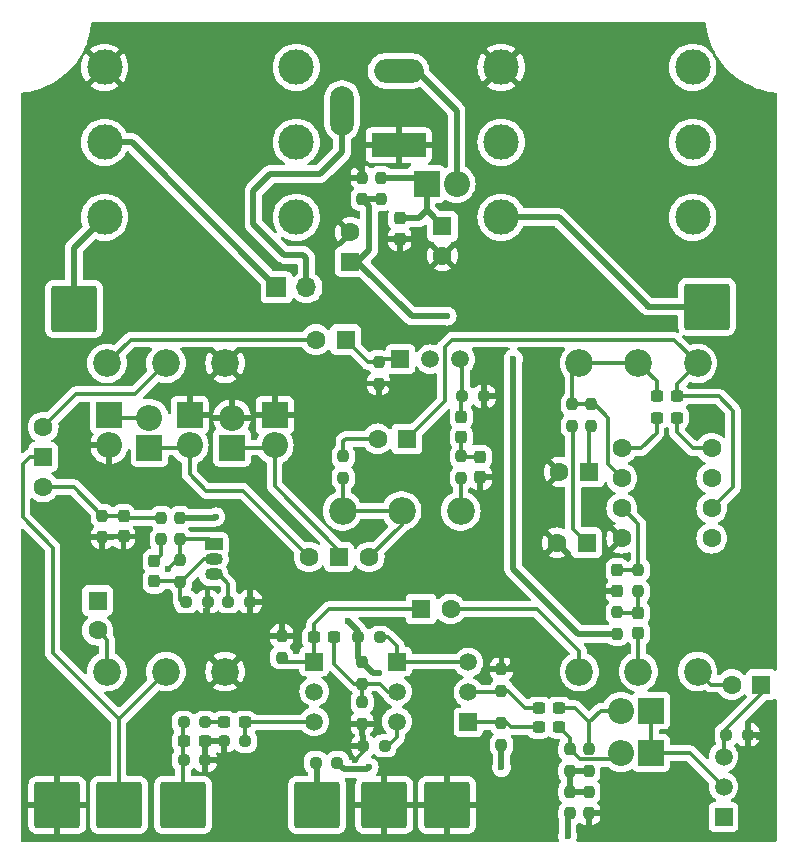
<source format=gtl>
G04 #@! TF.GenerationSoftware,KiCad,Pcbnew,8.0.1*
G04 #@! TF.CreationDate,2024-08-15T13:48:40+05:00*
G04 #@! TF.ProjectId,Life_pedal,4c696665-5f70-4656-9461-6c2e6b696361,rev?*
G04 #@! TF.SameCoordinates,Original*
G04 #@! TF.FileFunction,Copper,L1,Top*
G04 #@! TF.FilePolarity,Positive*
%FSLAX46Y46*%
G04 Gerber Fmt 4.6, Leading zero omitted, Abs format (unit mm)*
G04 Created by KiCad (PCBNEW 8.0.1) date 2024-08-15 13:48:40*
%MOMM*%
%LPD*%
G01*
G04 APERTURE LIST*
G04 Aperture macros list*
%AMRoundRect*
0 Rectangle with rounded corners*
0 $1 Rounding radius*
0 $2 $3 $4 $5 $6 $7 $8 $9 X,Y pos of 4 corners*
0 Add a 4 corners polygon primitive as box body*
4,1,4,$2,$3,$4,$5,$6,$7,$8,$9,$2,$3,0*
0 Add four circle primitives for the rounded corners*
1,1,$1+$1,$2,$3*
1,1,$1+$1,$4,$5*
1,1,$1+$1,$6,$7*
1,1,$1+$1,$8,$9*
0 Add four rect primitives between the rounded corners*
20,1,$1+$1,$2,$3,$4,$5,0*
20,1,$1+$1,$4,$5,$6,$7,0*
20,1,$1+$1,$6,$7,$8,$9,0*
20,1,$1+$1,$8,$9,$2,$3,0*%
G04 Aperture macros list end*
G04 #@! TA.AperFunction,SMDPad,CuDef*
%ADD10RoundRect,0.237500X-0.237500X0.300000X-0.237500X-0.300000X0.237500X-0.300000X0.237500X0.300000X0*%
G04 #@! TD*
G04 #@! TA.AperFunction,SMDPad,CuDef*
%ADD11RoundRect,0.237500X-0.237500X0.250000X-0.237500X-0.250000X0.237500X-0.250000X0.237500X0.250000X0*%
G04 #@! TD*
G04 #@! TA.AperFunction,ComponentPad*
%ADD12R,2.200000X2.200000*%
G04 #@! TD*
G04 #@! TA.AperFunction,ComponentPad*
%ADD13O,2.200000X2.200000*%
G04 #@! TD*
G04 #@! TA.AperFunction,ComponentPad*
%ADD14R,1.600000X1.600000*%
G04 #@! TD*
G04 #@! TA.AperFunction,ComponentPad*
%ADD15C,1.600000*%
G04 #@! TD*
G04 #@! TA.AperFunction,SMDPad,CuDef*
%ADD16RoundRect,0.237500X0.237500X-0.250000X0.237500X0.250000X-0.237500X0.250000X-0.237500X-0.250000X0*%
G04 #@! TD*
G04 #@! TA.AperFunction,SMDPad,CuDef*
%ADD17RoundRect,0.237500X0.250000X0.237500X-0.250000X0.237500X-0.250000X-0.237500X0.250000X-0.237500X0*%
G04 #@! TD*
G04 #@! TA.AperFunction,ComponentPad*
%ADD18R,1.500000X1.050000*%
G04 #@! TD*
G04 #@! TA.AperFunction,ComponentPad*
%ADD19O,1.500000X1.050000*%
G04 #@! TD*
G04 #@! TA.AperFunction,SMDPad,CuDef*
%ADD20RoundRect,0.237500X0.300000X0.237500X-0.300000X0.237500X-0.300000X-0.237500X0.300000X-0.237500X0*%
G04 #@! TD*
G04 #@! TA.AperFunction,ComponentPad*
%ADD21R,1.500000X1.500000*%
G04 #@! TD*
G04 #@! TA.AperFunction,ComponentPad*
%ADD22C,1.500000*%
G04 #@! TD*
G04 #@! TA.AperFunction,ComponentPad*
%ADD23RoundRect,0.250002X1.699998X-1.699998X1.699998X1.699998X-1.699998X1.699998X-1.699998X-1.699998X0*%
G04 #@! TD*
G04 #@! TA.AperFunction,ComponentPad*
%ADD24R,1.700000X1.700000*%
G04 #@! TD*
G04 #@! TA.AperFunction,ComponentPad*
%ADD25O,1.700000X1.700000*%
G04 #@! TD*
G04 #@! TA.AperFunction,SMDPad,CuDef*
%ADD26RoundRect,0.237500X-0.250000X-0.237500X0.250000X-0.237500X0.250000X0.237500X-0.250000X0.237500X0*%
G04 #@! TD*
G04 #@! TA.AperFunction,ComponentPad*
%ADD27C,3.000000*%
G04 #@! TD*
G04 #@! TA.AperFunction,ComponentPad*
%ADD28R,4.600000X2.000000*%
G04 #@! TD*
G04 #@! TA.AperFunction,ComponentPad*
%ADD29O,4.200000X2.000000*%
G04 #@! TD*
G04 #@! TA.AperFunction,ComponentPad*
%ADD30O,2.000000X4.200000*%
G04 #@! TD*
G04 #@! TA.AperFunction,SMDPad,CuDef*
%ADD31RoundRect,0.237500X0.237500X-0.300000X0.237500X0.300000X-0.237500X0.300000X-0.237500X-0.300000X0*%
G04 #@! TD*
G04 #@! TA.AperFunction,SMDPad,CuDef*
%ADD32RoundRect,0.237500X-0.300000X-0.237500X0.300000X-0.237500X0.300000X0.237500X-0.300000X0.237500X0*%
G04 #@! TD*
G04 #@! TA.AperFunction,ComponentPad*
%ADD33C,2.340000*%
G04 #@! TD*
G04 #@! TA.AperFunction,ViaPad*
%ADD34C,0.600000*%
G04 #@! TD*
G04 #@! TA.AperFunction,Conductor*
%ADD35C,0.500000*%
G04 #@! TD*
G04 #@! TA.AperFunction,Conductor*
%ADD36C,0.300000*%
G04 #@! TD*
G04 APERTURE END LIST*
D10*
X127600000Y-80537499D03*
X127600000Y-82262501D03*
D11*
X146800000Y-49912500D03*
X146800000Y-48087500D03*
X164400000Y-100087500D03*
X164400000Y-101912500D03*
D12*
X127200000Y-70940000D03*
D13*
X127200000Y-68400000D03*
D14*
X150194888Y-84600000D03*
D15*
X152694888Y-84600000D03*
D16*
X166800000Y-86712500D03*
X166800000Y-84887500D03*
D17*
X131912500Y-94200000D03*
X130087500Y-94200000D03*
D18*
X132640001Y-79130000D03*
D19*
X132640001Y-80400001D03*
X132640001Y-81670000D03*
D11*
X145200000Y-89087500D03*
X145200000Y-90912500D03*
D20*
X142862501Y-87000000D03*
X141137499Y-87000000D03*
D16*
X157000000Y-96112500D03*
X157000000Y-94287500D03*
D21*
X154200000Y-94200000D03*
D22*
X154200000Y-91660000D03*
X154200000Y-89120001D03*
D16*
X129800000Y-82312500D03*
X129800000Y-80487500D03*
D12*
X169668234Y-96800000D03*
D13*
X167128234Y-96800000D03*
D23*
X119400000Y-101200000D03*
D20*
X161862501Y-94600000D03*
X160137499Y-94600000D03*
D23*
X174400000Y-59000000D03*
D21*
X175800000Y-102200000D03*
D22*
X175800000Y-99660000D03*
X175800000Y-97120001D03*
D10*
X168600000Y-84937499D03*
X168600000Y-86662501D03*
X148400000Y-51537499D03*
X148400000Y-53262501D03*
D12*
X134200000Y-70940000D03*
D13*
X134200000Y-68400000D03*
D14*
X164205112Y-79000000D03*
D15*
X161705112Y-79000000D03*
D16*
X163000000Y-69112500D03*
X163000000Y-67287500D03*
D21*
X148150000Y-89050000D03*
D22*
X148150000Y-91590000D03*
X148150000Y-94129999D03*
D23*
X141400000Y-101200000D03*
D16*
X145200000Y-48087500D03*
X145200000Y-49912500D03*
X129800000Y-78712500D03*
X129800000Y-76887500D03*
D14*
X143805112Y-61800000D03*
D15*
X141305112Y-61800000D03*
D23*
X147085714Y-101200000D03*
D11*
X146600000Y-63687500D03*
X146600000Y-65512500D03*
D23*
X130028572Y-101200000D03*
D10*
X153600000Y-68337499D03*
X153600000Y-70062501D03*
D16*
X168600000Y-83112500D03*
X168600000Y-81287500D03*
D11*
X128200000Y-76887500D03*
X128200000Y-78712500D03*
D24*
X137950000Y-57375000D03*
D25*
X140490000Y-57375000D03*
D23*
X120800000Y-59200000D03*
D15*
X167180000Y-70990000D03*
X167180000Y-73530000D03*
X167180000Y-76070000D03*
X167180000Y-78610000D03*
X174800000Y-78610000D03*
X174800000Y-76070000D03*
X174800000Y-73530000D03*
X174800000Y-70990000D03*
D26*
X153687500Y-66600000D03*
X155512500Y-66600000D03*
D12*
X130600000Y-68203532D03*
D13*
X130600000Y-70743532D03*
D20*
X135262501Y-94200000D03*
X133537499Y-94200000D03*
D11*
X143600000Y-71687500D03*
X143600000Y-73512500D03*
D21*
X148450000Y-63450000D03*
D22*
X150990000Y-63450000D03*
X153530000Y-63450000D03*
D26*
X144887500Y-87000000D03*
X146712500Y-87000000D03*
D17*
X143112500Y-97600000D03*
X141287500Y-97600000D03*
D14*
X179000000Y-91000000D03*
D15*
X176500000Y-91000000D03*
D16*
X164400000Y-98312500D03*
X164400000Y-96487500D03*
X153600000Y-73512500D03*
X153600000Y-71687500D03*
D26*
X130087500Y-97400000D03*
X131912500Y-97400000D03*
D17*
X132112500Y-84000000D03*
X130287500Y-84000000D03*
D12*
X137800000Y-68203532D03*
D13*
X137800000Y-70743532D03*
D14*
X164405113Y-73000000D03*
D15*
X161905113Y-73000000D03*
D10*
X125000000Y-76737499D03*
X125000000Y-78462501D03*
X166800000Y-81337499D03*
X166800000Y-83062501D03*
D16*
X164600000Y-69112500D03*
X164600000Y-67287500D03*
X138400000Y-88712500D03*
X138400000Y-86887500D03*
D23*
X124600000Y-101200000D03*
D17*
X135712500Y-84000000D03*
X133887500Y-84000000D03*
D12*
X150660000Y-48600000D03*
D13*
X153200000Y-48600000D03*
D17*
X147112500Y-96200000D03*
X145287500Y-96200000D03*
D11*
X162800000Y-96487500D03*
X162800000Y-98312500D03*
D27*
X173200000Y-51435000D03*
X156970000Y-51435000D03*
X173200000Y-38735000D03*
X156970000Y-38735000D03*
X173200000Y-45085000D03*
X156970000Y-45085000D03*
D16*
X157000000Y-91512500D03*
X157000000Y-89687500D03*
D11*
X123200000Y-76687500D03*
X123200000Y-78512500D03*
D28*
X148300000Y-45335000D03*
D29*
X148300000Y-39035000D03*
D30*
X143500000Y-42435000D03*
D21*
X141150000Y-89050000D03*
D22*
X141150000Y-91590000D03*
X141150000Y-94129999D03*
D14*
X149005113Y-70200000D03*
D15*
X146505113Y-70200000D03*
D31*
X155200000Y-73462501D03*
X155200000Y-71737499D03*
D27*
X139630000Y-51435000D03*
X123400000Y-51435000D03*
X139630000Y-38735000D03*
X123400000Y-38735000D03*
X139630000Y-45085000D03*
X123400000Y-45085000D03*
D11*
X145200000Y-92487500D03*
X145200000Y-94312500D03*
D32*
X170127498Y-68400002D03*
X171852500Y-68400002D03*
D23*
X152400000Y-101200000D03*
D12*
X169668234Y-93200000D03*
D13*
X167128234Y-93200000D03*
D12*
X123800000Y-68203533D03*
D13*
X123800000Y-70743533D03*
D20*
X161862501Y-93000000D03*
X160137499Y-93000000D03*
D14*
X152000000Y-52194887D03*
D15*
X152000000Y-54694887D03*
D20*
X171862501Y-66600000D03*
X170137499Y-66600000D03*
X131862501Y-95800000D03*
X130137499Y-95800000D03*
D15*
X144200000Y-52705113D03*
D14*
X144200000Y-55205113D03*
D17*
X135312500Y-95800000D03*
X133487500Y-95800000D03*
D14*
X122800000Y-83900000D03*
D15*
X122800000Y-86400000D03*
D26*
X176037497Y-95250000D03*
X177862497Y-95250000D03*
D16*
X162800000Y-101912500D03*
X162800000Y-100087500D03*
D33*
X163600000Y-63800000D03*
X168600000Y-63800000D03*
X173600000Y-63800000D03*
D21*
X118200000Y-71740000D03*
D15*
X118200000Y-69200000D03*
X118200000Y-74280000D03*
D33*
X143550000Y-76300000D03*
X148550000Y-76300000D03*
X153550000Y-76300000D03*
X123600000Y-89900000D03*
X128600000Y-89900000D03*
X133600000Y-89900000D03*
X123600000Y-63800000D03*
X128600000Y-63800000D03*
X133600000Y-63800000D03*
D21*
X143260000Y-80200000D03*
D15*
X145800000Y-80200000D03*
X140720000Y-80200000D03*
D33*
X163600000Y-89900000D03*
X168600000Y-89900000D03*
X173600000Y-89900000D03*
D34*
X179275000Y-102230000D03*
X179275000Y-99690000D03*
X179275000Y-97150000D03*
X179275000Y-86990000D03*
X179275000Y-84450000D03*
X179275000Y-81910000D03*
X179275000Y-79370000D03*
X179275000Y-76830000D03*
X179275000Y-74290000D03*
X179275000Y-71750000D03*
X179275000Y-69210000D03*
X179275000Y-66670000D03*
X179275000Y-64130000D03*
X179275000Y-61590000D03*
X179275000Y-59050000D03*
X179275000Y-56510000D03*
X179275000Y-53970000D03*
X179275000Y-51430000D03*
X179275000Y-48890000D03*
X179275000Y-46350000D03*
X179275000Y-43810000D03*
X176735000Y-86990000D03*
X176735000Y-79370000D03*
X176735000Y-76830000D03*
X176735000Y-64130000D03*
X176735000Y-53970000D03*
X176735000Y-51430000D03*
X176735000Y-48890000D03*
X176735000Y-46350000D03*
X176735000Y-43810000D03*
X176735000Y-41270000D03*
X174195000Y-92070000D03*
X174195000Y-81910000D03*
X174195000Y-69210000D03*
X174195000Y-53970000D03*
X174195000Y-48890000D03*
X174195000Y-41270000D03*
X171655000Y-99690000D03*
X171655000Y-94610000D03*
X171655000Y-84450000D03*
X171655000Y-81910000D03*
X171655000Y-79370000D03*
X171655000Y-76830000D03*
X171655000Y-74290000D03*
X171655000Y-71750000D03*
X171655000Y-53970000D03*
X171655000Y-48890000D03*
X171655000Y-41270000D03*
X171655000Y-36190000D03*
X169115000Y-99690000D03*
X169115000Y-74290000D03*
X169115000Y-56510000D03*
X169115000Y-53970000D03*
X169115000Y-51430000D03*
X169115000Y-48890000D03*
X169115000Y-46350000D03*
X169115000Y-43810000D03*
X169115000Y-41270000D03*
X169115000Y-38730000D03*
X169115000Y-36190000D03*
X166575000Y-99690000D03*
X166575000Y-89530000D03*
X166575000Y-59050000D03*
X166575000Y-53970000D03*
X166575000Y-51430000D03*
X166575000Y-48890000D03*
X166575000Y-46350000D03*
X166575000Y-43810000D03*
X166575000Y-41270000D03*
X166575000Y-38730000D03*
X166575000Y-36190000D03*
X164035000Y-84450000D03*
X164035000Y-81910000D03*
X164035000Y-76830000D03*
X164035000Y-59050000D03*
X164035000Y-56510000D03*
X164035000Y-51430000D03*
X164035000Y-48890000D03*
X164035000Y-46350000D03*
X164035000Y-43810000D03*
X164035000Y-41270000D03*
X164035000Y-38730000D03*
X164035000Y-36190000D03*
X161495000Y-102230000D03*
X161495000Y-99690000D03*
X161495000Y-97150000D03*
X161495000Y-89530000D03*
X161495000Y-81910000D03*
X161495000Y-76830000D03*
X161495000Y-69210000D03*
X161495000Y-64130000D03*
X161495000Y-59050000D03*
X161495000Y-56510000D03*
X161495000Y-53970000D03*
X161495000Y-48890000D03*
X161495000Y-46350000D03*
X161495000Y-43810000D03*
X161495000Y-41270000D03*
X161495000Y-38730000D03*
X161495000Y-36190000D03*
X158955000Y-99690000D03*
X158955000Y-97150000D03*
X158955000Y-86990000D03*
X158955000Y-59050000D03*
X158955000Y-56510000D03*
X158955000Y-53970000D03*
X158955000Y-48890000D03*
X158955000Y-41270000D03*
X158955000Y-36190000D03*
X156415000Y-86990000D03*
X156415000Y-81910000D03*
X156415000Y-79370000D03*
X156415000Y-76830000D03*
X156415000Y-69210000D03*
X156415000Y-64130000D03*
X156415000Y-59050000D03*
X156415000Y-56510000D03*
X156415000Y-53970000D03*
X156415000Y-48890000D03*
X156415000Y-41270000D03*
X156415000Y-36190000D03*
X153875000Y-86990000D03*
X153875000Y-81910000D03*
X153875000Y-79370000D03*
X153875000Y-56510000D03*
X153875000Y-53970000D03*
X153875000Y-51430000D03*
X153875000Y-38730000D03*
X153875000Y-36190000D03*
X151335000Y-94610000D03*
X151335000Y-92070000D03*
X151335000Y-86990000D03*
X151335000Y-81910000D03*
X151335000Y-79370000D03*
X151335000Y-76830000D03*
X151335000Y-74290000D03*
X151335000Y-71750000D03*
X151335000Y-56510000D03*
X151335000Y-36190000D03*
X148795000Y-81910000D03*
X148795000Y-79370000D03*
X148795000Y-74290000D03*
X148795000Y-41270000D03*
X148795000Y-36190000D03*
X146255000Y-81910000D03*
X146255000Y-74290000D03*
X146255000Y-61590000D03*
X146255000Y-59050000D03*
X146255000Y-41270000D03*
X146255000Y-36190000D03*
X143715000Y-92070000D03*
X143715000Y-81910000D03*
X143715000Y-69210000D03*
X143715000Y-66670000D03*
X143715000Y-64130000D03*
X143715000Y-59050000D03*
X143715000Y-48890000D03*
X143715000Y-38730000D03*
X143715000Y-36190000D03*
X141175000Y-74290000D03*
X141175000Y-71750000D03*
X141175000Y-69210000D03*
X141175000Y-66670000D03*
X141175000Y-64130000D03*
X141175000Y-59050000D03*
X141175000Y-48890000D03*
X141175000Y-41270000D03*
X141175000Y-36190000D03*
X138635000Y-102230000D03*
X138635000Y-99690000D03*
X138635000Y-97150000D03*
X138635000Y-92070000D03*
X138635000Y-64130000D03*
X138635000Y-59050000D03*
X138635000Y-48890000D03*
X138635000Y-41270000D03*
X138635000Y-36190000D03*
X136095000Y-102230000D03*
X136095000Y-99690000D03*
X136095000Y-97150000D03*
X136095000Y-92070000D03*
X136095000Y-89530000D03*
X136095000Y-86990000D03*
X136095000Y-64130000D03*
X136095000Y-59050000D03*
X136095000Y-46350000D03*
X136095000Y-43810000D03*
X136095000Y-41270000D03*
X136095000Y-38730000D03*
X136095000Y-36190000D03*
X133555000Y-102230000D03*
X133555000Y-99690000D03*
X133555000Y-92070000D03*
X133555000Y-86990000D03*
X133555000Y-59050000D03*
X133555000Y-56510000D03*
X133555000Y-48890000D03*
X133555000Y-46350000D03*
X133555000Y-43810000D03*
X133555000Y-41270000D03*
X133555000Y-38730000D03*
X133555000Y-36190000D03*
X131015000Y-92070000D03*
X131015000Y-89530000D03*
X131015000Y-86990000D03*
X131015000Y-64130000D03*
X131015000Y-59050000D03*
X131015000Y-56510000D03*
X131015000Y-53970000D03*
X131015000Y-46350000D03*
X131015000Y-43810000D03*
X131015000Y-41270000D03*
X131015000Y-38730000D03*
X131015000Y-36190000D03*
X128475000Y-97150000D03*
X128475000Y-94610000D03*
X128475000Y-92070000D03*
X128475000Y-86990000D03*
X128475000Y-84450000D03*
X128475000Y-74290000D03*
X128475000Y-59050000D03*
X128475000Y-56510000D03*
X128475000Y-53970000D03*
X128475000Y-51430000D03*
X128475000Y-43810000D03*
X128475000Y-41270000D03*
X128475000Y-38730000D03*
X128475000Y-36190000D03*
X125935000Y-97150000D03*
X125935000Y-94610000D03*
X125935000Y-89530000D03*
X125935000Y-86990000D03*
X125935000Y-84450000D03*
X125935000Y-74290000D03*
X125935000Y-64130000D03*
X125935000Y-59050000D03*
X125935000Y-56510000D03*
X125935000Y-53970000D03*
X125935000Y-51430000D03*
X125935000Y-48890000D03*
X125935000Y-43810000D03*
X125935000Y-41270000D03*
X125935000Y-38730000D03*
X125935000Y-36190000D03*
X123395000Y-97150000D03*
X123395000Y-94610000D03*
X123395000Y-81910000D03*
X123395000Y-74290000D03*
X123395000Y-53970000D03*
X123395000Y-48890000D03*
X123395000Y-41270000D03*
X123395000Y-36190000D03*
X120855000Y-97150000D03*
X120855000Y-94610000D03*
X120855000Y-92070000D03*
X120855000Y-86990000D03*
X120855000Y-84450000D03*
X120855000Y-81910000D03*
X120855000Y-79370000D03*
X120855000Y-76830000D03*
X120855000Y-71750000D03*
X120855000Y-69210000D03*
X120855000Y-64130000D03*
X120855000Y-51430000D03*
X120855000Y-48890000D03*
X120855000Y-46350000D03*
X120855000Y-43810000D03*
X120855000Y-41270000D03*
X118315000Y-97150000D03*
X118315000Y-94610000D03*
X118315000Y-92070000D03*
X118315000Y-89530000D03*
X118315000Y-66670000D03*
X118315000Y-64130000D03*
X118315000Y-53970000D03*
X118315000Y-51430000D03*
X118315000Y-48890000D03*
X118315000Y-46350000D03*
X118315000Y-43810000D03*
X118315000Y-41270000D03*
X144000000Y-85600000D03*
X145800000Y-98000000D03*
X157000000Y-98000000D03*
X132800000Y-76800000D03*
X162600000Y-103800000D03*
X146600000Y-90000000D03*
X133200000Y-97800000D03*
X158000000Y-89200000D03*
X165600000Y-83400000D03*
X144600000Y-97400000D03*
X156000000Y-67800000D03*
X132000000Y-84800000D03*
X147800000Y-66000000D03*
X144800000Y-47000000D03*
X155600000Y-75200000D03*
X164400000Y-102800000D03*
X178800000Y-95400000D03*
X133800000Y-97000000D03*
X144000000Y-94600000D03*
X138400000Y-85800000D03*
X136600000Y-84000000D03*
X158000000Y-63400000D03*
X152400000Y-59800000D03*
X128800000Y-81200000D03*
D35*
X120800000Y-54035000D02*
X123400000Y-51435000D01*
X120800000Y-59200000D02*
X120800000Y-54035000D01*
X169400000Y-59000000D02*
X169300000Y-58900000D01*
X174400000Y-59000000D02*
X169400000Y-59000000D01*
X161835000Y-51435000D02*
X169300000Y-58900000D01*
X146800000Y-48087500D02*
X150147500Y-48087500D01*
X150147500Y-48087500D02*
X150660000Y-48600000D01*
X151005113Y-51200000D02*
X152000000Y-52194887D01*
X151000000Y-51200000D02*
X151005113Y-51200000D01*
X150660000Y-50860000D02*
X151000000Y-51200000D01*
X149982501Y-51537499D02*
X150660000Y-50860000D01*
X148400000Y-51537499D02*
X149982501Y-51537499D01*
X156970000Y-51435000D02*
X161835000Y-51435000D01*
X145800000Y-54200000D02*
X145800000Y-50512500D01*
X145800000Y-50512500D02*
X145200000Y-49912500D01*
X144794887Y-55205113D02*
X145800000Y-54200000D01*
X144200000Y-55205113D02*
X144794887Y-55205113D01*
X149835000Y-39035000D02*
X148300000Y-39035000D01*
X153200000Y-48600000D02*
X153200000Y-42400000D01*
X153200000Y-42400000D02*
X149835000Y-39035000D01*
X150660000Y-50860000D02*
X150660000Y-48600000D01*
X152000000Y-52194887D02*
X151994887Y-52194887D01*
X144805113Y-55205113D02*
X144200000Y-55205113D01*
X152400000Y-59800000D02*
X149400000Y-59800000D01*
X149400000Y-59800000D02*
X144805113Y-55205113D01*
X140490000Y-54890000D02*
X140490000Y-57375000D01*
X140200000Y-54600000D02*
X140490000Y-54890000D01*
X137400000Y-47800000D02*
X136000000Y-49200000D01*
X141600000Y-47800000D02*
X137400000Y-47800000D01*
X138600000Y-54600000D02*
X140200000Y-54600000D01*
X136000000Y-52000000D02*
X138600000Y-54600000D01*
X143500000Y-45900000D02*
X141600000Y-47800000D01*
X143500000Y-42435000D02*
X143500000Y-45900000D01*
X136000000Y-49200000D02*
X136000000Y-52000000D01*
X137950000Y-57304339D02*
X137950000Y-57375000D01*
X125730661Y-45085000D02*
X137950000Y-57304339D01*
X123400000Y-45085000D02*
X125730661Y-45085000D01*
X144800000Y-47000000D02*
X145200000Y-47400000D01*
X145200000Y-47400000D02*
X145200000Y-48087500D01*
X144887500Y-88775000D02*
X145200000Y-89087500D01*
X146600000Y-90000000D02*
X146112500Y-90000000D01*
X143662500Y-98150000D02*
X143112500Y-97600000D01*
X144887500Y-87000000D02*
X144887500Y-86487500D01*
X132712500Y-76887500D02*
X132800000Y-76800000D01*
X157000000Y-98000000D02*
X157000000Y-96112500D01*
X144887500Y-86487500D02*
X144000000Y-85600000D01*
X162600000Y-102112500D02*
X162800000Y-101912500D01*
X162600000Y-103800000D02*
X162600000Y-102112500D01*
X145650000Y-98150000D02*
X143662500Y-98150000D01*
X144887500Y-87000000D02*
X144887500Y-88775000D01*
X129800000Y-76887500D02*
X132712500Y-76887500D01*
X146112500Y-90000000D02*
X145200000Y-89087500D01*
X145800000Y-98000000D02*
X145650000Y-98150000D01*
D36*
X155512500Y-67312500D02*
X156000000Y-67800000D01*
X131862501Y-97350001D02*
X131912500Y-97400000D01*
X147312500Y-65512500D02*
X147800000Y-66000000D01*
X178650000Y-95250000D02*
X178800000Y-95400000D01*
X131862501Y-95800000D02*
X133487500Y-95800000D01*
X145287500Y-94400000D02*
X145200000Y-94312500D01*
X133487500Y-96687500D02*
X133800000Y-97000000D01*
X145200000Y-94312500D02*
X144287500Y-94312500D01*
D35*
X164400000Y-101912500D02*
X164400000Y-102800000D01*
D36*
X155512500Y-66600000D02*
X155512500Y-67312500D01*
X157000000Y-89687500D02*
X157512500Y-89687500D01*
X132112500Y-84000000D02*
X132112500Y-84687500D01*
X144287500Y-94312500D02*
X144000000Y-94600000D01*
X138400000Y-86887500D02*
X138400000Y-85800000D01*
X145287500Y-96712500D02*
X144600000Y-97400000D01*
X133487500Y-95800000D02*
X133487500Y-96687500D01*
X146600000Y-65512500D02*
X147312500Y-65512500D01*
X166800000Y-83062501D02*
X165937499Y-83062501D01*
X131912500Y-97400000D02*
X132800000Y-97400000D01*
X132800000Y-97400000D02*
X133200000Y-97800000D01*
X135712500Y-84000000D02*
X136600000Y-84000000D01*
X155200000Y-74800000D02*
X155600000Y-75200000D01*
X155200000Y-73462501D02*
X155200000Y-74800000D01*
X131862501Y-95800000D02*
X131862501Y-97350001D01*
X165937499Y-83062501D02*
X165600000Y-83400000D01*
X145287500Y-96200000D02*
X145287500Y-94400000D01*
X132112500Y-84687500D02*
X132000000Y-84800000D01*
X157512500Y-89687500D02*
X158000000Y-89200000D01*
X177862497Y-95250000D02*
X178650000Y-95250000D01*
X145287500Y-96200000D02*
X145287500Y-96712500D01*
D35*
X166800000Y-86712500D02*
X163512500Y-86712500D01*
X145200000Y-49912500D02*
X146800000Y-49912500D01*
X158000000Y-81200000D02*
X158000000Y-63400000D01*
X163512500Y-86712500D02*
X159600000Y-82800000D01*
X159600000Y-82800000D02*
X158000000Y-81200000D01*
D36*
X130028572Y-94258928D02*
X130087500Y-94200000D01*
X130028572Y-101200000D02*
X130028572Y-94258928D01*
X131912500Y-94200000D02*
X133537499Y-94200000D01*
X135262501Y-94200000D02*
X135262501Y-95750001D01*
X135262501Y-95750001D02*
X135312500Y-95800000D01*
X135262501Y-94200000D02*
X141079999Y-94200000D01*
X141079999Y-94200000D02*
X141150000Y-94129999D01*
X142400000Y-84600000D02*
X150194888Y-84600000D01*
X138737500Y-89050000D02*
X138400000Y-88712500D01*
X141150000Y-89050000D02*
X138737500Y-89050000D01*
X141137499Y-87000000D02*
X141137499Y-85862501D01*
X141150000Y-87012501D02*
X141137499Y-87000000D01*
X141150000Y-89050000D02*
X141150000Y-87012501D01*
X141137499Y-85862501D02*
X142400000Y-84600000D01*
X160000000Y-84600000D02*
X163600000Y-88200000D01*
X163600000Y-88200000D02*
X163600000Y-89900000D01*
X152694888Y-84600000D02*
X160000000Y-84600000D01*
X146712500Y-90912500D02*
X145200000Y-90912500D01*
X144512500Y-90912500D02*
X145200000Y-90912500D01*
X142862501Y-89262501D02*
X144512500Y-90912500D01*
X147390000Y-91590000D02*
X146712500Y-90912500D01*
X145200000Y-90912500D02*
X145200000Y-92487500D01*
X148150000Y-91590000D02*
X147390000Y-91590000D01*
X142862501Y-87000000D02*
X142862501Y-89262501D01*
X157487500Y-94287500D02*
X157800000Y-94600000D01*
X154200000Y-94200000D02*
X156912500Y-94200000D01*
X157800000Y-94600000D02*
X160137499Y-94600000D01*
X156912500Y-94200000D02*
X157000000Y-94287500D01*
X157000000Y-94287500D02*
X157487500Y-94287500D01*
X162800000Y-96487500D02*
X162800000Y-95537499D01*
X162800000Y-95537499D02*
X161862501Y-94600000D01*
X163637500Y-97325000D02*
X166603234Y-97325000D01*
X166603234Y-97325000D02*
X167128234Y-96800000D01*
X162800000Y-96487500D02*
X163637500Y-97325000D01*
X161862501Y-93000000D02*
X163200000Y-93000000D01*
X165400000Y-93200000D02*
X164400000Y-94200000D01*
X163200000Y-93000000D02*
X164400000Y-94200000D01*
X167128234Y-93200000D02*
X165400000Y-93200000D01*
X164400000Y-94200000D02*
X164400000Y-96487500D01*
X156852500Y-91660000D02*
X157000000Y-91512500D01*
X154200000Y-91660000D02*
X156852500Y-91660000D01*
X157512500Y-91512500D02*
X157000000Y-91512500D01*
X159000000Y-93000000D02*
X157512500Y-91512500D01*
X160137499Y-93000000D02*
X159000000Y-93000000D01*
X174700000Y-91000000D02*
X173600000Y-89900000D01*
X176500000Y-91000000D02*
X174700000Y-91000000D01*
X176037497Y-94762503D02*
X179000000Y-91800000D01*
X175800000Y-95487497D02*
X176037497Y-95250000D01*
X176037497Y-95250000D02*
X176037497Y-94762503D01*
X175800000Y-97120001D02*
X175800000Y-95487497D01*
X179000000Y-91800000D02*
X179000000Y-91000000D01*
X168600000Y-89900000D02*
X168600000Y-86662501D01*
X168600000Y-83112500D02*
X168600000Y-84937499D01*
X166849999Y-84937499D02*
X166800000Y-84887500D01*
X168600000Y-84937499D02*
X166849999Y-84937499D01*
X168600000Y-81287500D02*
X168600000Y-77400000D01*
X166800000Y-81337499D02*
X168550001Y-81337499D01*
X167270000Y-76070000D02*
X167180000Y-76070000D01*
X168600000Y-77400000D02*
X167270000Y-76070000D01*
X168550001Y-81337499D02*
X168600000Y-81287500D01*
X171852500Y-68400002D02*
X171852500Y-69652500D01*
X173190000Y-70990000D02*
X174800000Y-70990000D01*
X171852500Y-69652500D02*
X173190000Y-70990000D01*
X170127498Y-68400002D02*
X170127498Y-69672502D01*
X170127498Y-69672502D02*
X168810000Y-70990000D01*
X168810000Y-70990000D02*
X167180000Y-70990000D01*
X166000000Y-68400000D02*
X164887500Y-67287500D01*
X164887500Y-67287500D02*
X164600000Y-67287500D01*
X168600000Y-63800000D02*
X170137499Y-65337499D01*
X163000000Y-67287500D02*
X163000000Y-64400000D01*
X170137499Y-65337499D02*
X170137499Y-66600000D01*
X163000000Y-67287500D02*
X164600000Y-67287500D01*
X166000000Y-72350000D02*
X166000000Y-68400000D01*
X167180000Y-73530000D02*
X166000000Y-72350000D01*
X163000000Y-64400000D02*
X163600000Y-63800000D01*
X168600000Y-63800000D02*
X163600000Y-63800000D01*
X176600000Y-74270000D02*
X176600000Y-67800000D01*
X152200000Y-67005113D02*
X149005113Y-70200000D01*
X171862501Y-65537499D02*
X173600000Y-63800000D01*
X171600000Y-61800000D02*
X152800000Y-61800000D01*
X152800000Y-61800000D02*
X152200000Y-62400000D01*
X176600000Y-67800000D02*
X175400000Y-66600000D01*
X175400000Y-66600000D02*
X171862501Y-66600000D01*
X174800000Y-76070000D02*
X176600000Y-74270000D01*
X173600000Y-63800000D02*
X171600000Y-61800000D01*
X171862501Y-66600000D02*
X171862501Y-65537499D01*
X152200000Y-62400000D02*
X152200000Y-67005113D01*
X164405113Y-73000000D02*
X164405113Y-69307387D01*
X164405113Y-69307387D02*
X164600000Y-69112500D01*
X163000000Y-69112500D02*
X163055113Y-69167613D01*
X163055113Y-77850001D02*
X164205112Y-79000000D01*
X163055113Y-69167613D02*
X163055113Y-77850001D01*
X146505113Y-70200000D02*
X143800000Y-70200000D01*
X143800000Y-70200000D02*
X143600000Y-70400000D01*
X143600000Y-70400000D02*
X143600000Y-71687500D01*
X155200000Y-71737499D02*
X153649999Y-71737499D01*
X153600000Y-70062501D02*
X153600000Y-71687500D01*
X153649999Y-71737499D02*
X153600000Y-71687500D01*
X153600000Y-68337499D02*
X153600000Y-66687500D01*
X153600000Y-66687500D02*
X153687500Y-66600000D01*
X153687500Y-66600000D02*
X153687500Y-63607500D01*
X153687500Y-63607500D02*
X153530000Y-63450000D01*
X141305112Y-61800000D02*
X125600000Y-61800000D01*
X125600000Y-61800000D02*
X123600000Y-63800000D01*
X148450000Y-63450000D02*
X146837500Y-63450000D01*
X146837500Y-63450000D02*
X146600000Y-63687500D01*
X145692612Y-63687500D02*
X146600000Y-63687500D01*
X143805112Y-61800000D02*
X145692612Y-63687500D01*
X128200000Y-76887500D02*
X125150001Y-76887500D01*
X124950001Y-76687500D02*
X125000000Y-76737499D01*
X118200000Y-74280000D02*
X120792500Y-74280000D01*
X120792500Y-74280000D02*
X123200000Y-76687500D01*
X123200000Y-76687500D02*
X123200000Y-76400000D01*
X125150001Y-76887500D02*
X125000000Y-76737499D01*
X123200000Y-76687500D02*
X124950001Y-76687500D01*
X129800000Y-82312500D02*
X129887500Y-82312500D01*
X130287500Y-84000000D02*
X130000000Y-84000000D01*
X129800000Y-83800000D02*
X129800000Y-82312500D01*
X130000000Y-84000000D02*
X129800000Y-83800000D01*
X129887500Y-82312500D02*
X131799999Y-80400001D01*
X131799999Y-80400001D02*
X132640001Y-80400001D01*
X127600000Y-82262501D02*
X129750001Y-82262501D01*
X129750001Y-82262501D02*
X129800000Y-82312500D01*
X127662501Y-80537499D02*
X128200000Y-80000000D01*
X128200000Y-80000000D02*
X128200000Y-78712500D01*
X127600000Y-80537499D02*
X127662501Y-80537499D01*
X129800000Y-78712500D02*
X132222501Y-78712500D01*
X129800000Y-78712500D02*
X129800000Y-80487500D01*
X129800000Y-80487500D02*
X129512500Y-80487500D01*
X129512500Y-80487500D02*
X128800000Y-81200000D01*
X132222501Y-78712500D02*
X132640001Y-79130000D01*
X123599999Y-87199999D02*
X122800000Y-86400000D01*
X123600000Y-89900000D02*
X123599999Y-87199999D01*
X175800000Y-99660000D02*
X172940000Y-96800000D01*
X172940000Y-96800000D02*
X169668234Y-96800000D01*
X169668234Y-93200000D02*
X169668234Y-96800000D01*
X143260000Y-80200000D02*
X143260000Y-79660000D01*
X137603532Y-70940000D02*
X137800000Y-70743532D01*
X143260000Y-79660000D02*
X137800000Y-74200000D01*
X134200000Y-70940000D02*
X137603532Y-70940000D01*
X137800000Y-74200000D02*
X137800000Y-70743532D01*
X123996467Y-68400000D02*
X123800000Y-68203533D01*
X127200000Y-68400000D02*
X123996467Y-68400000D01*
X130403532Y-70940000D02*
X130600000Y-70743532D01*
X135120000Y-74600000D02*
X132000000Y-74600000D01*
X127200000Y-70940000D02*
X130403532Y-70940000D01*
X130600000Y-73200000D02*
X130600000Y-70743532D01*
X140720000Y-80200000D02*
X135120000Y-74600000D01*
X132000000Y-74600000D02*
X130600000Y-73200000D01*
X116450000Y-76850000D02*
X119000000Y-79400000D01*
X116450000Y-72350000D02*
X116450000Y-76850000D01*
X119000000Y-79400000D02*
X119000000Y-88300000D01*
X128600000Y-89900000D02*
X124600000Y-93900000D01*
X124600000Y-95200000D02*
X124600000Y-99800000D01*
X119000000Y-88300000D02*
X124600000Y-93900000D01*
X124600000Y-93900000D02*
X124600000Y-95200000D01*
X117060000Y-71740000D02*
X116450000Y-72350000D01*
X118200000Y-71740000D02*
X117060000Y-71740000D01*
D35*
X141400000Y-97687500D02*
X141112500Y-97400000D01*
X141400000Y-101200000D02*
X141400000Y-97687500D01*
D36*
X147112500Y-96200000D02*
X147400000Y-96200000D01*
X148150000Y-95450000D02*
X148150000Y-94129999D01*
X147400000Y-96200000D02*
X148150000Y-95450000D01*
X154129999Y-89050000D02*
X154200000Y-89120001D01*
X148150000Y-87750000D02*
X147400000Y-87000000D01*
X147400000Y-87000000D02*
X146712500Y-87000000D01*
X148150000Y-89050000D02*
X148150000Y-87750000D01*
X148150000Y-89050000D02*
X154129999Y-89050000D01*
X132640001Y-81670000D02*
X133070000Y-81670000D01*
X133070000Y-81670000D02*
X133887500Y-82487500D01*
X133887500Y-82487500D02*
X133887500Y-84000000D01*
D35*
X162800000Y-98312500D02*
X164400000Y-98312500D01*
X164400000Y-100087500D02*
X162800000Y-100087500D01*
X162800000Y-98312500D02*
X162800000Y-100087500D01*
D36*
X148550000Y-77450000D02*
X148550000Y-76300000D01*
X143600000Y-76250000D02*
X143550000Y-76300000D01*
X143550000Y-76300000D02*
X148550000Y-76300000D01*
X143600000Y-73512500D02*
X143600000Y-76250000D01*
X145800000Y-80200000D02*
X148550000Y-77450000D01*
X153550000Y-73562500D02*
X153600000Y-73512500D01*
X153550000Y-76300000D02*
X153550000Y-73562500D01*
X118200000Y-69200000D02*
X121000000Y-66400000D01*
X121000000Y-66400000D02*
X126000000Y-66400000D01*
X126000000Y-66400000D02*
X128600000Y-63800000D01*
G04 #@! TA.AperFunction,Conductor*
G36*
X157643137Y-62470185D02*
G01*
X157688892Y-62522989D01*
X157698836Y-62592147D01*
X157669811Y-62655703D01*
X157642070Y-62679494D01*
X157497737Y-62770184D01*
X157370184Y-62897737D01*
X157274211Y-63050476D01*
X157214631Y-63220745D01*
X157214630Y-63220750D01*
X157194435Y-63399996D01*
X157194435Y-63400003D01*
X157214630Y-63579249D01*
X157214631Y-63579254D01*
X157242542Y-63659017D01*
X157249500Y-63699972D01*
X157249500Y-81273918D01*
X157249500Y-81273920D01*
X157249499Y-81273920D01*
X157278340Y-81418907D01*
X157278343Y-81418917D01*
X157334914Y-81555492D01*
X157355750Y-81586675D01*
X157355751Y-81586678D01*
X157417046Y-81678414D01*
X157417052Y-81678421D01*
X159017048Y-83278416D01*
X159476451Y-83737819D01*
X159509936Y-83799142D01*
X159504952Y-83868834D01*
X159463080Y-83924767D01*
X159397616Y-83949184D01*
X159388770Y-83949500D01*
X153891571Y-83949500D01*
X153824532Y-83929815D01*
X153789996Y-83896623D01*
X153694933Y-83760858D01*
X153534029Y-83599954D01*
X153347622Y-83469432D01*
X153347620Y-83469431D01*
X153141385Y-83373261D01*
X153141376Y-83373258D01*
X152921585Y-83314366D01*
X152921581Y-83314365D01*
X152921580Y-83314365D01*
X152921579Y-83314364D01*
X152921574Y-83314364D01*
X152694890Y-83294532D01*
X152694886Y-83294532D01*
X152468201Y-83314364D01*
X152468190Y-83314366D01*
X152248399Y-83373258D01*
X152248390Y-83373261D01*
X152042155Y-83469431D01*
X152042153Y-83469432D01*
X151855750Y-83599951D01*
X151698614Y-83757087D01*
X151637291Y-83790571D01*
X151567599Y-83785587D01*
X151511666Y-83743715D01*
X151490257Y-83697923D01*
X151488979Y-83692518D01*
X151483011Y-83676518D01*
X151438684Y-83557669D01*
X151438683Y-83557668D01*
X151438681Y-83557664D01*
X151352435Y-83442455D01*
X151352432Y-83442452D01*
X151237223Y-83356206D01*
X151237216Y-83356202D01*
X151102370Y-83305908D01*
X151102371Y-83305908D01*
X151042771Y-83299501D01*
X151042769Y-83299500D01*
X151042761Y-83299500D01*
X151042752Y-83299500D01*
X149347017Y-83299500D01*
X149347011Y-83299501D01*
X149287404Y-83305908D01*
X149152559Y-83356202D01*
X149152552Y-83356206D01*
X149037343Y-83442452D01*
X149037340Y-83442455D01*
X148951094Y-83557664D01*
X148951090Y-83557671D01*
X148900796Y-83692517D01*
X148894389Y-83752116D01*
X148894388Y-83752135D01*
X148894388Y-83825500D01*
X148874703Y-83892539D01*
X148821899Y-83938294D01*
X148770388Y-83949500D01*
X142335929Y-83949500D01*
X142210261Y-83974497D01*
X142210255Y-83974499D01*
X142091874Y-84023534D01*
X141985326Y-84094726D01*
X140632225Y-85447827D01*
X140629761Y-85451515D01*
X140562944Y-85551515D01*
X140562174Y-85552666D01*
X140561033Y-85554374D01*
X140561029Y-85554382D01*
X140511999Y-85672752D01*
X140511996Y-85672762D01*
X140486999Y-85798429D01*
X140486999Y-86042388D01*
X140467314Y-86109427D01*
X140428097Y-86147926D01*
X140376649Y-86179659D01*
X140254660Y-86301648D01*
X140164092Y-86448481D01*
X140164091Y-86448484D01*
X140109825Y-86612247D01*
X140109825Y-86612248D01*
X140109824Y-86612248D01*
X140099499Y-86713315D01*
X140099499Y-87286669D01*
X140099500Y-87286687D01*
X140109824Y-87387752D01*
X140142955Y-87487733D01*
X140163961Y-87551125D01*
X140164091Y-87551515D01*
X140164092Y-87551518D01*
X140176718Y-87571988D01*
X140236407Y-87668759D01*
X140254847Y-87736151D01*
X140233924Y-87802814D01*
X140180282Y-87847584D01*
X140174203Y-87850036D01*
X140157674Y-87856201D01*
X140157664Y-87856206D01*
X140042455Y-87942452D01*
X140042452Y-87942455D01*
X139956206Y-88057664D01*
X139956202Y-88057671D01*
X139905908Y-88192517D01*
X139901879Y-88230000D01*
X139899501Y-88252123D01*
X139899500Y-88252135D01*
X139899500Y-88275500D01*
X139879815Y-88342539D01*
X139827011Y-88388294D01*
X139775500Y-88399500D01*
X139483628Y-88399500D01*
X139416589Y-88379815D01*
X139370834Y-88327011D01*
X139365922Y-88314504D01*
X139352997Y-88275500D01*
X139310908Y-88148484D01*
X139220340Y-88001650D01*
X139106017Y-87887327D01*
X139072532Y-87826004D01*
X139077516Y-87756312D01*
X139106017Y-87711964D01*
X139219948Y-87598033D01*
X139310448Y-87451311D01*
X139310453Y-87451300D01*
X139364680Y-87287652D01*
X139374999Y-87186654D01*
X139375000Y-87186641D01*
X139375000Y-87137500D01*
X137425001Y-87137500D01*
X137425001Y-87186654D01*
X137435319Y-87287652D01*
X137489546Y-87451300D01*
X137489551Y-87451311D01*
X137580052Y-87598034D01*
X137580055Y-87598038D01*
X137693982Y-87711965D01*
X137727467Y-87773288D01*
X137722483Y-87842980D01*
X137693983Y-87887327D01*
X137579659Y-88001651D01*
X137489093Y-88148481D01*
X137489091Y-88148486D01*
X137483920Y-88164092D01*
X137434826Y-88312247D01*
X137434826Y-88312248D01*
X137434825Y-88312248D01*
X137424500Y-88413315D01*
X137424500Y-89011669D01*
X137424501Y-89011687D01*
X137434825Y-89112752D01*
X137454916Y-89173381D01*
X137480305Y-89250000D01*
X137489092Y-89276515D01*
X137489093Y-89276518D01*
X137518367Y-89323978D01*
X137579660Y-89423350D01*
X137701650Y-89545340D01*
X137848484Y-89635908D01*
X138012247Y-89690174D01*
X138113323Y-89700500D01*
X138667297Y-89700499D01*
X138667317Y-89700500D01*
X138673431Y-89700500D01*
X139775501Y-89700500D01*
X139842540Y-89720185D01*
X139888295Y-89772989D01*
X139899501Y-89824500D01*
X139899501Y-89847876D01*
X139905908Y-89907483D01*
X139956202Y-90042328D01*
X139956206Y-90042335D01*
X140042452Y-90157544D01*
X140042455Y-90157547D01*
X140157664Y-90243793D01*
X140157671Y-90243797D01*
X140292517Y-90294091D01*
X140292516Y-90294091D01*
X140299444Y-90294835D01*
X140352127Y-90300500D01*
X140418139Y-90300499D01*
X140485176Y-90320183D01*
X140530932Y-90372986D01*
X140540876Y-90442144D01*
X140511852Y-90505700D01*
X140489262Y-90526074D01*
X140343118Y-90628405D01*
X140188402Y-90783121D01*
X140062900Y-90962357D01*
X140062898Y-90962361D01*
X139970426Y-91160668D01*
X139970422Y-91160677D01*
X139913793Y-91372020D01*
X139913793Y-91372024D01*
X139894723Y-91589997D01*
X139894723Y-91590002D01*
X139897185Y-91618143D01*
X139909292Y-91756534D01*
X139913793Y-91807975D01*
X139913793Y-91807979D01*
X139970422Y-92019322D01*
X139970424Y-92019326D01*
X139970425Y-92019330D01*
X139991617Y-92064776D01*
X140062897Y-92217638D01*
X140066043Y-92222131D01*
X140188402Y-92396877D01*
X140343123Y-92551598D01*
X140522361Y-92677102D01*
X140673583Y-92747618D01*
X140726021Y-92793789D01*
X140745173Y-92860983D01*
X140724957Y-92927864D01*
X140673582Y-92972381D01*
X140522362Y-93042897D01*
X140522357Y-93042899D01*
X140343121Y-93168401D01*
X140188403Y-93323119D01*
X140066916Y-93496623D01*
X140012339Y-93540248D01*
X139965341Y-93549500D01*
X136243209Y-93549500D01*
X136176170Y-93529815D01*
X136150585Y-93506619D01*
X136150448Y-93506757D01*
X136147648Y-93503957D01*
X136145946Y-93502414D01*
X136145345Y-93501654D01*
X136023352Y-93379661D01*
X136023351Y-93379660D01*
X135876517Y-93289092D01*
X135712754Y-93234826D01*
X135712752Y-93234825D01*
X135611679Y-93224500D01*
X134913331Y-93224500D01*
X134913313Y-93224501D01*
X134812248Y-93234825D01*
X134648485Y-93289092D01*
X134648482Y-93289093D01*
X134501649Y-93379661D01*
X134487681Y-93393630D01*
X134426358Y-93427115D01*
X134356666Y-93422131D01*
X134312319Y-93393630D01*
X134298350Y-93379661D01*
X134298349Y-93379660D01*
X134151515Y-93289092D01*
X133987752Y-93234826D01*
X133987750Y-93234825D01*
X133886677Y-93224500D01*
X133188329Y-93224500D01*
X133188311Y-93224501D01*
X133087246Y-93234825D01*
X132923483Y-93289092D01*
X132923480Y-93289093D01*
X132836869Y-93342516D01*
X132776649Y-93379660D01*
X132776647Y-93379661D01*
X132770502Y-93383452D01*
X132769804Y-93382321D01*
X132712105Y-93405595D01*
X132643464Y-93392549D01*
X132624871Y-93380599D01*
X132623352Y-93379662D01*
X132623350Y-93379660D01*
X132476516Y-93289092D01*
X132312753Y-93234826D01*
X132312751Y-93234825D01*
X132211678Y-93224500D01*
X131613330Y-93224500D01*
X131613312Y-93224501D01*
X131512247Y-93234825D01*
X131348484Y-93289092D01*
X131348481Y-93289093D01*
X131201648Y-93379661D01*
X131087681Y-93493629D01*
X131026358Y-93527114D01*
X130956666Y-93522130D01*
X130912319Y-93493629D01*
X130798351Y-93379661D01*
X130798350Y-93379660D01*
X130651516Y-93289092D01*
X130487753Y-93234826D01*
X130487751Y-93234825D01*
X130386678Y-93224500D01*
X129788330Y-93224500D01*
X129788312Y-93224501D01*
X129687247Y-93234825D01*
X129523484Y-93289092D01*
X129523481Y-93289093D01*
X129376648Y-93379661D01*
X129254661Y-93501648D01*
X129164093Y-93648481D01*
X129164091Y-93648486D01*
X129146797Y-93700676D01*
X129109826Y-93812247D01*
X129109826Y-93812248D01*
X129109825Y-93812248D01*
X129099500Y-93913315D01*
X129099500Y-94486669D01*
X129099501Y-94486687D01*
X129109825Y-94587752D01*
X129146109Y-94697249D01*
X129153003Y-94718053D01*
X129164092Y-94751515D01*
X129164093Y-94751518D01*
X129185166Y-94785682D01*
X129241066Y-94876311D01*
X129254661Y-94898351D01*
X129268628Y-94912318D01*
X129302113Y-94973641D01*
X129297129Y-95043333D01*
X129268631Y-95087678D01*
X129254659Y-95101650D01*
X129164092Y-95248481D01*
X129164090Y-95248486D01*
X129136718Y-95331088D01*
X129109825Y-95412247D01*
X129109825Y-95412248D01*
X129109824Y-95412248D01*
X129099499Y-95513315D01*
X129099499Y-96086669D01*
X129099500Y-96086687D01*
X129109824Y-96187752D01*
X129122167Y-96224999D01*
X129164091Y-96351516D01*
X129250966Y-96492363D01*
X129254660Y-96498351D01*
X129268628Y-96512319D01*
X129302113Y-96573642D01*
X129297129Y-96643334D01*
X129268631Y-96687679D01*
X129254660Y-96701650D01*
X129164093Y-96848481D01*
X129164091Y-96848486D01*
X129146475Y-96901648D01*
X129109826Y-97012247D01*
X129109826Y-97012248D01*
X129109825Y-97012248D01*
X129099500Y-97113315D01*
X129099500Y-97686669D01*
X129099501Y-97686687D01*
X129109825Y-97787752D01*
X129120759Y-97820747D01*
X129164020Y-97951300D01*
X129164092Y-97951515D01*
X129164093Y-97951518D01*
X129186443Y-97987753D01*
X129241809Y-98077516D01*
X129254661Y-98098351D01*
X129341753Y-98185443D01*
X129375238Y-98246766D01*
X129378072Y-98273124D01*
X129378072Y-98625500D01*
X129358387Y-98692539D01*
X129305583Y-98738294D01*
X129254072Y-98749500D01*
X128278572Y-98749500D01*
X128278555Y-98749501D01*
X128175776Y-98760000D01*
X128175773Y-98760001D01*
X128009241Y-98815185D01*
X128009236Y-98815187D01*
X127859915Y-98907290D01*
X127735862Y-99031343D01*
X127643759Y-99180664D01*
X127643757Y-99180669D01*
X127627186Y-99230677D01*
X127588573Y-99347204D01*
X127588573Y-99347205D01*
X127588572Y-99347205D01*
X127578072Y-99449985D01*
X127578072Y-102949999D01*
X127578073Y-102950016D01*
X127588572Y-103052795D01*
X127588573Y-103052798D01*
X127634809Y-103192328D01*
X127643758Y-103219333D01*
X127735861Y-103368655D01*
X127859917Y-103492711D01*
X128009239Y-103584814D01*
X128175776Y-103639999D01*
X128278565Y-103650500D01*
X131778578Y-103650499D01*
X131881368Y-103639999D01*
X132047905Y-103584814D01*
X132197227Y-103492711D01*
X132321283Y-103368655D01*
X132413386Y-103219333D01*
X132468571Y-103052796D01*
X132479072Y-102950007D01*
X132479071Y-99449994D01*
X132478256Y-99442020D01*
X132468571Y-99347204D01*
X132468570Y-99347201D01*
X132465190Y-99337000D01*
X132413386Y-99180667D01*
X132321283Y-99031345D01*
X132197227Y-98907289D01*
X132047905Y-98815186D01*
X131881368Y-98760001D01*
X131881366Y-98760000D01*
X131778586Y-98749500D01*
X131778579Y-98749500D01*
X130803072Y-98749500D01*
X130736033Y-98729815D01*
X130690278Y-98677011D01*
X130679072Y-98625500D01*
X130679072Y-98363118D01*
X130698757Y-98296079D01*
X130737973Y-98257580D01*
X130798350Y-98220340D01*
X130912675Y-98106014D01*
X130973994Y-98072532D01*
X131043686Y-98077516D01*
X131088034Y-98106017D01*
X131201961Y-98219944D01*
X131201965Y-98219947D01*
X131348688Y-98310448D01*
X131348699Y-98310453D01*
X131512347Y-98364680D01*
X131613351Y-98374999D01*
X131662499Y-98374998D01*
X131662500Y-98374998D01*
X131662500Y-97650000D01*
X132162500Y-97650000D01*
X132162500Y-98374999D01*
X132211640Y-98374999D01*
X132211654Y-98374998D01*
X132312652Y-98364680D01*
X132476300Y-98310453D01*
X132476311Y-98310448D01*
X132623034Y-98219947D01*
X132623038Y-98219944D01*
X132744944Y-98098038D01*
X132744947Y-98098034D01*
X132835448Y-97951311D01*
X132835453Y-97951300D01*
X132889680Y-97787652D01*
X132899999Y-97686654D01*
X132900000Y-97686641D01*
X132900000Y-97650000D01*
X132162500Y-97650000D01*
X131662500Y-97650000D01*
X131662500Y-96818000D01*
X131648820Y-96804320D01*
X131615335Y-96742997D01*
X131612501Y-96716639D01*
X131612501Y-96050000D01*
X132112501Y-96050000D01*
X132112501Y-96382000D01*
X132126181Y-96395680D01*
X132159666Y-96457003D01*
X132162500Y-96483361D01*
X132162500Y-97150000D01*
X132899999Y-97150000D01*
X132899999Y-97113360D01*
X132899998Y-97113345D01*
X132889680Y-97012347D01*
X132850771Y-96894925D01*
X132848369Y-96825096D01*
X132884101Y-96765055D01*
X132946622Y-96733862D01*
X133007482Y-96738215D01*
X133087349Y-96764681D01*
X133188351Y-96774999D01*
X133237499Y-96774998D01*
X133237500Y-96774998D01*
X133237500Y-96050000D01*
X132112501Y-96050000D01*
X131612501Y-96050000D01*
X131612501Y-95674000D01*
X131632186Y-95606961D01*
X131684990Y-95561206D01*
X131736501Y-95550000D01*
X133613500Y-95550000D01*
X133680539Y-95569685D01*
X133726294Y-95622489D01*
X133737500Y-95674000D01*
X133737500Y-96774999D01*
X133786640Y-96774999D01*
X133786654Y-96774998D01*
X133887652Y-96764680D01*
X134051300Y-96710453D01*
X134051311Y-96710448D01*
X134198033Y-96619948D01*
X134311964Y-96506017D01*
X134373287Y-96472532D01*
X134442979Y-96477516D01*
X134487327Y-96506017D01*
X134601650Y-96620340D01*
X134748484Y-96710908D01*
X134912247Y-96765174D01*
X135013323Y-96775500D01*
X135611676Y-96775499D01*
X135611684Y-96775498D01*
X135611687Y-96775498D01*
X135667030Y-96769844D01*
X135712753Y-96765174D01*
X135876516Y-96710908D01*
X136023350Y-96620340D01*
X136145340Y-96498350D01*
X136235908Y-96351516D01*
X136290174Y-96187753D01*
X136300500Y-96086677D01*
X136300499Y-95513324D01*
X136299256Y-95501160D01*
X136290174Y-95412247D01*
X136284059Y-95393793D01*
X136235908Y-95248484D01*
X136145340Y-95101650D01*
X136131371Y-95087681D01*
X136097886Y-95026358D01*
X136102870Y-94956666D01*
X136131371Y-94912319D01*
X136145341Y-94898350D01*
X136145342Y-94898347D01*
X136145345Y-94898345D01*
X136145940Y-94897593D01*
X136146479Y-94897210D01*
X136150452Y-94893239D01*
X136151130Y-94893917D01*
X136202960Y-94857214D01*
X136243209Y-94850500D01*
X140063371Y-94850500D01*
X140130410Y-94870185D01*
X140164945Y-94903376D01*
X140188402Y-94936876D01*
X140343123Y-95091597D01*
X140522361Y-95217101D01*
X140720670Y-95309574D01*
X140932023Y-95366206D01*
X141114926Y-95382207D01*
X141149998Y-95385276D01*
X141150000Y-95385276D01*
X141150002Y-95385276D01*
X141178254Y-95382804D01*
X141367977Y-95366206D01*
X141579330Y-95309574D01*
X141777639Y-95217101D01*
X141956877Y-95091597D01*
X142111598Y-94936876D01*
X142237102Y-94757638D01*
X142328096Y-94562500D01*
X144225001Y-94562500D01*
X144225001Y-94611654D01*
X144235319Y-94712652D01*
X144289546Y-94876300D01*
X144289551Y-94876311D01*
X144380052Y-95023034D01*
X144380055Y-95023038D01*
X144501961Y-95144944D01*
X144501965Y-95144947D01*
X144560410Y-95180997D01*
X144607135Y-95232945D01*
X144618356Y-95301907D01*
X144590513Y-95365989D01*
X144581698Y-95374577D01*
X144582069Y-95374948D01*
X144455055Y-95501961D01*
X144455052Y-95501965D01*
X144364551Y-95648688D01*
X144364546Y-95648699D01*
X144310319Y-95812347D01*
X144300000Y-95913345D01*
X144300000Y-95950000D01*
X145037500Y-95950000D01*
X145037500Y-95343000D01*
X145022326Y-95327826D01*
X145006961Y-95323315D01*
X144961206Y-95270511D01*
X144950000Y-95219000D01*
X144950000Y-94562500D01*
X144225001Y-94562500D01*
X142328096Y-94562500D01*
X142329575Y-94559329D01*
X142386207Y-94347976D01*
X142404082Y-94143656D01*
X142405277Y-94130001D01*
X142405277Y-94129996D01*
X142399372Y-94062500D01*
X142386207Y-93912022D01*
X142335688Y-93723484D01*
X142329577Y-93700676D01*
X142329576Y-93700675D01*
X142329575Y-93700669D01*
X142237102Y-93502361D01*
X142237100Y-93502358D01*
X142237099Y-93502356D01*
X142111599Y-93323123D01*
X142068530Y-93280054D01*
X141956877Y-93168401D01*
X141777639Y-93042897D01*
X141777640Y-93042897D01*
X141777638Y-93042896D01*
X141626417Y-92972381D01*
X141573978Y-92926209D01*
X141554826Y-92859015D01*
X141575042Y-92792134D01*
X141626416Y-92747618D01*
X141777639Y-92677102D01*
X141956877Y-92551598D01*
X142111598Y-92396877D01*
X142237102Y-92217639D01*
X142329575Y-92019330D01*
X142386207Y-91807977D01*
X142405277Y-91590000D01*
X142403980Y-91575179D01*
X142400264Y-91532696D01*
X142386207Y-91372023D01*
X142348333Y-91230677D01*
X142329577Y-91160677D01*
X142329576Y-91160676D01*
X142329575Y-91160670D01*
X142237102Y-90962362D01*
X142237100Y-90962359D01*
X142237099Y-90962357D01*
X142111599Y-90783124D01*
X142111596Y-90783121D01*
X141956877Y-90628402D01*
X141810733Y-90526071D01*
X141767112Y-90471497D01*
X141759919Y-90401998D01*
X141791441Y-90339644D01*
X141851671Y-90304230D01*
X141881859Y-90300499D01*
X141947872Y-90300499D01*
X142007483Y-90294091D01*
X142142331Y-90243796D01*
X142257546Y-90157546D01*
X142343796Y-90042331D01*
X142379213Y-89947370D01*
X142421083Y-89891438D01*
X142486547Y-89867020D01*
X142554820Y-89881871D01*
X142583076Y-89903023D01*
X144097826Y-91417773D01*
X144097829Y-91417775D01*
X144097831Y-91417777D01*
X144204373Y-91488965D01*
X144276505Y-91518843D01*
X144291439Y-91525029D01*
X144345843Y-91568869D01*
X144349509Y-91574467D01*
X144379660Y-91623350D01*
X144379662Y-91623352D01*
X144383452Y-91629496D01*
X144382321Y-91630193D01*
X144405595Y-91687893D01*
X144392549Y-91756534D01*
X144380562Y-91775187D01*
X144289093Y-91923481D01*
X144289092Y-91923484D01*
X144234826Y-92087247D01*
X144234826Y-92087248D01*
X144234825Y-92087248D01*
X144224500Y-92188315D01*
X144224500Y-92786669D01*
X144224501Y-92786687D01*
X144234825Y-92887752D01*
X144289092Y-93051515D01*
X144289093Y-93051518D01*
X144314343Y-93092454D01*
X144361187Y-93168401D01*
X144379661Y-93198351D01*
X144493982Y-93312672D01*
X144527467Y-93373995D01*
X144522483Y-93443687D01*
X144493983Y-93488034D01*
X144380052Y-93601965D01*
X144289551Y-93748688D01*
X144289546Y-93748699D01*
X144235319Y-93912347D01*
X144225000Y-94013345D01*
X144225000Y-94062500D01*
X146174999Y-94062500D01*
X146174999Y-94013360D01*
X146174998Y-94013345D01*
X146164680Y-93912347D01*
X146110453Y-93748699D01*
X146110448Y-93748688D01*
X146019947Y-93601965D01*
X146019944Y-93601961D01*
X145906017Y-93488034D01*
X145872532Y-93426711D01*
X145877516Y-93357019D01*
X145906013Y-93312676D01*
X146020340Y-93198350D01*
X146110908Y-93051516D01*
X146165174Y-92887753D01*
X146175500Y-92786677D01*
X146175499Y-92188324D01*
X146174170Y-92175317D01*
X146165174Y-92087247D01*
X146153537Y-92052129D01*
X146110908Y-91923484D01*
X146020340Y-91776650D01*
X146020338Y-91776648D01*
X146016548Y-91770503D01*
X146017680Y-91769804D01*
X145994406Y-91712120D01*
X146007443Y-91643478D01*
X146019404Y-91624865D01*
X146020337Y-91623352D01*
X146020340Y-91623350D01*
X146021233Y-91621901D01*
X146022103Y-91621118D01*
X146024824Y-91617679D01*
X146025411Y-91618143D01*
X146073180Y-91575179D01*
X146126771Y-91563000D01*
X146391692Y-91563000D01*
X146458731Y-91582685D01*
X146479373Y-91599319D01*
X146975333Y-92095279D01*
X146990809Y-92105619D01*
X147034303Y-92156317D01*
X147062898Y-92217639D01*
X147188402Y-92396877D01*
X147343123Y-92551598D01*
X147522361Y-92677102D01*
X147673583Y-92747618D01*
X147726021Y-92793789D01*
X147745173Y-92860983D01*
X147724957Y-92927864D01*
X147673582Y-92972381D01*
X147522362Y-93042897D01*
X147522357Y-93042899D01*
X147343121Y-93168401D01*
X147188402Y-93323120D01*
X147062900Y-93502356D01*
X147062898Y-93502360D01*
X146970426Y-93700667D01*
X146970422Y-93700676D01*
X146913793Y-93912019D01*
X146913793Y-93912023D01*
X146894723Y-94129996D01*
X146894723Y-94130001D01*
X146895918Y-94143656D01*
X146913055Y-94339546D01*
X146913793Y-94347974D01*
X146913793Y-94347978D01*
X146970422Y-94559321D01*
X146970424Y-94559325D01*
X146970425Y-94559329D01*
X146994825Y-94611654D01*
X147062897Y-94757637D01*
X147125650Y-94847257D01*
X147188401Y-94936875D01*
X147188403Y-94936877D01*
X147264345Y-95012819D01*
X147297829Y-95074143D01*
X147292844Y-95143834D01*
X147250973Y-95199768D01*
X147185508Y-95224184D01*
X147176663Y-95224500D01*
X146813330Y-95224500D01*
X146813312Y-95224501D01*
X146712247Y-95234825D01*
X146548484Y-95289092D01*
X146548481Y-95289093D01*
X146401651Y-95379659D01*
X146287327Y-95493983D01*
X146226004Y-95527467D01*
X146156312Y-95522483D01*
X146111965Y-95493982D01*
X145998039Y-95380056D01*
X145924246Y-95334540D01*
X145877521Y-95282592D01*
X145866300Y-95213629D01*
X145894143Y-95149547D01*
X145901662Y-95141319D01*
X146019948Y-95023033D01*
X146110448Y-94876311D01*
X146110453Y-94876300D01*
X146164680Y-94712652D01*
X146174999Y-94611654D01*
X146175000Y-94611641D01*
X146175000Y-94562500D01*
X145450000Y-94562500D01*
X145450000Y-95182000D01*
X145465173Y-95197173D01*
X145480539Y-95201685D01*
X145526294Y-95254489D01*
X145537500Y-95306000D01*
X145537500Y-96326000D01*
X145517815Y-96393039D01*
X145465011Y-96438794D01*
X145413500Y-96450000D01*
X144300001Y-96450000D01*
X144300001Y-96486654D01*
X144310319Y-96587652D01*
X144364546Y-96751300D01*
X144364551Y-96751311D01*
X144455052Y-96898034D01*
X144455055Y-96898038D01*
X144576961Y-97019944D01*
X144576965Y-97019947D01*
X144723688Y-97110448D01*
X144723699Y-97110453D01*
X144866564Y-97157794D01*
X144924009Y-97197567D01*
X144950832Y-97262082D01*
X144938517Y-97330858D01*
X144890974Y-97382058D01*
X144827560Y-97399500D01*
X144221281Y-97399500D01*
X144154242Y-97379815D01*
X144108487Y-97327011D01*
X144097923Y-97288102D01*
X144093914Y-97248861D01*
X144090174Y-97212247D01*
X144035908Y-97048484D01*
X143945340Y-96901650D01*
X143823350Y-96779660D01*
X143696876Y-96701650D01*
X143676518Y-96689093D01*
X143676513Y-96689091D01*
X143638555Y-96676513D01*
X143512753Y-96634826D01*
X143512751Y-96634825D01*
X143411678Y-96624500D01*
X142813330Y-96624500D01*
X142813312Y-96624501D01*
X142712247Y-96634825D01*
X142548484Y-96689092D01*
X142548481Y-96689093D01*
X142401648Y-96779661D01*
X142287681Y-96893629D01*
X142226358Y-96927114D01*
X142156666Y-96922130D01*
X142112319Y-96893629D01*
X141998351Y-96779661D01*
X141998350Y-96779660D01*
X141871876Y-96701650D01*
X141851518Y-96689093D01*
X141851513Y-96689091D01*
X141813555Y-96676513D01*
X141687753Y-96634826D01*
X141687751Y-96634825D01*
X141586678Y-96624500D01*
X140988330Y-96624500D01*
X140988312Y-96624501D01*
X140887247Y-96634825D01*
X140723484Y-96689092D01*
X140723481Y-96689093D01*
X140576648Y-96779661D01*
X140454661Y-96901648D01*
X140364093Y-97048481D01*
X140364091Y-97048486D01*
X140360378Y-97059692D01*
X140309826Y-97212247D01*
X140309826Y-97212248D01*
X140309825Y-97212248D01*
X140299500Y-97313315D01*
X140299500Y-97886669D01*
X140299501Y-97886687D01*
X140309825Y-97987752D01*
X140337919Y-98072532D01*
X140361048Y-98142331D01*
X140364092Y-98151515D01*
X140364093Y-98151518D01*
X140385018Y-98185443D01*
X140454660Y-98298350D01*
X140576650Y-98420340D01*
X140588920Y-98427908D01*
X140590596Y-98428942D01*
X140637321Y-98480890D01*
X140649500Y-98534481D01*
X140649500Y-98625500D01*
X140629815Y-98692539D01*
X140577011Y-98738294D01*
X140525500Y-98749500D01*
X139650000Y-98749500D01*
X139649983Y-98749501D01*
X139547204Y-98760000D01*
X139547201Y-98760001D01*
X139380669Y-98815185D01*
X139380664Y-98815187D01*
X139231343Y-98907290D01*
X139107290Y-99031343D01*
X139015187Y-99180664D01*
X139015185Y-99180669D01*
X138998614Y-99230677D01*
X138960001Y-99347204D01*
X138960001Y-99347205D01*
X138960000Y-99347205D01*
X138949500Y-99449985D01*
X138949500Y-102949999D01*
X138949501Y-102950016D01*
X138960000Y-103052795D01*
X138960001Y-103052798D01*
X139006237Y-103192328D01*
X139015186Y-103219333D01*
X139107289Y-103368655D01*
X139231345Y-103492711D01*
X139380667Y-103584814D01*
X139547204Y-103639999D01*
X139649993Y-103650500D01*
X143150006Y-103650499D01*
X143252796Y-103639999D01*
X143419333Y-103584814D01*
X143568655Y-103492711D01*
X143692711Y-103368655D01*
X143784814Y-103219333D01*
X143839999Y-103052796D01*
X143850500Y-102950007D01*
X143850499Y-99449994D01*
X143849684Y-99442020D01*
X143839999Y-99347204D01*
X143839998Y-99347201D01*
X143836618Y-99337000D01*
X143784814Y-99180667D01*
X143728640Y-99089596D01*
X143710201Y-99022204D01*
X143731124Y-98955541D01*
X143784765Y-98910771D01*
X143834180Y-98900500D01*
X144652121Y-98900500D01*
X144719160Y-98920185D01*
X144764915Y-98972989D01*
X144774859Y-99042147D01*
X144757660Y-99089597D01*
X144701357Y-99180877D01*
X144701355Y-99180882D01*
X144646208Y-99347304D01*
X144646207Y-99347311D01*
X144635714Y-99450015D01*
X144635714Y-100950000D01*
X145859729Y-100950000D01*
X145835714Y-101101623D01*
X145835714Y-101298377D01*
X145859729Y-101450000D01*
X144635715Y-101450000D01*
X144635715Y-102949984D01*
X144646208Y-103052695D01*
X144701355Y-103219117D01*
X144701357Y-103219122D01*
X144793398Y-103368344D01*
X144917369Y-103492315D01*
X145066591Y-103584356D01*
X145066596Y-103584358D01*
X145233018Y-103639505D01*
X145233025Y-103639506D01*
X145335735Y-103649999D01*
X146835713Y-103649999D01*
X146835714Y-103649998D01*
X146835714Y-102425985D01*
X146987337Y-102450000D01*
X147184091Y-102450000D01*
X147335714Y-102425985D01*
X147335714Y-103649999D01*
X148835684Y-103649999D01*
X148835698Y-103649998D01*
X148938409Y-103639505D01*
X149104831Y-103584358D01*
X149104836Y-103584356D01*
X149254058Y-103492315D01*
X149378029Y-103368344D01*
X149470070Y-103219122D01*
X149470072Y-103219117D01*
X149525219Y-103052695D01*
X149525220Y-103052688D01*
X149535713Y-102949984D01*
X149535714Y-102949971D01*
X149535714Y-101450000D01*
X148311699Y-101450000D01*
X148335714Y-101298377D01*
X148335714Y-101101623D01*
X148311699Y-100950000D01*
X149535713Y-100950000D01*
X149950000Y-100950000D01*
X151174015Y-100950000D01*
X151150000Y-101101623D01*
X151150000Y-101298377D01*
X151174015Y-101450000D01*
X149950001Y-101450000D01*
X149950001Y-102949984D01*
X149960494Y-103052695D01*
X150015641Y-103219117D01*
X150015643Y-103219122D01*
X150107684Y-103368344D01*
X150231655Y-103492315D01*
X150380877Y-103584356D01*
X150380882Y-103584358D01*
X150547304Y-103639505D01*
X150547311Y-103639506D01*
X150650021Y-103649999D01*
X152149999Y-103649999D01*
X152150000Y-103649998D01*
X152150000Y-102425985D01*
X152301623Y-102450000D01*
X152498377Y-102450000D01*
X152650000Y-102425985D01*
X152650000Y-103649999D01*
X154149970Y-103649999D01*
X154149984Y-103649998D01*
X154252695Y-103639505D01*
X154419117Y-103584358D01*
X154419122Y-103584356D01*
X154568344Y-103492315D01*
X154692315Y-103368344D01*
X154784356Y-103219122D01*
X154784358Y-103219117D01*
X154839505Y-103052695D01*
X154839506Y-103052688D01*
X154849999Y-102949984D01*
X154850000Y-102949971D01*
X154850000Y-101450000D01*
X153625985Y-101450000D01*
X153650000Y-101298377D01*
X153650000Y-101101623D01*
X153625985Y-100950000D01*
X154849999Y-100950000D01*
X154849999Y-99450030D01*
X154849998Y-99450015D01*
X154839505Y-99347304D01*
X154784358Y-99180882D01*
X154784356Y-99180877D01*
X154692315Y-99031655D01*
X154568344Y-98907684D01*
X154419122Y-98815643D01*
X154419117Y-98815641D01*
X154252695Y-98760494D01*
X154252688Y-98760493D01*
X154149984Y-98750000D01*
X152650000Y-98750000D01*
X152650000Y-99974014D01*
X152498377Y-99950000D01*
X152301623Y-99950000D01*
X152150000Y-99974014D01*
X152150000Y-98750000D01*
X150650030Y-98750000D01*
X150650014Y-98750001D01*
X150547304Y-98760494D01*
X150380882Y-98815641D01*
X150380877Y-98815643D01*
X150231655Y-98907684D01*
X150107684Y-99031655D01*
X150015643Y-99180877D01*
X150015641Y-99180882D01*
X149960494Y-99347304D01*
X149960493Y-99347311D01*
X149950000Y-99450015D01*
X149950000Y-100950000D01*
X149535713Y-100950000D01*
X149535713Y-99450030D01*
X149535712Y-99450015D01*
X149525219Y-99347304D01*
X149470072Y-99180882D01*
X149470070Y-99180877D01*
X149378029Y-99031655D01*
X149254058Y-98907684D01*
X149104836Y-98815643D01*
X149104831Y-98815641D01*
X148938409Y-98760494D01*
X148938402Y-98760493D01*
X148835698Y-98750000D01*
X147335714Y-98750000D01*
X147335714Y-99974014D01*
X147184091Y-99950000D01*
X146987337Y-99950000D01*
X146835714Y-99974014D01*
X146835714Y-98750000D01*
X146481440Y-98750000D01*
X146414401Y-98730315D01*
X146368646Y-98677511D01*
X146358702Y-98608353D01*
X146387727Y-98544797D01*
X146393759Y-98538319D01*
X146397597Y-98534481D01*
X146429816Y-98502262D01*
X146525789Y-98349522D01*
X146585368Y-98179255D01*
X146586501Y-98169200D01*
X146605565Y-98000003D01*
X146605565Y-97999996D01*
X146585369Y-97820750D01*
X146585368Y-97820745D01*
X146557458Y-97740982D01*
X146525789Y-97650478D01*
X146429816Y-97497738D01*
X146302262Y-97370184D01*
X146251010Y-97337980D01*
X146149519Y-97274209D01*
X146034403Y-97233928D01*
X145977627Y-97193207D01*
X145951880Y-97128254D01*
X145965336Y-97059692D01*
X145993494Y-97025616D01*
X145992930Y-97025052D01*
X146111964Y-96906017D01*
X146173287Y-96872532D01*
X146242979Y-96877516D01*
X146287327Y-96906017D01*
X146401650Y-97020340D01*
X146548484Y-97110908D01*
X146712247Y-97165174D01*
X146813323Y-97175500D01*
X147411676Y-97175499D01*
X147411684Y-97175498D01*
X147411687Y-97175498D01*
X147467030Y-97169844D01*
X147512753Y-97165174D01*
X147676516Y-97110908D01*
X147823350Y-97020340D01*
X147945340Y-96898350D01*
X148035908Y-96751516D01*
X148090174Y-96587753D01*
X148100500Y-96486677D01*
X148100499Y-96470810D01*
X148120180Y-96403772D01*
X148136813Y-96383130D01*
X148655276Y-95864669D01*
X148726465Y-95758127D01*
X148775501Y-95639744D01*
X148780489Y-95614669D01*
X148784896Y-95592516D01*
X148800500Y-95514071D01*
X148800500Y-95265643D01*
X148820185Y-95198604D01*
X148853377Y-95164068D01*
X148956877Y-95091597D01*
X149111598Y-94936876D01*
X149237102Y-94757638D01*
X149329575Y-94559329D01*
X149386207Y-94347976D01*
X149404082Y-94143656D01*
X149405277Y-94130001D01*
X149405277Y-94129996D01*
X149399372Y-94062500D01*
X149386207Y-93912022D01*
X149335688Y-93723484D01*
X149329577Y-93700676D01*
X149329576Y-93700675D01*
X149329575Y-93700669D01*
X149237102Y-93502361D01*
X149237100Y-93502358D01*
X149237099Y-93502356D01*
X149111599Y-93323123D01*
X149068530Y-93280054D01*
X148956877Y-93168401D01*
X148777639Y-93042897D01*
X148777640Y-93042897D01*
X148777638Y-93042896D01*
X148626417Y-92972381D01*
X148573978Y-92926209D01*
X148554826Y-92859015D01*
X148575042Y-92792134D01*
X148626416Y-92747618D01*
X148777639Y-92677102D01*
X148956877Y-92551598D01*
X149111598Y-92396877D01*
X149237102Y-92217639D01*
X149329575Y-92019330D01*
X149386207Y-91807977D01*
X149405277Y-91590000D01*
X149403980Y-91575179D01*
X149400264Y-91532696D01*
X149386207Y-91372023D01*
X149348333Y-91230677D01*
X149329577Y-91160677D01*
X149329576Y-91160676D01*
X149329575Y-91160670D01*
X149237102Y-90962362D01*
X149237100Y-90962359D01*
X149237099Y-90962357D01*
X149111599Y-90783124D01*
X149111596Y-90783121D01*
X148956877Y-90628402D01*
X148810733Y-90526071D01*
X148767112Y-90471497D01*
X148759919Y-90401998D01*
X148791441Y-90339644D01*
X148851671Y-90304230D01*
X148881859Y-90300499D01*
X148947872Y-90300499D01*
X149007483Y-90294091D01*
X149142331Y-90243796D01*
X149257546Y-90157546D01*
X149343796Y-90042331D01*
X149394091Y-89907483D01*
X149400500Y-89847873D01*
X149400500Y-89824500D01*
X149420185Y-89757461D01*
X149472989Y-89711706D01*
X149524500Y-89700500D01*
X153015340Y-89700500D01*
X153082379Y-89720185D01*
X153116913Y-89753374D01*
X153238402Y-89926878D01*
X153393123Y-90081599D01*
X153572361Y-90207103D01*
X153723583Y-90277619D01*
X153776021Y-90323790D01*
X153795173Y-90390984D01*
X153774957Y-90457865D01*
X153723582Y-90502382D01*
X153572362Y-90572898D01*
X153572357Y-90572900D01*
X153393121Y-90698402D01*
X153238402Y-90853121D01*
X153112900Y-91032357D01*
X153112898Y-91032361D01*
X153020426Y-91230668D01*
X153020422Y-91230677D01*
X152963793Y-91442020D01*
X152963793Y-91442024D01*
X152944723Y-91659997D01*
X152944723Y-91660002D01*
X152951937Y-91742454D01*
X152954390Y-91770503D01*
X152963793Y-91877975D01*
X152963793Y-91877979D01*
X153020422Y-92089322D01*
X153020424Y-92089326D01*
X153020425Y-92089330D01*
X153028021Y-92105619D01*
X153112897Y-92287638D01*
X153128905Y-92310500D01*
X153238402Y-92466877D01*
X153393123Y-92621598D01*
X153539263Y-92723926D01*
X153582887Y-92778502D01*
X153590081Y-92848000D01*
X153558558Y-92910355D01*
X153498328Y-92945769D01*
X153468141Y-92949500D01*
X153402130Y-92949500D01*
X153402123Y-92949501D01*
X153342516Y-92955908D01*
X153207671Y-93006202D01*
X153207664Y-93006206D01*
X153092455Y-93092452D01*
X153092452Y-93092455D01*
X153006206Y-93207664D01*
X153006202Y-93207671D01*
X152955908Y-93342517D01*
X152949501Y-93402116D01*
X152949501Y-93402123D01*
X152949500Y-93402135D01*
X152949500Y-94997870D01*
X152949501Y-94997876D01*
X152955908Y-95057483D01*
X153006202Y-95192328D01*
X153006206Y-95192335D01*
X153092452Y-95307544D01*
X153092455Y-95307547D01*
X153207664Y-95393793D01*
X153207671Y-95393797D01*
X153342517Y-95444091D01*
X153342516Y-95444091D01*
X153349444Y-95444835D01*
X153402127Y-95450500D01*
X154997872Y-95450499D01*
X155057483Y-95444091D01*
X155192331Y-95393796D01*
X155307546Y-95307546D01*
X155393796Y-95192331D01*
X155444091Y-95057483D01*
X155450500Y-94997873D01*
X155450500Y-94974500D01*
X155470185Y-94907461D01*
X155522989Y-94861706D01*
X155574500Y-94850500D01*
X156019259Y-94850500D01*
X156086298Y-94870185D01*
X156124797Y-94909402D01*
X156141742Y-94936875D01*
X156179659Y-94998349D01*
X156293629Y-95112319D01*
X156327114Y-95173642D01*
X156322130Y-95243334D01*
X156293629Y-95287681D01*
X156179661Y-95401648D01*
X156089093Y-95548481D01*
X156089091Y-95548486D01*
X156068105Y-95611818D01*
X156034826Y-95712247D01*
X156034826Y-95712248D01*
X156034825Y-95712248D01*
X156024500Y-95813315D01*
X156024500Y-96411669D01*
X156024501Y-96411687D01*
X156034825Y-96512752D01*
X156089092Y-96676515D01*
X156089093Y-96676518D01*
X156110305Y-96710908D01*
X156157039Y-96786676D01*
X156179661Y-96823351D01*
X156213181Y-96856871D01*
X156246666Y-96918194D01*
X156249500Y-96944552D01*
X156249500Y-97700028D01*
X156242542Y-97740982D01*
X156214631Y-97820747D01*
X156194435Y-97999996D01*
X156194435Y-98000003D01*
X156214630Y-98179249D01*
X156214631Y-98179254D01*
X156274211Y-98349523D01*
X156346943Y-98465274D01*
X156370184Y-98502262D01*
X156497738Y-98629816D01*
X156572848Y-98677011D01*
X156629729Y-98712752D01*
X156650478Y-98725789D01*
X156820745Y-98785368D01*
X156820750Y-98785369D01*
X156999996Y-98805565D01*
X157000000Y-98805565D01*
X157000004Y-98805565D01*
X157179249Y-98785369D01*
X157179252Y-98785368D01*
X157179255Y-98785368D01*
X157349522Y-98725789D01*
X157502262Y-98629816D01*
X157629816Y-98502262D01*
X157725789Y-98349522D01*
X157785368Y-98179255D01*
X157786501Y-98169200D01*
X157805565Y-98000003D01*
X157805565Y-97999996D01*
X157792100Y-97880496D01*
X157785368Y-97820745D01*
X157757458Y-97740982D01*
X157750500Y-97700028D01*
X157750500Y-96944552D01*
X157770185Y-96877513D01*
X157786819Y-96856871D01*
X157795209Y-96848481D01*
X157820340Y-96823350D01*
X157910908Y-96676516D01*
X157965174Y-96512753D01*
X157975500Y-96411677D01*
X157975499Y-95813324D01*
X157971460Y-95773788D01*
X157965174Y-95712247D01*
X157950720Y-95668628D01*
X157910908Y-95548484D01*
X157910904Y-95548478D01*
X157910903Y-95548475D01*
X157843746Y-95439597D01*
X157825305Y-95372205D01*
X157846227Y-95305541D01*
X157899869Y-95260771D01*
X157949284Y-95250500D01*
X159156791Y-95250500D01*
X159223830Y-95270185D01*
X159249414Y-95293380D01*
X159249552Y-95293243D01*
X159252351Y-95296042D01*
X159254054Y-95297586D01*
X159254654Y-95298345D01*
X159254659Y-95298350D01*
X159376649Y-95420340D01*
X159523483Y-95510908D01*
X159687246Y-95565174D01*
X159788322Y-95575500D01*
X160486675Y-95575499D01*
X160486683Y-95575498D01*
X160486686Y-95575498D01*
X160543591Y-95569685D01*
X160587752Y-95565174D01*
X160751515Y-95510908D01*
X160898349Y-95420340D01*
X160912319Y-95406370D01*
X160973642Y-95372885D01*
X161043334Y-95377869D01*
X161087681Y-95406370D01*
X161101651Y-95420340D01*
X161248485Y-95510908D01*
X161412248Y-95565174D01*
X161513324Y-95575500D01*
X161866692Y-95575499D01*
X161933731Y-95595183D01*
X161954373Y-95611818D01*
X161963566Y-95621011D01*
X161997051Y-95682334D01*
X161992067Y-95752026D01*
X161981424Y-95773788D01*
X161889095Y-95923477D01*
X161889091Y-95923486D01*
X161868921Y-95984356D01*
X161834826Y-96087247D01*
X161834826Y-96087248D01*
X161834825Y-96087248D01*
X161824500Y-96188315D01*
X161824500Y-96786669D01*
X161824501Y-96786687D01*
X161834825Y-96887752D01*
X161839555Y-96902025D01*
X161889092Y-97051516D01*
X161977245Y-97194435D01*
X161979661Y-97198351D01*
X162093629Y-97312319D01*
X162127114Y-97373642D01*
X162122130Y-97443334D01*
X162093629Y-97487681D01*
X161979661Y-97601648D01*
X161889093Y-97748481D01*
X161889092Y-97748484D01*
X161834826Y-97912247D01*
X161834826Y-97912248D01*
X161834825Y-97912248D01*
X161824500Y-98013315D01*
X161824500Y-98611669D01*
X161824501Y-98611687D01*
X161834825Y-98712752D01*
X161865581Y-98805565D01*
X161887482Y-98871658D01*
X161889092Y-98876515D01*
X161889093Y-98876518D01*
X161910221Y-98910771D01*
X161978953Y-99022204D01*
X161979661Y-99023351D01*
X162013181Y-99056871D01*
X162046666Y-99118194D01*
X162049500Y-99144552D01*
X162049500Y-99255448D01*
X162029815Y-99322487D01*
X162013181Y-99343129D01*
X161979661Y-99376648D01*
X161889093Y-99523481D01*
X161889092Y-99523484D01*
X161834826Y-99687247D01*
X161834826Y-99687248D01*
X161834825Y-99687248D01*
X161824500Y-99788315D01*
X161824500Y-100386669D01*
X161824501Y-100386687D01*
X161834825Y-100487752D01*
X161871109Y-100597249D01*
X161879177Y-100621596D01*
X161889092Y-100651515D01*
X161889093Y-100651518D01*
X161979661Y-100798351D01*
X162093629Y-100912319D01*
X162127114Y-100973642D01*
X162122130Y-101043334D01*
X162093629Y-101087681D01*
X161979661Y-101201648D01*
X161889093Y-101348481D01*
X161889091Y-101348486D01*
X161871320Y-101402116D01*
X161834826Y-101512247D01*
X161834826Y-101512248D01*
X161834825Y-101512248D01*
X161824500Y-101613315D01*
X161824500Y-102211669D01*
X161824501Y-102211687D01*
X161834825Y-102312749D01*
X161834825Y-102312750D01*
X161834826Y-102312753D01*
X161843206Y-102338041D01*
X161849500Y-102377045D01*
X161849500Y-103500028D01*
X161842542Y-103540982D01*
X161814631Y-103620747D01*
X161794435Y-103799996D01*
X161794435Y-103800003D01*
X161814630Y-103979249D01*
X161814632Y-103979257D01*
X161868970Y-104134546D01*
X161872531Y-104204324D01*
X161837802Y-104264952D01*
X161775809Y-104297179D01*
X161751928Y-104299500D01*
X116424500Y-104299500D01*
X116357461Y-104279815D01*
X116311706Y-104227011D01*
X116300500Y-104175500D01*
X116300500Y-100950000D01*
X116950000Y-100950000D01*
X118174015Y-100950000D01*
X118150000Y-101101623D01*
X118150000Y-101298377D01*
X118174015Y-101450000D01*
X116950001Y-101450000D01*
X116950001Y-102949984D01*
X116960494Y-103052695D01*
X117015641Y-103219117D01*
X117015643Y-103219122D01*
X117107684Y-103368344D01*
X117231655Y-103492315D01*
X117380877Y-103584356D01*
X117380882Y-103584358D01*
X117547304Y-103639505D01*
X117547311Y-103639506D01*
X117650021Y-103649999D01*
X119149999Y-103649999D01*
X119150000Y-103649998D01*
X119150000Y-102425985D01*
X119301623Y-102450000D01*
X119498377Y-102450000D01*
X119650000Y-102425985D01*
X119650000Y-103649999D01*
X121149970Y-103649999D01*
X121149984Y-103649998D01*
X121252695Y-103639505D01*
X121419117Y-103584358D01*
X121419122Y-103584356D01*
X121568344Y-103492315D01*
X121692315Y-103368344D01*
X121784356Y-103219122D01*
X121784358Y-103219117D01*
X121839505Y-103052695D01*
X121839506Y-103052688D01*
X121849999Y-102949984D01*
X121850000Y-102949971D01*
X121850000Y-101450000D01*
X120625985Y-101450000D01*
X120650000Y-101298377D01*
X120650000Y-101101623D01*
X120625985Y-100950000D01*
X121849999Y-100950000D01*
X121849999Y-99450030D01*
X121849998Y-99450015D01*
X121839505Y-99347304D01*
X121784358Y-99180882D01*
X121784356Y-99180877D01*
X121692315Y-99031655D01*
X121568344Y-98907684D01*
X121419122Y-98815643D01*
X121419117Y-98815641D01*
X121252695Y-98760494D01*
X121252688Y-98760493D01*
X121149984Y-98750000D01*
X119650000Y-98750000D01*
X119650000Y-99974014D01*
X119498377Y-99950000D01*
X119301623Y-99950000D01*
X119150000Y-99974014D01*
X119150000Y-98750000D01*
X117650030Y-98750000D01*
X117650014Y-98750001D01*
X117547304Y-98760494D01*
X117380882Y-98815641D01*
X117380877Y-98815643D01*
X117231655Y-98907684D01*
X117107684Y-99031655D01*
X117015643Y-99180877D01*
X117015641Y-99180882D01*
X116960494Y-99347304D01*
X116960493Y-99347311D01*
X116950000Y-99450015D01*
X116950000Y-100950000D01*
X116300500Y-100950000D01*
X116300500Y-77919808D01*
X116320185Y-77852769D01*
X116372989Y-77807014D01*
X116442147Y-77797070D01*
X116505703Y-77826095D01*
X116512181Y-77832127D01*
X118313181Y-79633127D01*
X118346666Y-79694450D01*
X118349500Y-79720808D01*
X118349500Y-88364070D01*
X118361521Y-88424499D01*
X118361521Y-88424501D01*
X118369755Y-88465898D01*
X118374499Y-88489744D01*
X118423535Y-88608127D01*
X118494723Y-88714669D01*
X118494726Y-88714673D01*
X118494727Y-88714674D01*
X123913181Y-94133127D01*
X123946666Y-94194450D01*
X123949500Y-94220808D01*
X123949500Y-98625500D01*
X123929815Y-98692539D01*
X123877011Y-98738294D01*
X123825500Y-98749500D01*
X122850000Y-98749500D01*
X122849983Y-98749501D01*
X122747204Y-98760000D01*
X122747201Y-98760001D01*
X122580669Y-98815185D01*
X122580664Y-98815187D01*
X122431343Y-98907290D01*
X122307290Y-99031343D01*
X122215187Y-99180664D01*
X122215185Y-99180669D01*
X122198614Y-99230677D01*
X122160001Y-99347204D01*
X122160001Y-99347205D01*
X122160000Y-99347205D01*
X122149500Y-99449985D01*
X122149500Y-102949999D01*
X122149501Y-102950016D01*
X122160000Y-103052795D01*
X122160001Y-103052798D01*
X122206237Y-103192328D01*
X122215186Y-103219333D01*
X122307289Y-103368655D01*
X122431345Y-103492711D01*
X122580667Y-103584814D01*
X122747204Y-103639999D01*
X122849993Y-103650500D01*
X126350006Y-103650499D01*
X126452796Y-103639999D01*
X126619333Y-103584814D01*
X126768655Y-103492711D01*
X126892711Y-103368655D01*
X126984814Y-103219333D01*
X127039999Y-103052796D01*
X127050500Y-102950007D01*
X127050499Y-99449994D01*
X127049684Y-99442020D01*
X127039999Y-99347204D01*
X127039998Y-99347201D01*
X127036618Y-99337000D01*
X126984814Y-99180667D01*
X126892711Y-99031345D01*
X126768655Y-98907289D01*
X126619333Y-98815186D01*
X126452796Y-98760001D01*
X126452794Y-98760000D01*
X126350014Y-98749500D01*
X126350007Y-98749500D01*
X125374500Y-98749500D01*
X125307461Y-98729815D01*
X125261706Y-98677011D01*
X125250500Y-98625500D01*
X125250500Y-94220807D01*
X125270185Y-94153768D01*
X125286814Y-94133131D01*
X127914194Y-91505750D01*
X127975515Y-91472267D01*
X128038420Y-91474941D01*
X128227236Y-91533184D01*
X128227237Y-91533184D01*
X128227240Y-91533185D01*
X128474805Y-91570499D01*
X128474810Y-91570499D01*
X128474813Y-91570500D01*
X128474814Y-91570500D01*
X128725186Y-91570500D01*
X128725187Y-91570500D01*
X128725194Y-91570499D01*
X128972759Y-91533185D01*
X128972760Y-91533184D01*
X128972764Y-91533184D01*
X129212013Y-91459385D01*
X129393422Y-91372023D01*
X129437584Y-91350756D01*
X129437584Y-91350755D01*
X129437592Y-91350752D01*
X129644460Y-91209712D01*
X129827997Y-91039414D01*
X129984102Y-90843665D01*
X130109289Y-90626835D01*
X130200760Y-90393769D01*
X130256474Y-90149673D01*
X130257138Y-90140817D01*
X130275184Y-89900004D01*
X131925317Y-89900004D01*
X131944021Y-90149597D01*
X131944021Y-90149599D01*
X131999714Y-90393607D01*
X131999720Y-90393626D01*
X132091163Y-90626618D01*
X132216311Y-90843381D01*
X132216318Y-90843392D01*
X132254799Y-90891645D01*
X132254800Y-90891645D01*
X132998958Y-90147487D01*
X133023978Y-90207890D01*
X133095112Y-90314351D01*
X133185649Y-90404888D01*
X133292110Y-90476022D01*
X133352511Y-90501041D01*
X132608403Y-91245148D01*
X132762658Y-91350317D01*
X132762666Y-91350322D01*
X132988167Y-91458916D01*
X132988165Y-91458916D01*
X133227346Y-91532694D01*
X133227352Y-91532696D01*
X133474843Y-91569999D01*
X133474852Y-91570000D01*
X133725148Y-91570000D01*
X133725156Y-91569999D01*
X133972647Y-91532696D01*
X133972653Y-91532694D01*
X134211833Y-91458916D01*
X134437334Y-91350322D01*
X134437344Y-91350315D01*
X134591595Y-91245148D01*
X133847489Y-90501041D01*
X133907890Y-90476022D01*
X134014351Y-90404888D01*
X134104888Y-90314351D01*
X134176022Y-90207890D01*
X134201041Y-90147488D01*
X134945197Y-90891645D01*
X134945198Y-90891644D01*
X134983690Y-90843379D01*
X135108836Y-90626618D01*
X135200279Y-90393626D01*
X135200285Y-90393607D01*
X135255978Y-90149599D01*
X135255978Y-90149597D01*
X135274683Y-89900004D01*
X135274683Y-89899995D01*
X135255978Y-89650402D01*
X135255978Y-89650400D01*
X135200285Y-89406392D01*
X135200279Y-89406373D01*
X135108836Y-89173381D01*
X134983688Y-88956618D01*
X134983681Y-88956607D01*
X134945199Y-88908354D01*
X134945198Y-88908353D01*
X134201041Y-89652510D01*
X134176022Y-89592110D01*
X134104888Y-89485649D01*
X134014351Y-89395112D01*
X133907890Y-89323978D01*
X133847488Y-89298958D01*
X134591595Y-88554850D01*
X134437335Y-88449678D01*
X134437334Y-88449677D01*
X134211832Y-88341083D01*
X134211834Y-88341083D01*
X133972653Y-88267305D01*
X133972647Y-88267303D01*
X133725156Y-88230000D01*
X133474843Y-88230000D01*
X133227352Y-88267303D01*
X133227346Y-88267305D01*
X132988166Y-88341083D01*
X132762664Y-88449679D01*
X132762651Y-88449686D01*
X132608403Y-88554849D01*
X133352512Y-89298958D01*
X133292110Y-89323978D01*
X133185649Y-89395112D01*
X133095112Y-89485649D01*
X133023978Y-89592110D01*
X132998958Y-89652512D01*
X132254800Y-88908354D01*
X132216311Y-88956617D01*
X132091163Y-89173381D01*
X131999720Y-89406373D01*
X131999714Y-89406392D01*
X131944021Y-89650400D01*
X131944021Y-89650402D01*
X131925317Y-89899995D01*
X131925317Y-89900004D01*
X130275184Y-89900004D01*
X130275184Y-89899995D01*
X130256475Y-89650336D01*
X130256474Y-89650331D01*
X130256474Y-89650327D01*
X130200760Y-89406231D01*
X130109289Y-89173165D01*
X129984102Y-88956335D01*
X129827997Y-88760586D01*
X129827996Y-88760585D01*
X129827993Y-88760581D01*
X129644460Y-88590288D01*
X129546476Y-88523484D01*
X129437592Y-88449248D01*
X129437586Y-88449245D01*
X129437585Y-88449244D01*
X129437584Y-88449243D01*
X129212015Y-88340616D01*
X129212017Y-88340616D01*
X128972765Y-88266816D01*
X128972759Y-88266814D01*
X128725194Y-88229500D01*
X128725187Y-88229500D01*
X128474813Y-88229500D01*
X128474805Y-88229500D01*
X128227240Y-88266814D01*
X128227234Y-88266816D01*
X127987983Y-88340616D01*
X127762415Y-88449243D01*
X127762414Y-88449244D01*
X127555539Y-88590288D01*
X127372006Y-88760581D01*
X127215898Y-88956335D01*
X127090711Y-89173164D01*
X126999242Y-89406225D01*
X126999236Y-89406244D01*
X126943525Y-89650331D01*
X126943524Y-89650336D01*
X126924816Y-89899995D01*
X126924816Y-89900004D01*
X126943524Y-90149663D01*
X126943525Y-90149668D01*
X126999239Y-90393770D01*
X127022297Y-90452522D01*
X127028464Y-90522118D01*
X126996026Y-90584001D01*
X126994549Y-90585503D01*
X124687680Y-92892372D01*
X124626357Y-92925857D01*
X124556665Y-92920873D01*
X124512318Y-92892372D01*
X123402127Y-91782181D01*
X123368642Y-91720858D01*
X123373626Y-91651166D01*
X123415498Y-91595233D01*
X123480962Y-91570816D01*
X123489808Y-91570500D01*
X123725186Y-91570500D01*
X123725187Y-91570500D01*
X123725194Y-91570499D01*
X123972759Y-91533185D01*
X123972760Y-91533184D01*
X123972764Y-91533184D01*
X124212013Y-91459385D01*
X124393422Y-91372023D01*
X124437584Y-91350756D01*
X124437584Y-91350755D01*
X124437592Y-91350752D01*
X124644460Y-91209712D01*
X124827997Y-91039414D01*
X124984102Y-90843665D01*
X125109289Y-90626835D01*
X125200760Y-90393769D01*
X125256474Y-90149673D01*
X125257138Y-90140817D01*
X125275184Y-89900004D01*
X125275184Y-89899995D01*
X125256475Y-89650336D01*
X125256474Y-89650331D01*
X125256474Y-89650327D01*
X125200760Y-89406231D01*
X125109289Y-89173165D01*
X124984102Y-88956335D01*
X124827997Y-88760586D01*
X124827996Y-88760585D01*
X124827993Y-88760581D01*
X124644460Y-88590288D01*
X124500830Y-88492363D01*
X124437592Y-88449248D01*
X124437589Y-88449247D01*
X124437587Y-88449245D01*
X124320697Y-88392954D01*
X124268838Y-88346131D01*
X124250499Y-88281234D01*
X124250499Y-87135927D01*
X124225501Y-87010260D01*
X124225500Y-87010259D01*
X124225500Y-87010255D01*
X124176464Y-86891872D01*
X124146145Y-86846496D01*
X124146145Y-86846495D01*
X124105273Y-86785326D01*
X124101406Y-86780614D01*
X124102804Y-86779466D01*
X124073399Y-86725614D01*
X124074791Y-86667160D01*
X124082739Y-86637500D01*
X137425000Y-86637500D01*
X138150000Y-86637500D01*
X138150000Y-85900000D01*
X138650000Y-85900000D01*
X138650000Y-86637500D01*
X139374999Y-86637500D01*
X139374999Y-86588360D01*
X139374998Y-86588345D01*
X139364680Y-86487347D01*
X139310453Y-86323699D01*
X139310448Y-86323688D01*
X139219947Y-86176965D01*
X139219944Y-86176961D01*
X139098038Y-86055055D01*
X139098034Y-86055052D01*
X138951311Y-85964551D01*
X138951300Y-85964546D01*
X138787652Y-85910319D01*
X138686654Y-85900000D01*
X138650000Y-85900000D01*
X138150000Y-85900000D01*
X138113361Y-85900000D01*
X138113343Y-85900001D01*
X138012347Y-85910319D01*
X137848699Y-85964546D01*
X137848688Y-85964551D01*
X137701965Y-86055052D01*
X137701961Y-86055055D01*
X137580055Y-86176961D01*
X137580052Y-86176965D01*
X137489551Y-86323688D01*
X137489546Y-86323699D01*
X137435319Y-86487347D01*
X137425000Y-86588345D01*
X137425000Y-86637500D01*
X124082739Y-86637500D01*
X124085634Y-86626697D01*
X124085635Y-86626692D01*
X124105468Y-86400000D01*
X124085635Y-86173308D01*
X124029698Y-85964546D01*
X124026741Y-85953511D01*
X124026738Y-85953502D01*
X124002558Y-85901649D01*
X123930568Y-85747266D01*
X123800047Y-85560861D01*
X123800045Y-85560858D01*
X123642913Y-85403726D01*
X123609428Y-85342403D01*
X123614412Y-85272711D01*
X123656284Y-85216778D01*
X123702078Y-85195368D01*
X123707480Y-85194091D01*
X123707483Y-85194091D01*
X123727383Y-85186669D01*
X123842328Y-85143797D01*
X123842327Y-85143797D01*
X123842331Y-85143796D01*
X123957546Y-85057546D01*
X124043796Y-84942331D01*
X124094091Y-84807483D01*
X124100500Y-84747873D01*
X124100499Y-83052128D01*
X124094091Y-82992517D01*
X124086403Y-82971905D01*
X124043797Y-82857671D01*
X124043793Y-82857664D01*
X123957547Y-82742455D01*
X123957544Y-82742452D01*
X123842335Y-82656206D01*
X123842328Y-82656202D01*
X123707482Y-82605908D01*
X123707483Y-82605908D01*
X123647883Y-82599501D01*
X123647881Y-82599500D01*
X123647873Y-82599500D01*
X123647864Y-82599500D01*
X121952129Y-82599500D01*
X121952123Y-82599501D01*
X121892516Y-82605908D01*
X121757671Y-82656202D01*
X121757664Y-82656206D01*
X121642455Y-82742452D01*
X121642452Y-82742455D01*
X121556206Y-82857664D01*
X121556202Y-82857671D01*
X121505908Y-82992517D01*
X121502416Y-83025001D01*
X121499501Y-83052123D01*
X121499500Y-83052135D01*
X121499500Y-84747870D01*
X121499501Y-84747876D01*
X121505908Y-84807483D01*
X121556202Y-84942328D01*
X121556206Y-84942335D01*
X121642452Y-85057544D01*
X121642455Y-85057547D01*
X121757664Y-85143793D01*
X121757671Y-85143797D01*
X121810927Y-85163660D01*
X121892517Y-85194091D01*
X121892527Y-85194092D01*
X121897913Y-85195365D01*
X121958631Y-85229935D01*
X121991021Y-85291843D01*
X121984799Y-85361435D01*
X121957088Y-85403725D01*
X121799951Y-85560862D01*
X121669432Y-85747265D01*
X121669431Y-85747267D01*
X121573261Y-85953502D01*
X121573258Y-85953511D01*
X121514366Y-86173302D01*
X121514364Y-86173313D01*
X121494532Y-86399998D01*
X121494532Y-86400001D01*
X121514364Y-86626686D01*
X121514366Y-86626697D01*
X121573258Y-86846488D01*
X121573261Y-86846496D01*
X121669431Y-87052732D01*
X121669432Y-87052734D01*
X121799954Y-87239141D01*
X121960858Y-87400045D01*
X121960861Y-87400047D01*
X122147266Y-87530568D01*
X122353504Y-87626739D01*
X122353509Y-87626740D01*
X122353511Y-87626741D01*
X122387723Y-87635908D01*
X122573308Y-87685635D01*
X122800000Y-87705468D01*
X122814690Y-87704182D01*
X122883187Y-87717946D01*
X122933372Y-87766560D01*
X122949499Y-87827710D01*
X122949499Y-88281234D01*
X122929814Y-88348273D01*
X122879302Y-88392954D01*
X122850597Y-88406778D01*
X122762408Y-88449248D01*
X122737987Y-88465898D01*
X122555539Y-88590288D01*
X122372006Y-88760581D01*
X122215898Y-88956335D01*
X122090711Y-89173164D01*
X121999242Y-89406225D01*
X121999236Y-89406244D01*
X121943525Y-89650331D01*
X121943524Y-89650336D01*
X121924816Y-89899995D01*
X121924816Y-89900006D01*
X121932639Y-90004413D01*
X121918019Y-90072736D01*
X121868781Y-90122308D01*
X121800559Y-90137391D01*
X121735012Y-90113196D01*
X121721305Y-90101359D01*
X119686819Y-88066873D01*
X119653334Y-88005550D01*
X119650500Y-87979192D01*
X119650500Y-79335928D01*
X119625502Y-79210261D01*
X119625501Y-79210260D01*
X119625501Y-79210256D01*
X119591085Y-79127169D01*
X119576707Y-79092455D01*
X119576468Y-79091878D01*
X119576462Y-79091868D01*
X119505278Y-78985332D01*
X119505272Y-78985325D01*
X119282447Y-78762500D01*
X122225001Y-78762500D01*
X122225001Y-78811654D01*
X122235319Y-78912652D01*
X122289546Y-79076300D01*
X122289551Y-79076311D01*
X122380052Y-79223034D01*
X122380055Y-79223038D01*
X122501961Y-79344944D01*
X122501965Y-79344947D01*
X122648688Y-79435448D01*
X122648699Y-79435453D01*
X122812347Y-79489680D01*
X122913352Y-79499999D01*
X122950000Y-79499999D01*
X123450000Y-79499999D01*
X123486640Y-79499999D01*
X123486654Y-79499998D01*
X123587652Y-79489680D01*
X123751300Y-79435453D01*
X123751311Y-79435448D01*
X123898033Y-79344948D01*
X124012317Y-79230664D01*
X124073640Y-79197179D01*
X124143332Y-79202163D01*
X124187680Y-79230664D01*
X124301961Y-79344945D01*
X124301965Y-79344948D01*
X124448688Y-79435449D01*
X124448699Y-79435454D01*
X124612347Y-79489681D01*
X124713352Y-79500000D01*
X124750000Y-79500000D01*
X124750000Y-78712501D01*
X125250000Y-78712501D01*
X125250000Y-79500000D01*
X125286640Y-79500000D01*
X125286654Y-79499999D01*
X125387652Y-79489681D01*
X125551300Y-79435454D01*
X125551311Y-79435449D01*
X125698034Y-79344948D01*
X125698038Y-79344945D01*
X125819944Y-79223039D01*
X125819947Y-79223035D01*
X125910448Y-79076312D01*
X125910453Y-79076301D01*
X125964680Y-78912653D01*
X125974999Y-78811655D01*
X125975000Y-78811642D01*
X125975000Y-78712501D01*
X125250000Y-78712501D01*
X124750000Y-78712501D01*
X124218000Y-78712501D01*
X124204320Y-78726181D01*
X124142997Y-78759666D01*
X124116639Y-78762500D01*
X123450000Y-78762500D01*
X123450000Y-79499999D01*
X122950000Y-79499999D01*
X122950000Y-78762500D01*
X122225001Y-78762500D01*
X119282447Y-78762500D01*
X117136819Y-76616872D01*
X117103334Y-76555549D01*
X117100500Y-76529191D01*
X117100500Y-75319049D01*
X117120185Y-75252010D01*
X117172989Y-75206255D01*
X117242147Y-75196311D01*
X117305703Y-75225336D01*
X117312181Y-75231368D01*
X117360858Y-75280045D01*
X117407693Y-75312839D01*
X117547266Y-75410568D01*
X117753504Y-75506739D01*
X117973308Y-75565635D01*
X118135230Y-75579801D01*
X118199998Y-75585468D01*
X118200000Y-75585468D01*
X118200002Y-75585468D01*
X118256673Y-75580509D01*
X118426692Y-75565635D01*
X118646496Y-75506739D01*
X118852734Y-75410568D01*
X119039139Y-75280047D01*
X119200047Y-75119139D01*
X119295108Y-74983377D01*
X119349685Y-74939752D01*
X119396683Y-74930500D01*
X120471692Y-74930500D01*
X120538731Y-74950185D01*
X120559373Y-74966819D01*
X122188181Y-76595626D01*
X122221666Y-76656949D01*
X122224500Y-76683307D01*
X122224500Y-76986668D01*
X122224501Y-76986687D01*
X122234825Y-77087752D01*
X122271109Y-77197249D01*
X122289092Y-77251516D01*
X122365546Y-77375468D01*
X122379661Y-77398351D01*
X122493982Y-77512672D01*
X122527467Y-77573995D01*
X122522483Y-77643687D01*
X122493983Y-77688034D01*
X122380052Y-77801965D01*
X122289551Y-77948688D01*
X122289546Y-77948699D01*
X122235319Y-78112347D01*
X122225000Y-78213345D01*
X122225000Y-78262500D01*
X123982000Y-78262500D01*
X123995680Y-78248820D01*
X124057003Y-78215335D01*
X124083361Y-78212501D01*
X125974999Y-78212501D01*
X125974999Y-78113361D01*
X125974998Y-78113346D01*
X125964680Y-78012348D01*
X125910453Y-77848700D01*
X125910450Y-77848693D01*
X125835448Y-77727098D01*
X125817007Y-77659705D01*
X125837929Y-77593042D01*
X125891571Y-77548272D01*
X125940986Y-77538000D01*
X127273229Y-77538000D01*
X127340268Y-77557685D01*
X127374867Y-77592929D01*
X127375179Y-77592683D01*
X127377471Y-77595582D01*
X127378766Y-77596901D01*
X127379660Y-77598350D01*
X127379661Y-77598351D01*
X127493629Y-77712319D01*
X127527114Y-77773642D01*
X127522130Y-77843334D01*
X127493629Y-77887681D01*
X127379661Y-78001648D01*
X127289093Y-78148481D01*
X127289091Y-78148486D01*
X127284059Y-78163673D01*
X127234826Y-78312247D01*
X127234826Y-78312248D01*
X127234825Y-78312248D01*
X127224500Y-78413315D01*
X127224500Y-79011669D01*
X127224501Y-79011687D01*
X127234825Y-79112752D01*
X127266278Y-79207669D01*
X127284524Y-79262732D01*
X127289092Y-79276515D01*
X127289093Y-79276518D01*
X127316072Y-79320257D01*
X127334512Y-79387650D01*
X127313589Y-79454313D01*
X127259947Y-79499083D01*
X127223140Y-79508711D01*
X127212253Y-79509823D01*
X127212247Y-79509824D01*
X127048484Y-79564091D01*
X127048481Y-79564092D01*
X126901648Y-79654660D01*
X126779661Y-79776647D01*
X126689093Y-79923480D01*
X126689091Y-79923485D01*
X126672580Y-79973313D01*
X126634826Y-80087246D01*
X126634826Y-80087247D01*
X126634825Y-80087247D01*
X126624500Y-80188314D01*
X126624500Y-80886668D01*
X126624501Y-80886686D01*
X126634825Y-80987751D01*
X126689092Y-81151514D01*
X126689093Y-81151517D01*
X126779661Y-81298350D01*
X126793630Y-81312319D01*
X126827115Y-81373642D01*
X126822131Y-81443334D01*
X126793630Y-81487681D01*
X126779661Y-81501649D01*
X126689093Y-81648482D01*
X126689092Y-81648485D01*
X126634826Y-81812248D01*
X126634826Y-81812249D01*
X126634825Y-81812249D01*
X126624500Y-81913316D01*
X126624500Y-82611670D01*
X126624501Y-82611688D01*
X126634825Y-82712753D01*
X126657755Y-82781950D01*
X126682846Y-82857669D01*
X126689092Y-82876516D01*
X126689093Y-82876519D01*
X126719108Y-82925180D01*
X126779660Y-83023351D01*
X126901650Y-83145341D01*
X127048484Y-83235909D01*
X127212247Y-83290175D01*
X127313323Y-83300501D01*
X127886676Y-83300500D01*
X127886684Y-83300499D01*
X127886687Y-83300499D01*
X127950484Y-83293982D01*
X127987753Y-83290175D01*
X128151516Y-83235909D01*
X128298350Y-83145341D01*
X128420340Y-83023351D01*
X128452073Y-82971904D01*
X128504020Y-82925180D01*
X128557611Y-82913001D01*
X128842389Y-82913001D01*
X128909428Y-82932686D01*
X128947927Y-82971904D01*
X128979657Y-83023346D01*
X128979660Y-83023350D01*
X129101650Y-83145340D01*
X129101656Y-83145343D01*
X129102405Y-83145936D01*
X129102790Y-83146480D01*
X129106757Y-83150447D01*
X129106079Y-83151124D01*
X129142785Y-83202956D01*
X129149500Y-83243207D01*
X129149500Y-83864069D01*
X129171226Y-83973290D01*
X129174290Y-83988690D01*
X129174302Y-83988749D01*
X129174499Y-83989745D01*
X129223534Y-84108125D01*
X129278603Y-84190543D01*
X129299480Y-84257221D01*
X129299500Y-84259429D01*
X129299500Y-84286666D01*
X129299501Y-84286687D01*
X129309825Y-84387752D01*
X129342795Y-84487246D01*
X129364092Y-84551516D01*
X129454660Y-84698350D01*
X129576650Y-84820340D01*
X129723484Y-84910908D01*
X129887247Y-84965174D01*
X129988323Y-84975500D01*
X130586676Y-84975499D01*
X130586684Y-84975498D01*
X130586687Y-84975498D01*
X130642030Y-84969844D01*
X130687753Y-84965174D01*
X130851516Y-84910908D01*
X130998350Y-84820340D01*
X131112675Y-84706014D01*
X131173994Y-84672532D01*
X131243686Y-84677516D01*
X131288034Y-84706017D01*
X131401961Y-84819944D01*
X131401965Y-84819947D01*
X131548688Y-84910448D01*
X131548699Y-84910453D01*
X131712347Y-84964680D01*
X131813351Y-84974999D01*
X131862499Y-84974998D01*
X131862500Y-84974998D01*
X131862500Y-83025000D01*
X131862499Y-83024999D01*
X131813361Y-83025000D01*
X131813343Y-83025001D01*
X131712347Y-83035319D01*
X131548699Y-83089546D01*
X131548688Y-83089551D01*
X131401965Y-83180052D01*
X131288034Y-83293983D01*
X131226711Y-83327467D01*
X131157019Y-83322483D01*
X131112672Y-83293982D01*
X130998351Y-83179661D01*
X130998350Y-83179660D01*
X130907129Y-83123395D01*
X130851518Y-83089093D01*
X130851517Y-83089092D01*
X130851516Y-83089092D01*
X130774763Y-83063658D01*
X130717320Y-83023886D01*
X130690497Y-82959370D01*
X130702812Y-82890594D01*
X130708228Y-82880860D01*
X130710908Y-82876516D01*
X130765174Y-82712753D01*
X130775500Y-82611677D01*
X130775499Y-82395807D01*
X130795183Y-82328768D01*
X130811813Y-82308131D01*
X131218734Y-81901210D01*
X131280054Y-81867728D01*
X131349746Y-81872712D01*
X131405679Y-81914584D01*
X131428028Y-81964697D01*
X131428907Y-81969118D01*
X131428910Y-81969127D01*
X131506213Y-82155752D01*
X131506218Y-82155762D01*
X131618442Y-82323718D01*
X131761282Y-82466558D01*
X131929238Y-82578782D01*
X131929242Y-82578784D01*
X131929245Y-82578786D01*
X132115874Y-82656091D01*
X132235521Y-82679890D01*
X132313993Y-82695499D01*
X132313997Y-82695500D01*
X132313998Y-82695500D01*
X132966005Y-82695500D01*
X132983064Y-82692106D01*
X133075782Y-82673663D01*
X133145371Y-82679890D01*
X133187653Y-82707599D01*
X133200681Y-82720627D01*
X133234166Y-82781950D01*
X133237000Y-82808308D01*
X133237000Y-83073228D01*
X133217315Y-83140267D01*
X133182069Y-83174867D01*
X133182316Y-83175179D01*
X133179415Y-83177472D01*
X133178100Y-83178764D01*
X133176654Y-83179655D01*
X133176648Y-83179660D01*
X133087327Y-83268982D01*
X133026004Y-83302467D01*
X132956312Y-83297483D01*
X132911965Y-83268982D01*
X132823038Y-83180055D01*
X132823034Y-83180052D01*
X132676311Y-83089551D01*
X132676300Y-83089546D01*
X132512652Y-83035319D01*
X132411654Y-83025000D01*
X132362500Y-83025000D01*
X132362500Y-84974999D01*
X132411640Y-84974999D01*
X132411654Y-84974998D01*
X132512652Y-84964680D01*
X132676300Y-84910453D01*
X132676311Y-84910448D01*
X132823033Y-84819948D01*
X132911964Y-84731017D01*
X132973287Y-84697532D01*
X133042979Y-84702516D01*
X133087327Y-84731017D01*
X133176650Y-84820340D01*
X133323484Y-84910908D01*
X133487247Y-84965174D01*
X133588323Y-84975500D01*
X134186676Y-84975499D01*
X134186684Y-84975498D01*
X134186687Y-84975498D01*
X134242030Y-84969844D01*
X134287753Y-84965174D01*
X134451516Y-84910908D01*
X134598350Y-84820340D01*
X134712675Y-84706014D01*
X134773994Y-84672532D01*
X134843686Y-84677516D01*
X134888034Y-84706017D01*
X135001961Y-84819944D01*
X135001965Y-84819947D01*
X135148688Y-84910448D01*
X135148699Y-84910453D01*
X135312347Y-84964680D01*
X135413351Y-84974999D01*
X135462499Y-84974998D01*
X135462500Y-84974998D01*
X135462500Y-84250000D01*
X135962500Y-84250000D01*
X135962500Y-84974999D01*
X136011640Y-84974999D01*
X136011654Y-84974998D01*
X136112652Y-84964680D01*
X136276300Y-84910453D01*
X136276311Y-84910448D01*
X136423034Y-84819947D01*
X136423038Y-84819944D01*
X136544944Y-84698038D01*
X136544947Y-84698034D01*
X136635448Y-84551311D01*
X136635453Y-84551300D01*
X136689680Y-84387652D01*
X136699999Y-84286654D01*
X136700000Y-84286641D01*
X136700000Y-84250000D01*
X135962500Y-84250000D01*
X135462500Y-84250000D01*
X135462500Y-83025000D01*
X135962500Y-83025000D01*
X135962500Y-83750000D01*
X136699999Y-83750000D01*
X136699999Y-83713360D01*
X136699998Y-83713345D01*
X136689680Y-83612347D01*
X136635453Y-83448699D01*
X136635448Y-83448688D01*
X136544947Y-83301965D01*
X136544944Y-83301961D01*
X136423038Y-83180055D01*
X136423034Y-83180052D01*
X136276311Y-83089551D01*
X136276300Y-83089546D01*
X136112652Y-83035319D01*
X136011654Y-83025000D01*
X135962500Y-83025000D01*
X135462500Y-83025000D01*
X135462499Y-83024999D01*
X135413361Y-83025000D01*
X135413343Y-83025001D01*
X135312347Y-83035319D01*
X135148699Y-83089546D01*
X135148688Y-83089551D01*
X135001965Y-83180052D01*
X134888034Y-83293983D01*
X134826711Y-83327467D01*
X134757019Y-83322483D01*
X134712673Y-83293983D01*
X134598350Y-83179660D01*
X134598349Y-83179659D01*
X134598346Y-83179656D01*
X134598345Y-83179655D01*
X134596900Y-83178764D01*
X134596117Y-83177893D01*
X134592684Y-83175179D01*
X134593147Y-83174592D01*
X134550177Y-83126815D01*
X134538000Y-83073228D01*
X134538000Y-82423428D01*
X134513002Y-82297761D01*
X134513001Y-82297760D01*
X134513001Y-82297756D01*
X134479571Y-82217048D01*
X134463966Y-82179374D01*
X134448793Y-82156666D01*
X134392778Y-82072832D01*
X134392772Y-82072825D01*
X133917486Y-81597540D01*
X133884001Y-81536217D01*
X133883550Y-81534050D01*
X133860648Y-81418917D01*
X133851092Y-81370873D01*
X133773787Y-81184244D01*
X133720096Y-81103890D01*
X133699219Y-81037213D01*
X133717704Y-80969833D01*
X133720067Y-80966153D01*
X133773787Y-80885757D01*
X133851092Y-80699128D01*
X133890501Y-80501004D01*
X133890501Y-80298998D01*
X133851092Y-80100874D01*
X133817674Y-80020198D01*
X133810206Y-79950731D01*
X133829965Y-79905339D01*
X133829548Y-79905112D01*
X133832092Y-79900452D01*
X133832970Y-79898434D01*
X133833797Y-79897331D01*
X133884092Y-79762483D01*
X133890501Y-79702873D01*
X133890500Y-78557128D01*
X133884092Y-78497517D01*
X133882856Y-78494204D01*
X133833798Y-78362671D01*
X133833794Y-78362664D01*
X133747548Y-78247455D01*
X133747545Y-78247452D01*
X133632336Y-78161206D01*
X133632329Y-78161202D01*
X133497483Y-78110908D01*
X133497484Y-78110908D01*
X133437884Y-78104501D01*
X133437882Y-78104500D01*
X133437874Y-78104500D01*
X133437866Y-78104500D01*
X132479161Y-78104500D01*
X132431712Y-78095062D01*
X132412245Y-78086999D01*
X132412241Y-78086998D01*
X132412238Y-78086997D01*
X132286572Y-78062000D01*
X132286570Y-78062000D01*
X130726771Y-78062000D01*
X130659732Y-78042315D01*
X130625132Y-78007070D01*
X130624821Y-78007317D01*
X130622528Y-78004417D01*
X130621233Y-78003098D01*
X130620340Y-78001650D01*
X130506371Y-77887681D01*
X130472886Y-77826358D01*
X130477870Y-77756666D01*
X130506371Y-77712319D01*
X130544371Y-77674319D01*
X130605694Y-77640834D01*
X130632052Y-77638000D01*
X132786420Y-77638000D01*
X132922615Y-77610908D01*
X132931413Y-77609158D01*
X133037871Y-77565061D01*
X133044312Y-77562603D01*
X133149522Y-77525789D01*
X133302262Y-77429816D01*
X133429816Y-77302262D01*
X133525789Y-77149522D01*
X133585368Y-76979255D01*
X133586390Y-76970185D01*
X133605565Y-76800003D01*
X133605565Y-76799996D01*
X133585369Y-76620750D01*
X133585368Y-76620745D01*
X133576578Y-76595626D01*
X133525789Y-76450478D01*
X133429816Y-76297738D01*
X133302262Y-76170184D01*
X133149523Y-76074211D01*
X132979254Y-76014631D01*
X132979249Y-76014630D01*
X132800004Y-75994435D01*
X132799996Y-75994435D01*
X132620750Y-76014630D01*
X132620745Y-76014631D01*
X132450477Y-76074211D01*
X132390456Y-76111925D01*
X132381879Y-76117315D01*
X132380798Y-76117994D01*
X132314826Y-76137000D01*
X130632052Y-76137000D01*
X130565013Y-76117315D01*
X130544371Y-76100681D01*
X130498351Y-76054661D01*
X130498350Y-76054660D01*
X130351516Y-75964092D01*
X130187753Y-75909826D01*
X130187751Y-75909825D01*
X130086678Y-75899500D01*
X129513330Y-75899500D01*
X129513312Y-75899501D01*
X129412247Y-75909825D01*
X129248484Y-75964092D01*
X129248481Y-75964093D01*
X129101648Y-76054661D01*
X129087681Y-76068629D01*
X129026358Y-76102114D01*
X128956666Y-76097130D01*
X128912319Y-76068629D01*
X128898351Y-76054661D01*
X128898350Y-76054660D01*
X128751516Y-75964092D01*
X128587753Y-75909826D01*
X128587751Y-75909825D01*
X128486678Y-75899500D01*
X127913330Y-75899500D01*
X127913312Y-75899501D01*
X127812247Y-75909825D01*
X127648484Y-75964092D01*
X127648481Y-75964093D01*
X127501648Y-76054661D01*
X127379661Y-76176648D01*
X127379660Y-76176650D01*
X127378766Y-76178098D01*
X127377895Y-76178882D01*
X127375179Y-76182317D01*
X127374592Y-76181852D01*
X127326820Y-76224821D01*
X127273229Y-76237000D01*
X126038065Y-76237000D01*
X125971026Y-76217315D01*
X125925271Y-76164511D01*
X125920360Y-76152006D01*
X125915387Y-76137000D01*
X125910908Y-76123483D01*
X125820340Y-75976649D01*
X125698350Y-75854659D01*
X125607129Y-75798394D01*
X125551518Y-75764092D01*
X125551513Y-75764090D01*
X125550069Y-75763611D01*
X125387753Y-75709825D01*
X125387751Y-75709824D01*
X125286678Y-75699499D01*
X124713330Y-75699499D01*
X124713312Y-75699500D01*
X124612247Y-75709824D01*
X124448484Y-75764091D01*
X124448481Y-75764092D01*
X124301651Y-75854658D01*
X124187680Y-75968629D01*
X124126357Y-76002113D01*
X124056665Y-75997129D01*
X124012318Y-75968628D01*
X123898351Y-75854661D01*
X123898350Y-75854660D01*
X123751516Y-75764092D01*
X123587753Y-75709826D01*
X123587751Y-75709825D01*
X123486684Y-75699500D01*
X123486677Y-75699500D01*
X123183307Y-75699500D01*
X123116268Y-75679815D01*
X123095626Y-75663181D01*
X121207174Y-73774727D01*
X121207173Y-73774726D01*
X121207169Y-73774723D01*
X121100627Y-73703535D01*
X120982244Y-73654499D01*
X120982238Y-73654497D01*
X120856571Y-73629500D01*
X120856569Y-73629500D01*
X119396683Y-73629500D01*
X119329644Y-73609815D01*
X119295108Y-73576623D01*
X119200045Y-73440858D01*
X119039141Y-73279954D01*
X118945978Y-73214721D01*
X118902353Y-73160144D01*
X118895159Y-73090646D01*
X118926682Y-73028291D01*
X118986911Y-72992877D01*
X119003842Y-72989857D01*
X119057483Y-72984091D01*
X119192331Y-72933796D01*
X119307546Y-72847546D01*
X119393796Y-72732331D01*
X119444091Y-72597483D01*
X119450500Y-72537873D01*
X119450499Y-70942128D01*
X119444091Y-70882517D01*
X119439491Y-70870185D01*
X119393797Y-70747671D01*
X119393793Y-70747664D01*
X119307547Y-70632455D01*
X119307544Y-70632452D01*
X119192335Y-70546206D01*
X119192328Y-70546202D01*
X119057482Y-70495908D01*
X119057483Y-70495908D01*
X119003846Y-70490142D01*
X118939295Y-70463404D01*
X118899446Y-70406012D01*
X118896953Y-70336187D01*
X118932605Y-70276098D01*
X118945972Y-70265282D01*
X119039139Y-70200047D01*
X119200047Y-70039139D01*
X119330568Y-69852734D01*
X119426739Y-69646496D01*
X119485635Y-69426692D01*
X119503688Y-69220342D01*
X119505468Y-69200001D01*
X119505468Y-69199998D01*
X119496575Y-69098349D01*
X119485635Y-68973308D01*
X119474790Y-68932834D01*
X119476453Y-68862984D01*
X119506882Y-68813062D01*
X121233127Y-67086819D01*
X121294450Y-67053334D01*
X121320808Y-67050500D01*
X122075500Y-67050500D01*
X122142539Y-67070185D01*
X122188294Y-67122989D01*
X122199500Y-67174500D01*
X122199500Y-69351403D01*
X122199501Y-69351409D01*
X122205908Y-69411016D01*
X122256202Y-69545861D01*
X122256206Y-69545868D01*
X122342452Y-69661077D01*
X122342455Y-69661080D01*
X122419506Y-69718761D01*
X122461377Y-69774695D01*
X122466361Y-69844386D01*
X122450923Y-69882817D01*
X122369978Y-70014906D01*
X122273603Y-70247576D01*
X122214811Y-70492465D01*
X122214728Y-70493532D01*
X122214729Y-70493533D01*
X123309252Y-70493533D01*
X123287482Y-70531241D01*
X123250000Y-70671124D01*
X123250000Y-70815942D01*
X123287482Y-70955825D01*
X123309252Y-70993533D01*
X122214728Y-70993533D01*
X122214811Y-70994600D01*
X122273603Y-71239489D01*
X122369980Y-71472164D01*
X122501568Y-71686895D01*
X122501571Y-71686900D01*
X122665130Y-71878402D01*
X122856632Y-72041961D01*
X122856637Y-72041964D01*
X123071368Y-72173552D01*
X123304043Y-72269929D01*
X123548932Y-72328721D01*
X123549999Y-72328804D01*
X123550000Y-72328804D01*
X123550000Y-71234280D01*
X123587708Y-71256051D01*
X123727591Y-71293533D01*
X123872409Y-71293533D01*
X124012292Y-71256051D01*
X124050000Y-71234280D01*
X124050000Y-72328804D01*
X124051067Y-72328721D01*
X124295956Y-72269929D01*
X124528631Y-72173552D01*
X124743362Y-72041964D01*
X124743367Y-72041961D01*
X124934869Y-71878402D01*
X125098428Y-71686900D01*
X125098431Y-71686895D01*
X125230019Y-71472164D01*
X125326396Y-71239488D01*
X125354926Y-71120651D01*
X125389716Y-71060059D01*
X125451742Y-71027894D01*
X125521311Y-71034370D01*
X125576335Y-71077429D01*
X125599345Y-71143401D01*
X125599500Y-71149597D01*
X125599500Y-72087870D01*
X125599501Y-72087876D01*
X125605908Y-72147483D01*
X125656202Y-72282328D01*
X125656206Y-72282335D01*
X125742452Y-72397544D01*
X125742455Y-72397547D01*
X125857664Y-72483793D01*
X125857671Y-72483797D01*
X125992517Y-72534091D01*
X125992516Y-72534091D01*
X125999444Y-72534835D01*
X126052127Y-72540500D01*
X128347872Y-72540499D01*
X128407483Y-72534091D01*
X128542331Y-72483796D01*
X128657546Y-72397546D01*
X128743796Y-72282331D01*
X128794091Y-72147483D01*
X128800500Y-72087873D01*
X128800500Y-71714500D01*
X128820185Y-71647461D01*
X128872989Y-71601706D01*
X128924500Y-71590500D01*
X129172468Y-71590500D01*
X129239507Y-71610185D01*
X129278195Y-71649710D01*
X129301160Y-71687185D01*
X129301161Y-71687188D01*
X129328906Y-71719673D01*
X129464776Y-71878756D01*
X129591147Y-71986687D01*
X129656343Y-72042370D01*
X129656345Y-72042370D01*
X129871141Y-72173998D01*
X129872938Y-72174742D01*
X129873519Y-72175210D01*
X129875485Y-72176212D01*
X129875274Y-72176624D01*
X129927347Y-72218576D01*
X129949420Y-72284868D01*
X129949500Y-72289309D01*
X129949500Y-73264070D01*
X129961174Y-73322755D01*
X129961174Y-73322757D01*
X129974497Y-73389736D01*
X129974499Y-73389744D01*
X130023534Y-73508125D01*
X130094726Y-73614673D01*
X131585328Y-75105275D01*
X131668109Y-75160587D01*
X131668108Y-75160587D01*
X131691871Y-75176464D01*
X131691872Y-75176464D01*
X131691873Y-75176465D01*
X131810256Y-75225501D01*
X131810260Y-75225501D01*
X131810261Y-75225502D01*
X131935928Y-75250500D01*
X131935931Y-75250500D01*
X134799192Y-75250500D01*
X134866231Y-75270185D01*
X134886873Y-75286819D01*
X139413115Y-79813061D01*
X139446600Y-79874384D01*
X139445209Y-79932834D01*
X139434367Y-79973299D01*
X139434364Y-79973313D01*
X139414532Y-80199998D01*
X139414532Y-80200001D01*
X139434364Y-80426686D01*
X139434366Y-80426697D01*
X139493258Y-80646488D01*
X139493261Y-80646497D01*
X139589431Y-80852732D01*
X139589432Y-80852734D01*
X139719954Y-81039141D01*
X139880858Y-81200045D01*
X139880861Y-81200047D01*
X140067266Y-81330568D01*
X140273504Y-81426739D01*
X140493308Y-81485635D01*
X140655230Y-81499801D01*
X140719998Y-81505468D01*
X140720000Y-81505468D01*
X140720002Y-81505468D01*
X140776673Y-81500509D01*
X140946692Y-81485635D01*
X141166496Y-81426739D01*
X141372734Y-81330568D01*
X141559139Y-81200047D01*
X141720047Y-81039139D01*
X141785278Y-80945977D01*
X141839854Y-80902353D01*
X141909352Y-80895159D01*
X141971707Y-80926681D01*
X142007122Y-80986911D01*
X142010143Y-81003847D01*
X142015909Y-81057483D01*
X142066202Y-81192328D01*
X142066206Y-81192335D01*
X142152452Y-81307544D01*
X142152455Y-81307547D01*
X142267664Y-81393793D01*
X142267671Y-81393797D01*
X142402517Y-81444091D01*
X142402516Y-81444091D01*
X142409444Y-81444835D01*
X142462127Y-81450500D01*
X144057872Y-81450499D01*
X144117483Y-81444091D01*
X144252331Y-81393796D01*
X144367546Y-81307546D01*
X144453796Y-81192331D01*
X144504091Y-81057483D01*
X144509858Y-81003842D01*
X144536593Y-80939296D01*
X144593985Y-80899447D01*
X144663810Y-80896952D01*
X144723900Y-80932604D01*
X144734721Y-80945978D01*
X144799954Y-81039141D01*
X144960858Y-81200045D01*
X144960861Y-81200047D01*
X145147266Y-81330568D01*
X145353504Y-81426739D01*
X145573308Y-81485635D01*
X145735230Y-81499801D01*
X145799998Y-81505468D01*
X145800000Y-81505468D01*
X145800002Y-81505468D01*
X145856673Y-81500509D01*
X146026692Y-81485635D01*
X146246496Y-81426739D01*
X146452734Y-81330568D01*
X146639139Y-81200047D01*
X146800047Y-81039139D01*
X146930568Y-80852734D01*
X147026739Y-80646496D01*
X147085635Y-80426692D01*
X147105468Y-80200000D01*
X147104446Y-80188324D01*
X147096796Y-80100881D01*
X147085635Y-79973308D01*
X147074790Y-79932834D01*
X147076453Y-79862984D01*
X147106882Y-79813062D01*
X148993564Y-77926380D01*
X149044690Y-77895573D01*
X149162013Y-77859385D01*
X149345841Y-77770858D01*
X149387584Y-77750756D01*
X149387584Y-77750755D01*
X149387592Y-77750752D01*
X149594460Y-77609712D01*
X149736895Y-77477550D01*
X149777993Y-77439418D01*
X149777993Y-77439416D01*
X149777997Y-77439414D01*
X149934102Y-77243665D01*
X150059289Y-77026835D01*
X150150760Y-76793769D01*
X150206474Y-76549673D01*
X150208961Y-76516488D01*
X150225184Y-76300004D01*
X150225184Y-76299995D01*
X150206475Y-76050336D01*
X150206474Y-76050331D01*
X150206474Y-76050327D01*
X150150760Y-75806231D01*
X150059289Y-75573165D01*
X149934102Y-75356335D01*
X149777997Y-75160586D01*
X149777996Y-75160585D01*
X149777993Y-75160581D01*
X149594460Y-74990288D01*
X149584323Y-74983377D01*
X149387592Y-74849248D01*
X149387586Y-74849245D01*
X149387585Y-74849244D01*
X149387584Y-74849243D01*
X149162015Y-74740616D01*
X149162017Y-74740616D01*
X148922765Y-74666816D01*
X148922759Y-74666814D01*
X148675194Y-74629500D01*
X148675187Y-74629500D01*
X148424813Y-74629500D01*
X148424805Y-74629500D01*
X148177240Y-74666814D01*
X148177234Y-74666816D01*
X147937983Y-74740616D01*
X147712415Y-74849243D01*
X147712414Y-74849244D01*
X147505539Y-74990288D01*
X147322006Y-75160581D01*
X147165898Y-75356335D01*
X147040710Y-75573164D01*
X147038700Y-75577341D01*
X147037151Y-75576595D01*
X146998808Y-75626026D01*
X146932934Y-75649318D01*
X146926210Y-75649500D01*
X145173790Y-75649500D01*
X145106751Y-75629815D01*
X145060996Y-75577011D01*
X145059917Y-75574470D01*
X145059289Y-75573164D01*
X144969281Y-75417267D01*
X144934102Y-75356335D01*
X144777997Y-75160586D01*
X144777996Y-75160585D01*
X144777993Y-75160581D01*
X144594460Y-74990288D01*
X144560037Y-74966819D01*
X144387592Y-74849248D01*
X144387589Y-74849247D01*
X144387587Y-74849245D01*
X144320698Y-74817033D01*
X144268838Y-74770210D01*
X144250500Y-74705313D01*
X144250500Y-74443207D01*
X144270185Y-74376168D01*
X144293380Y-74350584D01*
X144293243Y-74350447D01*
X144296050Y-74347639D01*
X144297595Y-74345936D01*
X144298339Y-74345346D01*
X144298350Y-74345340D01*
X144420340Y-74223350D01*
X144510908Y-74076516D01*
X144565174Y-73912753D01*
X144575500Y-73811677D01*
X144575499Y-73213324D01*
X144568972Y-73149432D01*
X144565174Y-73112247D01*
X144542338Y-73043333D01*
X144510908Y-72948484D01*
X144420340Y-72801650D01*
X144306371Y-72687681D01*
X144272886Y-72626358D01*
X144277870Y-72556666D01*
X144306371Y-72512319D01*
X144357031Y-72461659D01*
X144420340Y-72398350D01*
X144510908Y-72251516D01*
X144565174Y-72087753D01*
X144575500Y-71986677D01*
X144575499Y-71388324D01*
X144565174Y-71287247D01*
X144510908Y-71123484D01*
X144503587Y-71111615D01*
X144459166Y-71039596D01*
X144440726Y-70972204D01*
X144461649Y-70905540D01*
X144515291Y-70860771D01*
X144564705Y-70850500D01*
X145308430Y-70850500D01*
X145375469Y-70870185D01*
X145410005Y-70903377D01*
X145505067Y-71039141D01*
X145665971Y-71200045D01*
X145665974Y-71200047D01*
X145852379Y-71330568D01*
X146058617Y-71426739D01*
X146278421Y-71485635D01*
X146440343Y-71499801D01*
X146505111Y-71505468D01*
X146505113Y-71505468D01*
X146505115Y-71505468D01*
X146561920Y-71500498D01*
X146731805Y-71485635D01*
X146951609Y-71426739D01*
X147157847Y-71330568D01*
X147344252Y-71200047D01*
X147501387Y-71042911D01*
X147562709Y-71009428D01*
X147632400Y-71014412D01*
X147688334Y-71056283D01*
X147709742Y-71102070D01*
X147711021Y-71107480D01*
X147761315Y-71242328D01*
X147761319Y-71242335D01*
X147847565Y-71357544D01*
X147847568Y-71357547D01*
X147962777Y-71443793D01*
X147962784Y-71443797D01*
X148097630Y-71494091D01*
X148097629Y-71494091D01*
X148104557Y-71494835D01*
X148157240Y-71500500D01*
X149852985Y-71500499D01*
X149912596Y-71494091D01*
X150047444Y-71443796D01*
X150162659Y-71357546D01*
X150248909Y-71242331D01*
X150299204Y-71107483D01*
X150305613Y-71047873D01*
X150305612Y-69870806D01*
X150325297Y-69803768D01*
X150341926Y-69783131D01*
X152461623Y-67663436D01*
X152522946Y-67629951D01*
X152592638Y-67634935D01*
X152648571Y-67676807D01*
X152672988Y-67742271D01*
X152667010Y-67790120D01*
X152634826Y-67887243D01*
X152634825Y-67887247D01*
X152624500Y-67988314D01*
X152624500Y-68686668D01*
X152624501Y-68686686D01*
X152634825Y-68787751D01*
X152670210Y-68894532D01*
X152689092Y-68951515D01*
X152762288Y-69070185D01*
X152779661Y-69098350D01*
X152793630Y-69112319D01*
X152827115Y-69173642D01*
X152822131Y-69243334D01*
X152793630Y-69287681D01*
X152779661Y-69301649D01*
X152689093Y-69448482D01*
X152689091Y-69448487D01*
X152661719Y-69531089D01*
X152634826Y-69612248D01*
X152634826Y-69612249D01*
X152634825Y-69612249D01*
X152624500Y-69713316D01*
X152624500Y-70411670D01*
X152624501Y-70411688D01*
X152634825Y-70512753D01*
X152689092Y-70676516D01*
X152689093Y-70676519D01*
X152712896Y-70715110D01*
X152775090Y-70815942D01*
X152783452Y-70829498D01*
X152782319Y-70830196D01*
X152805594Y-70887883D01*
X152792554Y-70956525D01*
X152780576Y-70975164D01*
X152689093Y-71123481D01*
X152689092Y-71123484D01*
X152634826Y-71287247D01*
X152634826Y-71287248D01*
X152634825Y-71287248D01*
X152624500Y-71388315D01*
X152624500Y-71986669D01*
X152624501Y-71986687D01*
X152634825Y-72087752D01*
X152689092Y-72251515D01*
X152689093Y-72251518D01*
X152694325Y-72260000D01*
X152736712Y-72328721D01*
X152779661Y-72398351D01*
X152893629Y-72512319D01*
X152927114Y-72573642D01*
X152922130Y-72643334D01*
X152893629Y-72687681D01*
X152779661Y-72801648D01*
X152689093Y-72948481D01*
X152689091Y-72948486D01*
X152667929Y-73012348D01*
X152634826Y-73112247D01*
X152634826Y-73112248D01*
X152634825Y-73112248D01*
X152624500Y-73213315D01*
X152624500Y-73811669D01*
X152624501Y-73811687D01*
X152634825Y-73912752D01*
X152655946Y-73976488D01*
X152689024Y-74076312D01*
X152689092Y-74076515D01*
X152689093Y-74076518D01*
X152722163Y-74130132D01*
X152779468Y-74223039D01*
X152779661Y-74223351D01*
X152863181Y-74306871D01*
X152896666Y-74368194D01*
X152899500Y-74394552D01*
X152899500Y-74681234D01*
X152879815Y-74748273D01*
X152829302Y-74792954D01*
X152712412Y-74849245D01*
X152505539Y-74990288D01*
X152322006Y-75160581D01*
X152165898Y-75356335D01*
X152040711Y-75573164D01*
X151949242Y-75806225D01*
X151949236Y-75806244D01*
X151893525Y-76050331D01*
X151893524Y-76050336D01*
X151874816Y-76299995D01*
X151874816Y-76300004D01*
X151893524Y-76549663D01*
X151893525Y-76549668D01*
X151949236Y-76793755D01*
X151949238Y-76793764D01*
X151949240Y-76793769D01*
X152040711Y-77026835D01*
X152165898Y-77243665D01*
X152271008Y-77375468D01*
X152322006Y-77439418D01*
X152491735Y-77596903D01*
X152505540Y-77609712D01*
X152712408Y-77750752D01*
X152712413Y-77750754D01*
X152712414Y-77750755D01*
X152712415Y-77750756D01*
X152818753Y-77801965D01*
X152937983Y-77859383D01*
X152937984Y-77859383D01*
X152937987Y-77859385D01*
X153177236Y-77933184D01*
X153177237Y-77933184D01*
X153177240Y-77933185D01*
X153424805Y-77970499D01*
X153424810Y-77970499D01*
X153424813Y-77970500D01*
X153424814Y-77970500D01*
X153675186Y-77970500D01*
X153675187Y-77970500D01*
X153675194Y-77970499D01*
X153922759Y-77933185D01*
X153922760Y-77933184D01*
X153922764Y-77933184D01*
X154162013Y-77859385D01*
X154345841Y-77770858D01*
X154387584Y-77750756D01*
X154387584Y-77750755D01*
X154387592Y-77750752D01*
X154594460Y-77609712D01*
X154736895Y-77477550D01*
X154777993Y-77439418D01*
X154777993Y-77439416D01*
X154777997Y-77439414D01*
X154934102Y-77243665D01*
X155059289Y-77026835D01*
X155150760Y-76793769D01*
X155206474Y-76549673D01*
X155208961Y-76516488D01*
X155225184Y-76300004D01*
X155225184Y-76299995D01*
X155206475Y-76050336D01*
X155206474Y-76050331D01*
X155206474Y-76050327D01*
X155150760Y-75806231D01*
X155059289Y-75573165D01*
X154934102Y-75356335D01*
X154777997Y-75160586D01*
X154777996Y-75160585D01*
X154777993Y-75160581D01*
X154594460Y-74990288D01*
X154560037Y-74966819D01*
X154387592Y-74849248D01*
X154387589Y-74849247D01*
X154387587Y-74849245D01*
X154270698Y-74792954D01*
X154218838Y-74746131D01*
X154200500Y-74681234D01*
X154200500Y-74474900D01*
X154220185Y-74407861D01*
X154259401Y-74369363D01*
X154298350Y-74345340D01*
X154312672Y-74331018D01*
X154373995Y-74297533D01*
X154443687Y-74302517D01*
X154488034Y-74331018D01*
X154501961Y-74344945D01*
X154501965Y-74344948D01*
X154648688Y-74435449D01*
X154648699Y-74435454D01*
X154812347Y-74489681D01*
X154913352Y-74500000D01*
X154950000Y-74500000D01*
X154950000Y-73712501D01*
X155450000Y-73712501D01*
X155450000Y-74500000D01*
X155486640Y-74500000D01*
X155486654Y-74499999D01*
X155587652Y-74489681D01*
X155751300Y-74435454D01*
X155751311Y-74435449D01*
X155898034Y-74344948D01*
X155898038Y-74344945D01*
X156019944Y-74223039D01*
X156019947Y-74223035D01*
X156110448Y-74076312D01*
X156110453Y-74076301D01*
X156164680Y-73912653D01*
X156174999Y-73811655D01*
X156175000Y-73811642D01*
X156175000Y-73712501D01*
X155450000Y-73712501D01*
X154950000Y-73712501D01*
X154950000Y-73336501D01*
X154969685Y-73269462D01*
X155022489Y-73223707D01*
X155074000Y-73212501D01*
X156174999Y-73212501D01*
X156174999Y-73113361D01*
X156174998Y-73113346D01*
X156164680Y-73012348D01*
X156110453Y-72848700D01*
X156110448Y-72848689D01*
X156019947Y-72701966D01*
X156019944Y-72701962D01*
X156006016Y-72688034D01*
X155972531Y-72626711D01*
X155977515Y-72557019D01*
X156006016Y-72512672D01*
X156020340Y-72498349D01*
X156110908Y-72351515D01*
X156165174Y-72187752D01*
X156175500Y-72086676D01*
X156175499Y-71388323D01*
X156165174Y-71287246D01*
X156110908Y-71123483D01*
X156020340Y-70976649D01*
X155898350Y-70854659D01*
X155751516Y-70764091D01*
X155587753Y-70709825D01*
X155587751Y-70709824D01*
X155486678Y-70699499D01*
X154913330Y-70699499D01*
X154913312Y-70699500D01*
X154812247Y-70709824D01*
X154812243Y-70709825D01*
X154695713Y-70748440D01*
X154625884Y-70750842D01*
X154565843Y-70715110D01*
X154534650Y-70652589D01*
X154539002Y-70591733D01*
X154565174Y-70512754D01*
X154575500Y-70411678D01*
X154575499Y-69713325D01*
X154568672Y-69646496D01*
X154565174Y-69612248D01*
X154543641Y-69547266D01*
X154510908Y-69448485D01*
X154420340Y-69301651D01*
X154406370Y-69287681D01*
X154372885Y-69226358D01*
X154377869Y-69156666D01*
X154406370Y-69112319D01*
X154411228Y-69107461D01*
X154420340Y-69098349D01*
X154510908Y-68951515D01*
X154565174Y-68787752D01*
X154575500Y-68686676D01*
X154575499Y-67988323D01*
X154575193Y-67985332D01*
X154565174Y-67887246D01*
X154532989Y-67790120D01*
X154510908Y-67723483D01*
X154420340Y-67576649D01*
X154418871Y-67575180D01*
X154418185Y-67573923D01*
X154415862Y-67570986D01*
X154416364Y-67570588D01*
X154385386Y-67513857D01*
X154390370Y-67444165D01*
X154418869Y-67399820D01*
X154512674Y-67306015D01*
X154573995Y-67272532D01*
X154643687Y-67277516D01*
X154688034Y-67306017D01*
X154801961Y-67419944D01*
X154801965Y-67419947D01*
X154948688Y-67510448D01*
X154948699Y-67510453D01*
X155112347Y-67564680D01*
X155213351Y-67574999D01*
X155262499Y-67574998D01*
X155262500Y-67574998D01*
X155262500Y-66850000D01*
X155762500Y-66850000D01*
X155762500Y-67574999D01*
X155811640Y-67574999D01*
X155811654Y-67574998D01*
X155912652Y-67564680D01*
X156076300Y-67510453D01*
X156076311Y-67510448D01*
X156223034Y-67419947D01*
X156223038Y-67419944D01*
X156344944Y-67298038D01*
X156344947Y-67298034D01*
X156435448Y-67151311D01*
X156435453Y-67151300D01*
X156489680Y-66987652D01*
X156499999Y-66886654D01*
X156500000Y-66886641D01*
X156500000Y-66850000D01*
X155762500Y-66850000D01*
X155262500Y-66850000D01*
X155262500Y-65625000D01*
X155762500Y-65625000D01*
X155762500Y-66350000D01*
X156499999Y-66350000D01*
X156499999Y-66313360D01*
X156499998Y-66313345D01*
X156489680Y-66212347D01*
X156435453Y-66048699D01*
X156435448Y-66048688D01*
X156344947Y-65901965D01*
X156344944Y-65901961D01*
X156223038Y-65780055D01*
X156223034Y-65780052D01*
X156076311Y-65689551D01*
X156076300Y-65689546D01*
X155912652Y-65635319D01*
X155811654Y-65625000D01*
X155762500Y-65625000D01*
X155262500Y-65625000D01*
X155262499Y-65624999D01*
X155213361Y-65625000D01*
X155213343Y-65625001D01*
X155112347Y-65635319D01*
X154948699Y-65689546D01*
X154948688Y-65689551D01*
X154801965Y-65780052D01*
X154688034Y-65893983D01*
X154626711Y-65927467D01*
X154557019Y-65922483D01*
X154512673Y-65893983D01*
X154398350Y-65779660D01*
X154398349Y-65779659D01*
X154398346Y-65779656D01*
X154398345Y-65779655D01*
X154396900Y-65778764D01*
X154396117Y-65777893D01*
X154392684Y-65775179D01*
X154393147Y-65774592D01*
X154350177Y-65726815D01*
X154338000Y-65673228D01*
X154338000Y-64461837D01*
X154357685Y-64394798D01*
X154374319Y-64374156D01*
X154410475Y-64338000D01*
X154491598Y-64256877D01*
X154617102Y-64077639D01*
X154709575Y-63879330D01*
X154766207Y-63667977D01*
X154785277Y-63450000D01*
X154766207Y-63232023D01*
X154709575Y-63020670D01*
X154617102Y-62822362D01*
X154617100Y-62822359D01*
X154617099Y-62822357D01*
X154493349Y-62645623D01*
X154471022Y-62579417D01*
X154488032Y-62511650D01*
X154538980Y-62463837D01*
X154594924Y-62450500D01*
X157576098Y-62450500D01*
X157643137Y-62470185D01*
G37*
G04 #@! TD.AperFunction*
G04 #@! TA.AperFunction,Conductor*
G36*
X180234925Y-92190168D02*
G01*
X180284331Y-92239573D01*
X180299500Y-92299001D01*
X180299500Y-104175500D01*
X180279815Y-104242539D01*
X180227011Y-104288294D01*
X180175500Y-104299500D01*
X163448072Y-104299500D01*
X163381033Y-104279815D01*
X163335278Y-104227011D01*
X163325334Y-104157853D01*
X163331030Y-104134546D01*
X163385367Y-103979257D01*
X163385368Y-103979255D01*
X163405565Y-103800000D01*
X163385368Y-103620745D01*
X163357458Y-103540982D01*
X163350500Y-103500028D01*
X163350500Y-102905741D01*
X163370185Y-102838702D01*
X163409402Y-102800202D01*
X163498350Y-102745340D01*
X163512671Y-102731018D01*
X163573989Y-102697533D01*
X163643681Y-102702514D01*
X163688034Y-102731017D01*
X163701961Y-102744944D01*
X163701965Y-102744947D01*
X163848688Y-102835448D01*
X163848699Y-102835453D01*
X164012347Y-102889680D01*
X164113352Y-102899999D01*
X164150000Y-102899999D01*
X164150000Y-102162500D01*
X164650000Y-102162500D01*
X164650000Y-102899999D01*
X164686640Y-102899999D01*
X164686654Y-102899998D01*
X164787652Y-102889680D01*
X164951300Y-102835453D01*
X164951311Y-102835448D01*
X165098034Y-102744947D01*
X165098038Y-102744944D01*
X165219944Y-102623038D01*
X165219947Y-102623034D01*
X165310448Y-102476311D01*
X165310453Y-102476300D01*
X165364680Y-102312652D01*
X165374999Y-102211654D01*
X165375000Y-102211641D01*
X165375000Y-102162500D01*
X164650000Y-102162500D01*
X164150000Y-102162500D01*
X164150000Y-101786500D01*
X164169685Y-101719461D01*
X164222489Y-101673706D01*
X164274000Y-101662500D01*
X165374999Y-101662500D01*
X165374999Y-101613360D01*
X165374998Y-101613345D01*
X165364680Y-101512347D01*
X165310453Y-101348699D01*
X165310448Y-101348688D01*
X165219947Y-101201965D01*
X165219944Y-101201961D01*
X165106017Y-101088034D01*
X165072532Y-101026711D01*
X165077516Y-100957019D01*
X165106013Y-100912676D01*
X165220340Y-100798350D01*
X165310908Y-100651516D01*
X165365174Y-100487753D01*
X165375500Y-100386677D01*
X165375499Y-99788324D01*
X165365174Y-99687247D01*
X165310908Y-99523484D01*
X165220340Y-99376650D01*
X165131371Y-99287681D01*
X165097886Y-99226358D01*
X165102870Y-99156666D01*
X165131371Y-99112319D01*
X165154093Y-99089597D01*
X165220340Y-99023350D01*
X165310908Y-98876516D01*
X165365174Y-98712753D01*
X165375500Y-98611677D01*
X165375499Y-98099499D01*
X165395183Y-98032461D01*
X165447987Y-97986706D01*
X165499499Y-97975500D01*
X165994421Y-97975500D01*
X166061460Y-97995185D01*
X166074950Y-98005207D01*
X166184575Y-98098836D01*
X166184577Y-98098837D01*
X166184578Y-98098838D01*
X166184580Y-98098839D01*
X166399374Y-98230466D01*
X166566222Y-98299576D01*
X166632123Y-98326873D01*
X166877086Y-98385683D01*
X167128234Y-98405449D01*
X167379382Y-98385683D01*
X167624345Y-98326873D01*
X167857093Y-98230466D01*
X167989253Y-98149477D01*
X168056695Y-98131234D01*
X168123298Y-98152350D01*
X168153306Y-98180894D01*
X168210689Y-98257547D01*
X168325898Y-98343793D01*
X168325905Y-98343797D01*
X168460751Y-98394091D01*
X168460750Y-98394091D01*
X168467678Y-98394835D01*
X168520361Y-98400500D01*
X170816106Y-98400499D01*
X170875717Y-98394091D01*
X171010565Y-98343796D01*
X171125780Y-98257546D01*
X171212030Y-98142331D01*
X171262325Y-98007483D01*
X171268734Y-97947873D01*
X171268734Y-97574500D01*
X171288419Y-97507461D01*
X171341223Y-97461706D01*
X171392734Y-97450500D01*
X172619192Y-97450500D01*
X172686231Y-97470185D01*
X172706873Y-97486819D01*
X174533940Y-99313886D01*
X174567425Y-99375209D01*
X174566034Y-99433659D01*
X174563795Y-99442015D01*
X174563792Y-99442029D01*
X174544723Y-99659997D01*
X174544723Y-99660002D01*
X174563793Y-99877975D01*
X174563793Y-99877979D01*
X174620422Y-100089322D01*
X174620424Y-100089326D01*
X174620425Y-100089330D01*
X174666661Y-100188484D01*
X174712897Y-100287638D01*
X174712898Y-100287639D01*
X174838402Y-100466877D01*
X174993123Y-100621598D01*
X175139263Y-100723926D01*
X175182887Y-100778502D01*
X175190081Y-100848000D01*
X175158558Y-100910355D01*
X175098328Y-100945769D01*
X175068141Y-100949500D01*
X175002130Y-100949500D01*
X175002123Y-100949501D01*
X174942516Y-100955908D01*
X174807671Y-101006202D01*
X174807664Y-101006206D01*
X174692455Y-101092452D01*
X174692452Y-101092455D01*
X174606206Y-101207664D01*
X174606202Y-101207671D01*
X174555908Y-101342517D01*
X174549501Y-101402116D01*
X174549501Y-101402123D01*
X174549500Y-101402135D01*
X174549500Y-102997870D01*
X174549501Y-102997876D01*
X174555908Y-103057483D01*
X174606202Y-103192328D01*
X174606206Y-103192335D01*
X174692452Y-103307544D01*
X174692455Y-103307547D01*
X174807664Y-103393793D01*
X174807671Y-103393797D01*
X174942517Y-103444091D01*
X174942516Y-103444091D01*
X174949444Y-103444835D01*
X175002127Y-103450500D01*
X176597872Y-103450499D01*
X176657483Y-103444091D01*
X176792331Y-103393796D01*
X176907546Y-103307546D01*
X176993796Y-103192331D01*
X177044091Y-103057483D01*
X177050500Y-102997873D01*
X177050499Y-101402128D01*
X177044091Y-101342517D01*
X176993796Y-101207669D01*
X176993795Y-101207668D01*
X176993793Y-101207664D01*
X176907547Y-101092455D01*
X176907544Y-101092452D01*
X176792335Y-101006206D01*
X176792328Y-101006202D01*
X176657482Y-100955908D01*
X176657483Y-100955908D01*
X176597883Y-100949501D01*
X176597881Y-100949500D01*
X176597873Y-100949500D01*
X176597865Y-100949500D01*
X176531862Y-100949500D01*
X176464823Y-100929815D01*
X176419068Y-100877011D01*
X176409124Y-100807853D01*
X176438149Y-100744297D01*
X176460734Y-100723928D01*
X176606877Y-100621598D01*
X176761598Y-100466877D01*
X176887102Y-100287639D01*
X176979575Y-100089330D01*
X177036207Y-99877977D01*
X177055277Y-99660000D01*
X177036207Y-99442023D01*
X176979575Y-99230670D01*
X176887102Y-99032362D01*
X176887100Y-99032359D01*
X176887099Y-99032357D01*
X176761599Y-98853124D01*
X176693843Y-98785368D01*
X176606877Y-98698402D01*
X176427639Y-98572898D01*
X176427640Y-98572898D01*
X176427638Y-98572897D01*
X176276417Y-98502382D01*
X176223978Y-98456210D01*
X176204826Y-98389016D01*
X176225042Y-98322135D01*
X176276416Y-98277619D01*
X176427639Y-98207103D01*
X176606877Y-98081599D01*
X176761598Y-97926878D01*
X176887102Y-97747640D01*
X176979575Y-97549331D01*
X177036207Y-97337978D01*
X177055277Y-97120001D01*
X177054481Y-97110908D01*
X177049286Y-97051518D01*
X177036207Y-96902024D01*
X176995878Y-96751513D01*
X176979577Y-96690678D01*
X176979576Y-96690677D01*
X176979575Y-96690671D01*
X176887102Y-96492363D01*
X176887100Y-96492360D01*
X176887099Y-96492358D01*
X176761597Y-96313122D01*
X176717272Y-96268798D01*
X176683786Y-96207475D01*
X176688770Y-96137784D01*
X176730641Y-96081850D01*
X176739853Y-96075578D01*
X176748347Y-96070340D01*
X176862672Y-95956014D01*
X176923991Y-95922532D01*
X176993683Y-95927516D01*
X177038031Y-95956017D01*
X177151958Y-96069944D01*
X177151962Y-96069947D01*
X177298685Y-96160448D01*
X177298696Y-96160453D01*
X177462344Y-96214680D01*
X177563348Y-96224999D01*
X177612496Y-96224998D01*
X177612497Y-96224998D01*
X177612497Y-95500000D01*
X178112497Y-95500000D01*
X178112497Y-96224999D01*
X178161637Y-96224999D01*
X178161651Y-96224998D01*
X178262649Y-96214680D01*
X178426297Y-96160453D01*
X178426308Y-96160448D01*
X178573031Y-96069947D01*
X178573035Y-96069944D01*
X178694941Y-95948038D01*
X178694944Y-95948034D01*
X178785445Y-95801311D01*
X178785450Y-95801300D01*
X178839677Y-95637652D01*
X178849996Y-95536654D01*
X178849997Y-95536641D01*
X178849997Y-95500000D01*
X178112497Y-95500000D01*
X177612497Y-95500000D01*
X177612497Y-94275000D01*
X178112497Y-94275000D01*
X178112497Y-95000000D01*
X178849996Y-95000000D01*
X178849996Y-94963360D01*
X178849995Y-94963345D01*
X178839677Y-94862347D01*
X178785450Y-94698699D01*
X178785445Y-94698688D01*
X178694944Y-94551965D01*
X178694941Y-94551961D01*
X178573035Y-94430055D01*
X178573031Y-94430052D01*
X178426308Y-94339551D01*
X178426297Y-94339546D01*
X178262649Y-94285319D01*
X178161651Y-94275000D01*
X178112497Y-94275000D01*
X177612497Y-94275000D01*
X177612497Y-94271754D01*
X177582916Y-94217583D01*
X177587900Y-94147891D01*
X177616397Y-94103547D01*
X179383127Y-92336818D01*
X179444450Y-92303333D01*
X179470808Y-92300499D01*
X179847871Y-92300499D01*
X179847872Y-92300499D01*
X179907483Y-92294091D01*
X180042331Y-92243796D01*
X180101189Y-92199734D01*
X180166652Y-92175317D01*
X180234925Y-92190168D01*
G37*
G04 #@! TD.AperFunction*
G04 #@! TA.AperFunction,Conductor*
G36*
X174270763Y-34920185D02*
G01*
X174316518Y-34972989D01*
X174327377Y-35015233D01*
X174335852Y-35128333D01*
X174408358Y-35609370D01*
X174516606Y-36083638D01*
X174659998Y-36548498D01*
X174837707Y-37001291D01*
X174837713Y-37001304D01*
X174837718Y-37001317D01*
X174860091Y-37047775D01*
X175048784Y-37439602D01*
X175085459Y-37503126D01*
X175101931Y-37571026D01*
X175099756Y-37577307D01*
X175134299Y-37596169D01*
X175154005Y-37621850D01*
X175181775Y-37669949D01*
X175292018Y-37860895D01*
X175566052Y-38262829D01*
X175566057Y-38262836D01*
X175869356Y-38643161D01*
X175869357Y-38643162D01*
X176200236Y-38999764D01*
X176395803Y-39181224D01*
X176556838Y-39330643D01*
X176854682Y-39568166D01*
X176937171Y-39633948D01*
X177339105Y-39907982D01*
X177582307Y-40048395D01*
X177760391Y-40151212D01*
X177760394Y-40151214D01*
X177841938Y-40190483D01*
X178198683Y-40362282D01*
X178198704Y-40362290D01*
X178198708Y-40362292D01*
X178651501Y-40540001D01*
X178651513Y-40540004D01*
X178651519Y-40540007D01*
X178878857Y-40610132D01*
X179116361Y-40683393D01*
X179116366Y-40683394D01*
X179116369Y-40683395D01*
X179590636Y-40791643D01*
X180071666Y-40864147D01*
X180184765Y-40872622D01*
X180250147Y-40897260D01*
X180291828Y-40953336D01*
X180299500Y-40996275D01*
X180299500Y-89700998D01*
X180279815Y-89768037D01*
X180227011Y-89813792D01*
X180157853Y-89823736D01*
X180101189Y-89800265D01*
X180042331Y-89756204D01*
X180042328Y-89756202D01*
X179907482Y-89705908D01*
X179907483Y-89705908D01*
X179847883Y-89699501D01*
X179847881Y-89699500D01*
X179847873Y-89699500D01*
X179847864Y-89699500D01*
X178152129Y-89699500D01*
X178152123Y-89699501D01*
X178092516Y-89705908D01*
X177957671Y-89756202D01*
X177957664Y-89756206D01*
X177842455Y-89842452D01*
X177842452Y-89842455D01*
X177756206Y-89957664D01*
X177756202Y-89957671D01*
X177705909Y-90092513D01*
X177704632Y-90097922D01*
X177670058Y-90158638D01*
X177608147Y-90191023D01*
X177538556Y-90184796D01*
X177496274Y-90157087D01*
X177339141Y-89999954D01*
X177152734Y-89869432D01*
X177152732Y-89869431D01*
X176946497Y-89773261D01*
X176946488Y-89773258D01*
X176726697Y-89714366D01*
X176726693Y-89714365D01*
X176726692Y-89714365D01*
X176726691Y-89714364D01*
X176726686Y-89714364D01*
X176500002Y-89694532D01*
X176499998Y-89694532D01*
X176273313Y-89714364D01*
X176273302Y-89714366D01*
X176053511Y-89773258D01*
X176053502Y-89773261D01*
X175847267Y-89869431D01*
X175847265Y-89869432D01*
X175660858Y-89999954D01*
X175499955Y-90160857D01*
X175485320Y-90181758D01*
X175430741Y-90225381D01*
X175361243Y-90232572D01*
X175298889Y-90201047D01*
X175263477Y-90140817D01*
X175260094Y-90101364D01*
X175260095Y-90101359D01*
X175266819Y-90011620D01*
X175275184Y-89900003D01*
X175275184Y-89899995D01*
X175256475Y-89650336D01*
X175256474Y-89650331D01*
X175256474Y-89650327D01*
X175200760Y-89406231D01*
X175109289Y-89173165D01*
X174984102Y-88956335D01*
X174827997Y-88760586D01*
X174827996Y-88760585D01*
X174827993Y-88760581D01*
X174644460Y-88590288D01*
X174546476Y-88523484D01*
X174437592Y-88449248D01*
X174437586Y-88449245D01*
X174437585Y-88449244D01*
X174437584Y-88449243D01*
X174212015Y-88340616D01*
X174212017Y-88340616D01*
X173972765Y-88266816D01*
X173972759Y-88266814D01*
X173725194Y-88229500D01*
X173725187Y-88229500D01*
X173474813Y-88229500D01*
X173474805Y-88229500D01*
X173227240Y-88266814D01*
X173227234Y-88266816D01*
X172987983Y-88340616D01*
X172762415Y-88449243D01*
X172762414Y-88449244D01*
X172555539Y-88590288D01*
X172372006Y-88760581D01*
X172215898Y-88956335D01*
X172090711Y-89173164D01*
X171999242Y-89406225D01*
X171999236Y-89406244D01*
X171943525Y-89650331D01*
X171943524Y-89650336D01*
X171924816Y-89899995D01*
X171924816Y-89900004D01*
X171943524Y-90149663D01*
X171943525Y-90149668D01*
X171999236Y-90393755D01*
X171999238Y-90393764D01*
X171999240Y-90393769D01*
X172090711Y-90626835D01*
X172215898Y-90843665D01*
X172254161Y-90891645D01*
X172372006Y-91039418D01*
X172502683Y-91160668D01*
X172555540Y-91209712D01*
X172762408Y-91350752D01*
X172762413Y-91350754D01*
X172762414Y-91350755D01*
X172762415Y-91350756D01*
X172852830Y-91394297D01*
X172987983Y-91459383D01*
X172987984Y-91459383D01*
X172987987Y-91459385D01*
X173227236Y-91533184D01*
X173227237Y-91533184D01*
X173227240Y-91533185D01*
X173474805Y-91570499D01*
X173474810Y-91570499D01*
X173474813Y-91570500D01*
X173474814Y-91570500D01*
X173725186Y-91570500D01*
X173725187Y-91570500D01*
X173725194Y-91570499D01*
X173972759Y-91533185D01*
X173972759Y-91533184D01*
X173972764Y-91533184D01*
X174161578Y-91474941D01*
X174231438Y-91473991D01*
X174279886Y-91502297D01*
X174280616Y-91501408D01*
X174285332Y-91505278D01*
X174371720Y-91563000D01*
X174385185Y-91571996D01*
X174391873Y-91576465D01*
X174510256Y-91625501D01*
X174510260Y-91625501D01*
X174510261Y-91625502D01*
X174635928Y-91650500D01*
X174635931Y-91650500D01*
X175303317Y-91650500D01*
X175370356Y-91670185D01*
X175404892Y-91703377D01*
X175499954Y-91839141D01*
X175660858Y-92000045D01*
X175660861Y-92000047D01*
X175847266Y-92130568D01*
X176053504Y-92226739D01*
X176273308Y-92285635D01*
X176426082Y-92299001D01*
X176499998Y-92305468D01*
X176500000Y-92305468D01*
X176500002Y-92305468D01*
X176556807Y-92300498D01*
X176726692Y-92285635D01*
X176946496Y-92226739D01*
X177152734Y-92130568D01*
X177339139Y-92000047D01*
X177496274Y-91842911D01*
X177557596Y-91809428D01*
X177627287Y-91814412D01*
X177683221Y-91856283D01*
X177704629Y-91902070D01*
X177705908Y-91907480D01*
X177750500Y-92027039D01*
X177755484Y-92096731D01*
X177721999Y-92158053D01*
X175595186Y-94284866D01*
X175546512Y-94314890D01*
X175473482Y-94339091D01*
X175326645Y-94429661D01*
X175204658Y-94551648D01*
X175114090Y-94698481D01*
X175114088Y-94698486D01*
X175094487Y-94757638D01*
X175059823Y-94862247D01*
X175059823Y-94862248D01*
X175059822Y-94862248D01*
X175049497Y-94963315D01*
X175049497Y-95536669D01*
X175049498Y-95536687D01*
X175059822Y-95637752D01*
X175059823Y-95637755D01*
X175114017Y-95801300D01*
X175114089Y-95801516D01*
X175131037Y-95828993D01*
X175149500Y-95894091D01*
X175149500Y-95984356D01*
X175129815Y-96051395D01*
X175096624Y-96085931D01*
X174993118Y-96158406D01*
X174838402Y-96313122D01*
X174712900Y-96492358D01*
X174712898Y-96492362D01*
X174620426Y-96690669D01*
X174620422Y-96690678D01*
X174563793Y-96902021D01*
X174563793Y-96902025D01*
X174544723Y-97119998D01*
X174544723Y-97120004D01*
X174550003Y-97180361D01*
X174536236Y-97248861D01*
X174487620Y-97299043D01*
X174419591Y-97314976D01*
X174353748Y-97291600D01*
X174338794Y-97278848D01*
X173354674Y-96294727D01*
X173354673Y-96294726D01*
X173354669Y-96294723D01*
X173248127Y-96223535D01*
X173226749Y-96214680D01*
X173129744Y-96174499D01*
X173129738Y-96174497D01*
X173004071Y-96149500D01*
X173004069Y-96149500D01*
X171392733Y-96149500D01*
X171325694Y-96129815D01*
X171279939Y-96077011D01*
X171268733Y-96025500D01*
X171268733Y-95652129D01*
X171268732Y-95652123D01*
X171267401Y-95639744D01*
X171262325Y-95592517D01*
X171255977Y-95575498D01*
X171212031Y-95457671D01*
X171212027Y-95457664D01*
X171125781Y-95342455D01*
X171125778Y-95342452D01*
X171010569Y-95256206D01*
X171010562Y-95256202D01*
X170875716Y-95205908D01*
X170875717Y-95205908D01*
X170816117Y-95199501D01*
X170816115Y-95199500D01*
X170816107Y-95199500D01*
X170816099Y-95199500D01*
X170442734Y-95199500D01*
X170375695Y-95179815D01*
X170329940Y-95127011D01*
X170318734Y-95075500D01*
X170318734Y-94924499D01*
X170338419Y-94857460D01*
X170391223Y-94811705D01*
X170442734Y-94800499D01*
X170816105Y-94800499D01*
X170816106Y-94800499D01*
X170875717Y-94794091D01*
X171010565Y-94743796D01*
X171125780Y-94657546D01*
X171212030Y-94542331D01*
X171262325Y-94407483D01*
X171268734Y-94347873D01*
X171268733Y-92052128D01*
X171262325Y-91992517D01*
X171236577Y-91923484D01*
X171212031Y-91857671D01*
X171212027Y-91857664D01*
X171125781Y-91742455D01*
X171125778Y-91742452D01*
X171010569Y-91656206D01*
X171010562Y-91656202D01*
X170875716Y-91605908D01*
X170875717Y-91605908D01*
X170816117Y-91599501D01*
X170816115Y-91599500D01*
X170816107Y-91599500D01*
X170816099Y-91599500D01*
X169464339Y-91599500D01*
X169397300Y-91579815D01*
X169351545Y-91527011D01*
X169341601Y-91457853D01*
X169370626Y-91394297D01*
X169410534Y-91363782D01*
X169437592Y-91350752D01*
X169644460Y-91209712D01*
X169827997Y-91039414D01*
X169984102Y-90843665D01*
X170109289Y-90626835D01*
X170200760Y-90393769D01*
X170256474Y-90149673D01*
X170257138Y-90140817D01*
X170275184Y-89900004D01*
X170275184Y-89899995D01*
X170256475Y-89650336D01*
X170256474Y-89650331D01*
X170256474Y-89650327D01*
X170200760Y-89406231D01*
X170109289Y-89173165D01*
X169984102Y-88956335D01*
X169827997Y-88760586D01*
X169827996Y-88760585D01*
X169827993Y-88760581D01*
X169644460Y-88590288D01*
X169500830Y-88492363D01*
X169437592Y-88449248D01*
X169437589Y-88449247D01*
X169437587Y-88449245D01*
X169320698Y-88392954D01*
X169268838Y-88346131D01*
X169250500Y-88281234D01*
X169250500Y-87643208D01*
X169270185Y-87576169D01*
X169293380Y-87550585D01*
X169293243Y-87550448D01*
X169296050Y-87547640D01*
X169297595Y-87545937D01*
X169298339Y-87545347D01*
X169298350Y-87545341D01*
X169420340Y-87423351D01*
X169510908Y-87276517D01*
X169565174Y-87112754D01*
X169575500Y-87011678D01*
X169575499Y-86313325D01*
X169574306Y-86301650D01*
X169565174Y-86212248D01*
X169510908Y-86048485D01*
X169420340Y-85901651D01*
X169406370Y-85887681D01*
X169372885Y-85826358D01*
X169377869Y-85756666D01*
X169406370Y-85712319D01*
X169420340Y-85698349D01*
X169510908Y-85551515D01*
X169565174Y-85387752D01*
X169575500Y-85286676D01*
X169575499Y-84588323D01*
X169571739Y-84551518D01*
X169565174Y-84487246D01*
X169510908Y-84323483D01*
X169420340Y-84176649D01*
X169331371Y-84087680D01*
X169297886Y-84026357D01*
X169302870Y-83956665D01*
X169331367Y-83912322D01*
X169420340Y-83823350D01*
X169510908Y-83676516D01*
X169565174Y-83512753D01*
X169575500Y-83411677D01*
X169575499Y-82813324D01*
X169568259Y-82742452D01*
X169565174Y-82712247D01*
X169563634Y-82707599D01*
X169510908Y-82548484D01*
X169420340Y-82401650D01*
X169306371Y-82287681D01*
X169272886Y-82226358D01*
X169277870Y-82156666D01*
X169306371Y-82112319D01*
X169345865Y-82072825D01*
X169420340Y-81998350D01*
X169510908Y-81851516D01*
X169565174Y-81687753D01*
X169575500Y-81586677D01*
X169575499Y-80988324D01*
X169575440Y-80987751D01*
X169565174Y-80887247D01*
X169548779Y-80837770D01*
X169510908Y-80723484D01*
X169420340Y-80576650D01*
X169298350Y-80454660D01*
X169298349Y-80454659D01*
X169298347Y-80454657D01*
X169297593Y-80454061D01*
X169297209Y-80453519D01*
X169293243Y-80449553D01*
X169293920Y-80448875D01*
X169257214Y-80397041D01*
X169250500Y-80356792D01*
X169250500Y-77335928D01*
X169225502Y-77210261D01*
X169225501Y-77210260D01*
X169225501Y-77210256D01*
X169176465Y-77091873D01*
X169173712Y-77087753D01*
X169173711Y-77087751D01*
X169173711Y-77087750D01*
X169105278Y-76985332D01*
X169105272Y-76985325D01*
X168502579Y-76382633D01*
X168469094Y-76321310D01*
X168466732Y-76284149D01*
X168485468Y-76070000D01*
X168465635Y-75843308D01*
X168406739Y-75623504D01*
X168310568Y-75417266D01*
X168180047Y-75230861D01*
X168180045Y-75230858D01*
X168019141Y-75069954D01*
X167832734Y-74939432D01*
X167832728Y-74939429D01*
X167774725Y-74912382D01*
X167722285Y-74866210D01*
X167703133Y-74799017D01*
X167723348Y-74732135D01*
X167774725Y-74687618D01*
X167832734Y-74660568D01*
X168019139Y-74530047D01*
X168180047Y-74369139D01*
X168310568Y-74182734D01*
X168406739Y-73976496D01*
X168465635Y-73756692D01*
X168485468Y-73530000D01*
X168465635Y-73303308D01*
X168406739Y-73083504D01*
X168310568Y-72877266D01*
X168180047Y-72690861D01*
X168180045Y-72690858D01*
X168019141Y-72529954D01*
X167832734Y-72399432D01*
X167832728Y-72399429D01*
X167774725Y-72372382D01*
X167722285Y-72326210D01*
X167703133Y-72259017D01*
X167723348Y-72192135D01*
X167774725Y-72147618D01*
X167775017Y-72147482D01*
X167832734Y-72120568D01*
X168019139Y-71990047D01*
X168180047Y-71829139D01*
X168260067Y-71714858D01*
X168275108Y-71693377D01*
X168329685Y-71649752D01*
X168376683Y-71640500D01*
X168874071Y-71640500D01*
X168958615Y-71623682D01*
X168999744Y-71615501D01*
X169118127Y-71566465D01*
X169119570Y-71565501D01*
X169224669Y-71495277D01*
X170632775Y-70087171D01*
X170703964Y-69980628D01*
X170752999Y-69862245D01*
X170753771Y-69858361D01*
X170755337Y-69850496D01*
X170777998Y-69736573D01*
X170777998Y-69357612D01*
X170797683Y-69290573D01*
X170836899Y-69252075D01*
X170888348Y-69220342D01*
X170902318Y-69206372D01*
X170963641Y-69172887D01*
X171033333Y-69177871D01*
X171077680Y-69206372D01*
X171091650Y-69220342D01*
X171143097Y-69252074D01*
X171189821Y-69304019D01*
X171202000Y-69357612D01*
X171202000Y-69716570D01*
X171202291Y-69718031D01*
X171223669Y-69825501D01*
X171226999Y-69842244D01*
X171227000Y-69842248D01*
X171227001Y-69842249D01*
X171276032Y-69960623D01*
X171289399Y-69980628D01*
X171326335Y-70035908D01*
X171347226Y-70067173D01*
X172775325Y-71495272D01*
X172775332Y-71495278D01*
X172881863Y-71566459D01*
X172881867Y-71566461D01*
X172881874Y-71566466D01*
X172939896Y-71590499D01*
X173000256Y-71615501D01*
X173000260Y-71615501D01*
X173000261Y-71615502D01*
X173125928Y-71640500D01*
X173125931Y-71640500D01*
X173254069Y-71640500D01*
X173603317Y-71640500D01*
X173670356Y-71660185D01*
X173704892Y-71693377D01*
X173799954Y-71829141D01*
X173960858Y-71990045D01*
X173960861Y-71990047D01*
X174147266Y-72120568D01*
X174204983Y-72147482D01*
X174205275Y-72147618D01*
X174257714Y-72193791D01*
X174276866Y-72260984D01*
X174256650Y-72327865D01*
X174205275Y-72372382D01*
X174147267Y-72399431D01*
X174147265Y-72399432D01*
X173960858Y-72529954D01*
X173799954Y-72690858D01*
X173669432Y-72877265D01*
X173669431Y-72877267D01*
X173573261Y-73083502D01*
X173573258Y-73083511D01*
X173514366Y-73303302D01*
X173514364Y-73303313D01*
X173494532Y-73529998D01*
X173494532Y-73530001D01*
X173514364Y-73756686D01*
X173514366Y-73756697D01*
X173573258Y-73976488D01*
X173573261Y-73976497D01*
X173669431Y-74182732D01*
X173669432Y-74182734D01*
X173799954Y-74369141D01*
X173960858Y-74530045D01*
X173960861Y-74530047D01*
X174147266Y-74660568D01*
X174205275Y-74687618D01*
X174257714Y-74733791D01*
X174276866Y-74800984D01*
X174256650Y-74867865D01*
X174205275Y-74912382D01*
X174147267Y-74939431D01*
X174147265Y-74939432D01*
X173960858Y-75069954D01*
X173799954Y-75230858D01*
X173669432Y-75417265D01*
X173669431Y-75417267D01*
X173573261Y-75623502D01*
X173573258Y-75623511D01*
X173514366Y-75843302D01*
X173514364Y-75843313D01*
X173494532Y-76069998D01*
X173494532Y-76070001D01*
X173514364Y-76296686D01*
X173514366Y-76296697D01*
X173573258Y-76516488D01*
X173573261Y-76516497D01*
X173669431Y-76722732D01*
X173669432Y-76722734D01*
X173799954Y-76909141D01*
X173960858Y-77070045D01*
X173960861Y-77070047D01*
X174147266Y-77200568D01*
X174168053Y-77210261D01*
X174205275Y-77227618D01*
X174257714Y-77273791D01*
X174276866Y-77340984D01*
X174256650Y-77407865D01*
X174205275Y-77452382D01*
X174147267Y-77479431D01*
X174147265Y-77479432D01*
X173960858Y-77609954D01*
X173799954Y-77770858D01*
X173669432Y-77957265D01*
X173669431Y-77957267D01*
X173573261Y-78163502D01*
X173573258Y-78163511D01*
X173514366Y-78383302D01*
X173514364Y-78383313D01*
X173494532Y-78609998D01*
X173494532Y-78610001D01*
X173514364Y-78836686D01*
X173514366Y-78836697D01*
X173573258Y-79056488D01*
X173573261Y-79056497D01*
X173669431Y-79262732D01*
X173669432Y-79262734D01*
X173799954Y-79449141D01*
X173960858Y-79610045D01*
X173960861Y-79610047D01*
X174147266Y-79740568D01*
X174353504Y-79836739D01*
X174353509Y-79836740D01*
X174353511Y-79836741D01*
X174382741Y-79844573D01*
X174573308Y-79895635D01*
X174735230Y-79909801D01*
X174799998Y-79915468D01*
X174800000Y-79915468D01*
X174800002Y-79915468D01*
X174856673Y-79910509D01*
X175026692Y-79895635D01*
X175246496Y-79836739D01*
X175452734Y-79740568D01*
X175639139Y-79610047D01*
X175800047Y-79449139D01*
X175930568Y-79262734D01*
X176026739Y-79056496D01*
X176085635Y-78836692D01*
X176105468Y-78610000D01*
X176085635Y-78383308D01*
X176026739Y-78163504D01*
X175930568Y-77957266D01*
X175800047Y-77770861D01*
X175800045Y-77770858D01*
X175639141Y-77609954D01*
X175452734Y-77479432D01*
X175452728Y-77479429D01*
X175394725Y-77452382D01*
X175342285Y-77406210D01*
X175323133Y-77339017D01*
X175343348Y-77272135D01*
X175394725Y-77227618D01*
X175452734Y-77200568D01*
X175639139Y-77070047D01*
X175800047Y-76909139D01*
X175930568Y-76722734D01*
X176026739Y-76516496D01*
X176085635Y-76296692D01*
X176105468Y-76070000D01*
X176085635Y-75843308D01*
X176074790Y-75802834D01*
X176076453Y-75732984D01*
X176106882Y-75683062D01*
X177105276Y-74684670D01*
X177176465Y-74578127D01*
X177225501Y-74459744D01*
X177239425Y-74389744D01*
X177250500Y-74334069D01*
X177250500Y-67735931D01*
X177250500Y-67735928D01*
X177225502Y-67610261D01*
X177225501Y-67610260D01*
X177225501Y-67610256D01*
X177176465Y-67491873D01*
X177162907Y-67471582D01*
X177161221Y-67469058D01*
X177161220Y-67469058D01*
X177105276Y-67385330D01*
X177105274Y-67385328D01*
X177105272Y-67385325D01*
X175814673Y-66094726D01*
X175787113Y-66076311D01*
X175708127Y-66023535D01*
X175589744Y-65974499D01*
X175589738Y-65974497D01*
X175464071Y-65949500D01*
X175464069Y-65949500D01*
X172843209Y-65949500D01*
X172776170Y-65929815D01*
X172750585Y-65906619D01*
X172750448Y-65906757D01*
X172747648Y-65903957D01*
X172745946Y-65902414D01*
X172745345Y-65901654D01*
X172669499Y-65825808D01*
X172636014Y-65764485D01*
X172640998Y-65694793D01*
X172669499Y-65650446D01*
X172759165Y-65560780D01*
X172914194Y-65405750D01*
X172975515Y-65372267D01*
X173038420Y-65374941D01*
X173227236Y-65433184D01*
X173227237Y-65433184D01*
X173227240Y-65433185D01*
X173474805Y-65470499D01*
X173474810Y-65470499D01*
X173474813Y-65470500D01*
X173474814Y-65470500D01*
X173725186Y-65470500D01*
X173725187Y-65470500D01*
X173725194Y-65470499D01*
X173972759Y-65433185D01*
X173972760Y-65433184D01*
X173972764Y-65433184D01*
X174212013Y-65359385D01*
X174437592Y-65250752D01*
X174644460Y-65109712D01*
X174827997Y-64939414D01*
X174984102Y-64743665D01*
X175109289Y-64526835D01*
X175200760Y-64293769D01*
X175256474Y-64049673D01*
X175275184Y-63800000D01*
X175266109Y-63678902D01*
X175256475Y-63550336D01*
X175256474Y-63550331D01*
X175256474Y-63550327D01*
X175200760Y-63306231D01*
X175109289Y-63073165D01*
X174984102Y-62856335D01*
X174827997Y-62660586D01*
X174827996Y-62660585D01*
X174827993Y-62660581D01*
X174644460Y-62490288D01*
X174605663Y-62463837D01*
X174437592Y-62349248D01*
X174437588Y-62349246D01*
X174437585Y-62349244D01*
X174437584Y-62349243D01*
X174212015Y-62240616D01*
X174212017Y-62240616D01*
X173972765Y-62166816D01*
X173972759Y-62166814D01*
X173725194Y-62129500D01*
X173725187Y-62129500D01*
X173474813Y-62129500D01*
X173474805Y-62129500D01*
X173227240Y-62166814D01*
X173227230Y-62166817D01*
X173038423Y-62225056D01*
X172968560Y-62226006D01*
X172914193Y-62194246D01*
X172337982Y-61618035D01*
X172304497Y-61556712D01*
X172309481Y-61487020D01*
X172351353Y-61431087D01*
X172416817Y-61406670D01*
X172464662Y-61412647D01*
X172547204Y-61439999D01*
X172649993Y-61450500D01*
X176150006Y-61450499D01*
X176252796Y-61439999D01*
X176419333Y-61384814D01*
X176568655Y-61292711D01*
X176692711Y-61168655D01*
X176784814Y-61019333D01*
X176839999Y-60852796D01*
X176850500Y-60750007D01*
X176850499Y-57249994D01*
X176839999Y-57147204D01*
X176784814Y-56980667D01*
X176692711Y-56831345D01*
X176568655Y-56707289D01*
X176419333Y-56615186D01*
X176252796Y-56560001D01*
X176252794Y-56560000D01*
X176150008Y-56549500D01*
X172650000Y-56549500D01*
X172649983Y-56549501D01*
X172547204Y-56560000D01*
X172547201Y-56560001D01*
X172380669Y-56615185D01*
X172380664Y-56615187D01*
X172231343Y-56707290D01*
X172107290Y-56831343D01*
X172015187Y-56980664D01*
X172015185Y-56980669D01*
X171998393Y-57031345D01*
X171960001Y-57147204D01*
X171960001Y-57147205D01*
X171960000Y-57147205D01*
X171949500Y-57249985D01*
X171949500Y-58125500D01*
X171929815Y-58192539D01*
X171877011Y-58238294D01*
X171825500Y-58249500D01*
X169762229Y-58249500D01*
X169695190Y-58229815D01*
X169674548Y-58213181D01*
X162896370Y-51435001D01*
X171194390Y-51435001D01*
X171214804Y-51720433D01*
X171275628Y-52000037D01*
X171275629Y-52000039D01*
X171275631Y-52000046D01*
X171375633Y-52268161D01*
X171375635Y-52268166D01*
X171512770Y-52519309D01*
X171512775Y-52519317D01*
X171684254Y-52748387D01*
X171684270Y-52748405D01*
X171886594Y-52950729D01*
X171886612Y-52950745D01*
X172115682Y-53122224D01*
X172115690Y-53122229D01*
X172366833Y-53259364D01*
X172366832Y-53259364D01*
X172366836Y-53259365D01*
X172366839Y-53259367D01*
X172634954Y-53359369D01*
X172634960Y-53359370D01*
X172634962Y-53359371D01*
X172914566Y-53420195D01*
X172914568Y-53420195D01*
X172914572Y-53420196D01*
X173168220Y-53438337D01*
X173199999Y-53440610D01*
X173200000Y-53440610D01*
X173200001Y-53440610D01*
X173228595Y-53438564D01*
X173485428Y-53420196D01*
X173765046Y-53359369D01*
X174033161Y-53259367D01*
X174284315Y-53122226D01*
X174513395Y-52950739D01*
X174715739Y-52748395D01*
X174887226Y-52519315D01*
X175024367Y-52268161D01*
X175124369Y-52000046D01*
X175185196Y-51720428D01*
X175205610Y-51435000D01*
X175185196Y-51149572D01*
X175160781Y-51037339D01*
X175124371Y-50869962D01*
X175124370Y-50869960D01*
X175124369Y-50869954D01*
X175024367Y-50601839D01*
X175015418Y-50585451D01*
X174887229Y-50350690D01*
X174887224Y-50350682D01*
X174715745Y-50121612D01*
X174715729Y-50121594D01*
X174513405Y-49919270D01*
X174513387Y-49919254D01*
X174284317Y-49747775D01*
X174284309Y-49747770D01*
X174033166Y-49610635D01*
X174033167Y-49610635D01*
X173853581Y-49543653D01*
X173765046Y-49510631D01*
X173765043Y-49510630D01*
X173765037Y-49510628D01*
X173485433Y-49449804D01*
X173200001Y-49429390D01*
X173199999Y-49429390D01*
X172914566Y-49449804D01*
X172634962Y-49510628D01*
X172366833Y-49610635D01*
X172115690Y-49747770D01*
X172115682Y-49747775D01*
X171886612Y-49919254D01*
X171886594Y-49919270D01*
X171684270Y-50121594D01*
X171684254Y-50121612D01*
X171512775Y-50350682D01*
X171512770Y-50350690D01*
X171375635Y-50601833D01*
X171275628Y-50869962D01*
X171214804Y-51149566D01*
X171194390Y-51434998D01*
X171194390Y-51435001D01*
X162896370Y-51435001D01*
X162313421Y-50852052D01*
X162313414Y-50852046D01*
X162239729Y-50802812D01*
X162239729Y-50802813D01*
X162190491Y-50769913D01*
X162053917Y-50713343D01*
X162053907Y-50713340D01*
X161908920Y-50684500D01*
X161908918Y-50684500D01*
X158911293Y-50684500D01*
X158844254Y-50664815D01*
X158798499Y-50612011D01*
X158795114Y-50603840D01*
X158794369Y-50601845D01*
X158794364Y-50601833D01*
X158657229Y-50350690D01*
X158657224Y-50350682D01*
X158485745Y-50121612D01*
X158485729Y-50121594D01*
X158283405Y-49919270D01*
X158283387Y-49919254D01*
X158054317Y-49747775D01*
X158054309Y-49747770D01*
X157803166Y-49610635D01*
X157803167Y-49610635D01*
X157623581Y-49543653D01*
X157535046Y-49510631D01*
X157535043Y-49510630D01*
X157535037Y-49510628D01*
X157255433Y-49449804D01*
X156970001Y-49429390D01*
X156969999Y-49429390D01*
X156684566Y-49449804D01*
X156404962Y-49510628D01*
X156136833Y-49610635D01*
X155885690Y-49747770D01*
X155885682Y-49747775D01*
X155656612Y-49919254D01*
X155656594Y-49919270D01*
X155454270Y-50121594D01*
X155454254Y-50121612D01*
X155282775Y-50350682D01*
X155282770Y-50350690D01*
X155145635Y-50601833D01*
X155045628Y-50869962D01*
X154984804Y-51149566D01*
X154964390Y-51434998D01*
X154964390Y-51435001D01*
X154984804Y-51720433D01*
X155045628Y-52000037D01*
X155045629Y-52000039D01*
X155045631Y-52000046D01*
X155145633Y-52268161D01*
X155145635Y-52268166D01*
X155282770Y-52519309D01*
X155282775Y-52519317D01*
X155454254Y-52748387D01*
X155454270Y-52748405D01*
X155656594Y-52950729D01*
X155656612Y-52950745D01*
X155885682Y-53122224D01*
X155885690Y-53122229D01*
X156136833Y-53259364D01*
X156136832Y-53259364D01*
X156136836Y-53259365D01*
X156136839Y-53259367D01*
X156404954Y-53359369D01*
X156404960Y-53359370D01*
X156404962Y-53359371D01*
X156684566Y-53420195D01*
X156684568Y-53420195D01*
X156684572Y-53420196D01*
X156938220Y-53438337D01*
X156969999Y-53440610D01*
X156970000Y-53440610D01*
X156970001Y-53440610D01*
X156998595Y-53438564D01*
X157255428Y-53420196D01*
X157535046Y-53359369D01*
X157803161Y-53259367D01*
X158054315Y-53122226D01*
X158283395Y-52950739D01*
X158485739Y-52748395D01*
X158657226Y-52519315D01*
X158794367Y-52268161D01*
X158794725Y-52267198D01*
X158795114Y-52266160D01*
X158795541Y-52265589D01*
X158796204Y-52264138D01*
X158796519Y-52264282D01*
X158836988Y-52210229D01*
X158902454Y-52185815D01*
X158911293Y-52185500D01*
X161472770Y-52185500D01*
X161539809Y-52205185D01*
X161560451Y-52221819D01*
X168712713Y-59374080D01*
X168712718Y-59374086D01*
X168821556Y-59482924D01*
X168821570Y-59482937D01*
X168821584Y-59482951D01*
X168921584Y-59582951D01*
X168921585Y-59582952D01*
X169044498Y-59665080D01*
X169044511Y-59665087D01*
X169181082Y-59721656D01*
X169181087Y-59721658D01*
X169181091Y-59721658D01*
X169181092Y-59721659D01*
X169326079Y-59750500D01*
X169326082Y-59750500D01*
X171825501Y-59750500D01*
X171892540Y-59770185D01*
X171938295Y-59822989D01*
X171949501Y-59874500D01*
X171949501Y-60750016D01*
X171960000Y-60852795D01*
X171960001Y-60852798D01*
X172015185Y-61019330D01*
X172015189Y-61019339D01*
X172019756Y-61026742D01*
X172038198Y-61094134D01*
X172017277Y-61160798D01*
X171963636Y-61205569D01*
X171894305Y-61214232D01*
X171866767Y-61206402D01*
X171789748Y-61174500D01*
X171789738Y-61174497D01*
X171664071Y-61149500D01*
X171664069Y-61149500D01*
X152735931Y-61149500D01*
X152735929Y-61149500D01*
X152610261Y-61174497D01*
X152610255Y-61174499D01*
X152491875Y-61223533D01*
X152491866Y-61223538D01*
X152385331Y-61294723D01*
X152385327Y-61294726D01*
X151694727Y-61985325D01*
X151694724Y-61985328D01*
X151667086Y-62026691D01*
X151667087Y-62026692D01*
X151623533Y-62091874D01*
X151577938Y-62201952D01*
X151534097Y-62256355D01*
X151467802Y-62278420D01*
X151424621Y-62271596D01*
X151424560Y-62271826D01*
X151422381Y-62271242D01*
X151420956Y-62271017D01*
X151419325Y-62270423D01*
X151207977Y-62213793D01*
X150990002Y-62194723D01*
X150989998Y-62194723D01*
X150862151Y-62205908D01*
X150772023Y-62213793D01*
X150772020Y-62213793D01*
X150560677Y-62270422D01*
X150560670Y-62270424D01*
X150560670Y-62270425D01*
X150558918Y-62271242D01*
X150362361Y-62362898D01*
X150362357Y-62362900D01*
X150183121Y-62488402D01*
X150028402Y-62643121D01*
X149926074Y-62789262D01*
X149871497Y-62832887D01*
X149801999Y-62840081D01*
X149739644Y-62808558D01*
X149704230Y-62748328D01*
X149700499Y-62718139D01*
X149700499Y-62652129D01*
X149700498Y-62652123D01*
X149699799Y-62645623D01*
X149694091Y-62592517D01*
X149681256Y-62558105D01*
X149643797Y-62457671D01*
X149643793Y-62457664D01*
X149557547Y-62342455D01*
X149557544Y-62342452D01*
X149442335Y-62256206D01*
X149442328Y-62256202D01*
X149307482Y-62205908D01*
X149307483Y-62205908D01*
X149247883Y-62199501D01*
X149247881Y-62199500D01*
X149247873Y-62199500D01*
X149247864Y-62199500D01*
X147652129Y-62199500D01*
X147652123Y-62199501D01*
X147592516Y-62205908D01*
X147457671Y-62256202D01*
X147457664Y-62256206D01*
X147342455Y-62342452D01*
X147342452Y-62342455D01*
X147256206Y-62457664D01*
X147256202Y-62457671D01*
X147205908Y-62592516D01*
X147202652Y-62622808D01*
X147175914Y-62687359D01*
X147118521Y-62727207D01*
X147048696Y-62729700D01*
X147040360Y-62727258D01*
X146987755Y-62709826D01*
X146987751Y-62709825D01*
X146886678Y-62699500D01*
X146313330Y-62699500D01*
X146313312Y-62699501D01*
X146212247Y-62709825D01*
X146048484Y-62764092D01*
X146048477Y-62764095D01*
X145909682Y-62849705D01*
X145842290Y-62868145D01*
X145775626Y-62847222D01*
X145756905Y-62831847D01*
X145141930Y-62216872D01*
X145108445Y-62155549D01*
X145105611Y-62129191D01*
X145105611Y-60952129D01*
X145105610Y-60952123D01*
X145105383Y-60950014D01*
X145099203Y-60892517D01*
X145084387Y-60852794D01*
X145048909Y-60757671D01*
X145048905Y-60757664D01*
X144962659Y-60642455D01*
X144962656Y-60642452D01*
X144847447Y-60556206D01*
X144847440Y-60556202D01*
X144712594Y-60505908D01*
X144712595Y-60505908D01*
X144652995Y-60499501D01*
X144652993Y-60499500D01*
X144652985Y-60499500D01*
X144652976Y-60499500D01*
X142957241Y-60499500D01*
X142957235Y-60499501D01*
X142897628Y-60505908D01*
X142762783Y-60556202D01*
X142762776Y-60556206D01*
X142647567Y-60642452D01*
X142647564Y-60642455D01*
X142561318Y-60757664D01*
X142561314Y-60757671D01*
X142511021Y-60892513D01*
X142509744Y-60897922D01*
X142475170Y-60958638D01*
X142413259Y-60991023D01*
X142343668Y-60984796D01*
X142301386Y-60957087D01*
X142144253Y-60799954D01*
X141957846Y-60669432D01*
X141957844Y-60669431D01*
X141751609Y-60573261D01*
X141751600Y-60573258D01*
X141531809Y-60514366D01*
X141531805Y-60514365D01*
X141531804Y-60514365D01*
X141531803Y-60514364D01*
X141531798Y-60514364D01*
X141305114Y-60494532D01*
X141305110Y-60494532D01*
X141078425Y-60514364D01*
X141078414Y-60514366D01*
X140858623Y-60573258D01*
X140858614Y-60573261D01*
X140652379Y-60669431D01*
X140652377Y-60669432D01*
X140465970Y-60799954D01*
X140305066Y-60960858D01*
X140210004Y-61096623D01*
X140155427Y-61140248D01*
X140108429Y-61149500D01*
X125535929Y-61149500D01*
X125410261Y-61174497D01*
X125410255Y-61174499D01*
X125291875Y-61223533D01*
X125291866Y-61223538D01*
X125185331Y-61294723D01*
X125185327Y-61294726D01*
X124285806Y-62194246D01*
X124224483Y-62227731D01*
X124161575Y-62225056D01*
X123972765Y-62166816D01*
X123972759Y-62166814D01*
X123725194Y-62129500D01*
X123725187Y-62129500D01*
X123474813Y-62129500D01*
X123474805Y-62129500D01*
X123227240Y-62166814D01*
X123227234Y-62166816D01*
X122987983Y-62240616D01*
X122762415Y-62349243D01*
X122762414Y-62349244D01*
X122555539Y-62490288D01*
X122372006Y-62660581D01*
X122215898Y-62856335D01*
X122090711Y-63073164D01*
X121999242Y-63306225D01*
X121999236Y-63306244D01*
X121943525Y-63550331D01*
X121943524Y-63550336D01*
X121924816Y-63799995D01*
X121924816Y-63800004D01*
X121943524Y-64049663D01*
X121943525Y-64049668D01*
X121999236Y-64293755D01*
X121999238Y-64293764D01*
X121999240Y-64293769D01*
X122090711Y-64526835D01*
X122215898Y-64743665D01*
X122322446Y-64877272D01*
X122372006Y-64939418D01*
X122468954Y-65029372D01*
X122555540Y-65109712D01*
X122762408Y-65250752D01*
X122762413Y-65250754D01*
X122762414Y-65250755D01*
X122762415Y-65250756D01*
X122809499Y-65273430D01*
X122987983Y-65359383D01*
X122987984Y-65359383D01*
X122987987Y-65359385D01*
X123227236Y-65433184D01*
X123227237Y-65433184D01*
X123227240Y-65433185D01*
X123474805Y-65470499D01*
X123474810Y-65470499D01*
X123474813Y-65470500D01*
X123474814Y-65470500D01*
X123725186Y-65470500D01*
X123725187Y-65470500D01*
X123725194Y-65470499D01*
X123972759Y-65433185D01*
X123972760Y-65433184D01*
X123972764Y-65433184D01*
X124212013Y-65359385D01*
X124437592Y-65250752D01*
X124644460Y-65109712D01*
X124827997Y-64939414D01*
X124984102Y-64743665D01*
X125109289Y-64526835D01*
X125200760Y-64293769D01*
X125256474Y-64049673D01*
X125275184Y-63800000D01*
X125266109Y-63678902D01*
X125256475Y-63550336D01*
X125256474Y-63550331D01*
X125256474Y-63550327D01*
X125200760Y-63306231D01*
X125177700Y-63247476D01*
X125171532Y-63177883D01*
X125203969Y-63115999D01*
X125205386Y-63114558D01*
X125833126Y-62486819D01*
X125894449Y-62453334D01*
X125920807Y-62450500D01*
X127282723Y-62450500D01*
X127349762Y-62470185D01*
X127395517Y-62522989D01*
X127405461Y-62592147D01*
X127376436Y-62655703D01*
X127373628Y-62658834D01*
X127372009Y-62660579D01*
X127372004Y-62660584D01*
X127372003Y-62660586D01*
X127254162Y-62808354D01*
X127215898Y-62856335D01*
X127090711Y-63073164D01*
X126999242Y-63306225D01*
X126999236Y-63306244D01*
X126943525Y-63550331D01*
X126943524Y-63550336D01*
X126924816Y-63799995D01*
X126924816Y-63800004D01*
X126943524Y-64049663D01*
X126943525Y-64049668D01*
X126999239Y-64293770D01*
X127022297Y-64352522D01*
X127028464Y-64422118D01*
X126996026Y-64484001D01*
X126994549Y-64485503D01*
X125766873Y-65713181D01*
X125705550Y-65746666D01*
X125679192Y-65749500D01*
X120935929Y-65749500D01*
X120810261Y-65774497D01*
X120810255Y-65774499D01*
X120691874Y-65823534D01*
X120585326Y-65894726D01*
X118586937Y-67893115D01*
X118525614Y-67926600D01*
X118467163Y-67925209D01*
X118426697Y-67914366D01*
X118426693Y-67914365D01*
X118426692Y-67914365D01*
X118426691Y-67914364D01*
X118426686Y-67914364D01*
X118200002Y-67894532D01*
X118199998Y-67894532D01*
X117973313Y-67914364D01*
X117973302Y-67914366D01*
X117753511Y-67973258D01*
X117753502Y-67973261D01*
X117547267Y-68069431D01*
X117547265Y-68069432D01*
X117360858Y-68199954D01*
X117199954Y-68360858D01*
X117069432Y-68547265D01*
X117069431Y-68547267D01*
X116973261Y-68753502D01*
X116973258Y-68753511D01*
X116914366Y-68973302D01*
X116914364Y-68973313D01*
X116894532Y-69199998D01*
X116894532Y-69200001D01*
X116914196Y-69424771D01*
X116914365Y-69426692D01*
X116920205Y-69448487D01*
X116973258Y-69646488D01*
X116973261Y-69646497D01*
X117069431Y-69852732D01*
X117069432Y-69852734D01*
X117199954Y-70039141D01*
X117360858Y-70200045D01*
X117454021Y-70265278D01*
X117497646Y-70319854D01*
X117504840Y-70389353D01*
X117473317Y-70451708D01*
X117413088Y-70487122D01*
X117396152Y-70490143D01*
X117342516Y-70495908D01*
X117207671Y-70546202D01*
X117207664Y-70546206D01*
X117092455Y-70632452D01*
X117092452Y-70632455D01*
X117006206Y-70747664D01*
X117006202Y-70747671D01*
X116955908Y-70882517D01*
X116949501Y-70942116D01*
X116949501Y-70942123D01*
X116949500Y-70942135D01*
X116949500Y-70998821D01*
X116929815Y-71065860D01*
X116877011Y-71111615D01*
X116872953Y-71113382D01*
X116751871Y-71163535D01*
X116645331Y-71234722D01*
X116645324Y-71234728D01*
X116512181Y-71367872D01*
X116450858Y-71401357D01*
X116381166Y-71396373D01*
X116325233Y-71354501D01*
X116300816Y-71289037D01*
X116300500Y-71280191D01*
X116300500Y-60949999D01*
X118349500Y-60949999D01*
X118349501Y-60950016D01*
X118360000Y-61052795D01*
X118360001Y-61052798D01*
X118415185Y-61219330D01*
X118415187Y-61219335D01*
X118450071Y-61275890D01*
X118507289Y-61368655D01*
X118631345Y-61492711D01*
X118780667Y-61584814D01*
X118947204Y-61639999D01*
X119049993Y-61650500D01*
X122550006Y-61650499D01*
X122652796Y-61639999D01*
X122819333Y-61584814D01*
X122968655Y-61492711D01*
X123092711Y-61368655D01*
X123184814Y-61219333D01*
X123239999Y-61052796D01*
X123250500Y-60950007D01*
X123250499Y-57449994D01*
X123239999Y-57347204D01*
X123184814Y-57180667D01*
X123092711Y-57031345D01*
X122968655Y-56907289D01*
X122819333Y-56815186D01*
X122652796Y-56760001D01*
X122652794Y-56760000D01*
X122550014Y-56749500D01*
X122550007Y-56749500D01*
X121674500Y-56749500D01*
X121607461Y-56729815D01*
X121561706Y-56677011D01*
X121550500Y-56625500D01*
X121550500Y-54397228D01*
X121570185Y-54330189D01*
X121586814Y-54309551D01*
X122561592Y-53334773D01*
X122622913Y-53301290D01*
X122692602Y-53306273D01*
X122834954Y-53359369D01*
X122834960Y-53359370D01*
X122834962Y-53359371D01*
X123114566Y-53420195D01*
X123114568Y-53420195D01*
X123114572Y-53420196D01*
X123368220Y-53438337D01*
X123399999Y-53440610D01*
X123400000Y-53440610D01*
X123400001Y-53440610D01*
X123428595Y-53438564D01*
X123685428Y-53420196D01*
X123965046Y-53359369D01*
X124233161Y-53259367D01*
X124484315Y-53122226D01*
X124713395Y-52950739D01*
X124915739Y-52748395D01*
X125087226Y-52519315D01*
X125224367Y-52268161D01*
X125324369Y-52000046D01*
X125385196Y-51720428D01*
X125405610Y-51435000D01*
X125385196Y-51149572D01*
X125360781Y-51037339D01*
X125324371Y-50869962D01*
X125324370Y-50869960D01*
X125324369Y-50869954D01*
X125224367Y-50601839D01*
X125215418Y-50585451D01*
X125087229Y-50350690D01*
X125087224Y-50350682D01*
X124915745Y-50121612D01*
X124915729Y-50121594D01*
X124713405Y-49919270D01*
X124713387Y-49919254D01*
X124484317Y-49747775D01*
X124484309Y-49747770D01*
X124233166Y-49610635D01*
X124233167Y-49610635D01*
X124053581Y-49543653D01*
X123965046Y-49510631D01*
X123965043Y-49510630D01*
X123965037Y-49510628D01*
X123685433Y-49449804D01*
X123400001Y-49429390D01*
X123399999Y-49429390D01*
X123114566Y-49449804D01*
X122834962Y-49510628D01*
X122566833Y-49610635D01*
X122315690Y-49747770D01*
X122315682Y-49747775D01*
X122086612Y-49919254D01*
X122086594Y-49919270D01*
X121884270Y-50121594D01*
X121884254Y-50121612D01*
X121712775Y-50350682D01*
X121712770Y-50350690D01*
X121575635Y-50601833D01*
X121475628Y-50869962D01*
X121414804Y-51149566D01*
X121394390Y-51434998D01*
X121394390Y-51435001D01*
X121414804Y-51720433D01*
X121475629Y-52000037D01*
X121475631Y-52000046D01*
X121495242Y-52052625D01*
X121528724Y-52142394D01*
X121533708Y-52212085D01*
X121500223Y-52273408D01*
X120217050Y-53556580D01*
X120217044Y-53556588D01*
X120167812Y-53630268D01*
X120167813Y-53630269D01*
X120134921Y-53679496D01*
X120134914Y-53679508D01*
X120078342Y-53816086D01*
X120078340Y-53816092D01*
X120049500Y-53961079D01*
X120049500Y-56625500D01*
X120029815Y-56692539D01*
X119977011Y-56738294D01*
X119925500Y-56749500D01*
X119050000Y-56749500D01*
X119049983Y-56749501D01*
X118947204Y-56760000D01*
X118947201Y-56760001D01*
X118780669Y-56815185D01*
X118780664Y-56815187D01*
X118631343Y-56907290D01*
X118507290Y-57031343D01*
X118415187Y-57180664D01*
X118415186Y-57180667D01*
X118360001Y-57347204D01*
X118360001Y-57347205D01*
X118360000Y-57347205D01*
X118349500Y-57449985D01*
X118349500Y-60949999D01*
X116300500Y-60949999D01*
X116300500Y-45085000D01*
X121394390Y-45085000D01*
X121414804Y-45370433D01*
X121475628Y-45650037D01*
X121475630Y-45650043D01*
X121475631Y-45650046D01*
X121575633Y-45918161D01*
X121575635Y-45918166D01*
X121712770Y-46169309D01*
X121712775Y-46169317D01*
X121884254Y-46398387D01*
X121884270Y-46398405D01*
X122086594Y-46600729D01*
X122086612Y-46600745D01*
X122315682Y-46772224D01*
X122315690Y-46772229D01*
X122566833Y-46909364D01*
X122566832Y-46909364D01*
X122566836Y-46909365D01*
X122566839Y-46909367D01*
X122834954Y-47009369D01*
X122834960Y-47009370D01*
X122834962Y-47009371D01*
X123114566Y-47070195D01*
X123114568Y-47070195D01*
X123114572Y-47070196D01*
X123368220Y-47088337D01*
X123399999Y-47090610D01*
X123400000Y-47090610D01*
X123400001Y-47090610D01*
X123428595Y-47088564D01*
X123685428Y-47070196D01*
X123740270Y-47058266D01*
X123965037Y-47009371D01*
X123965037Y-47009370D01*
X123965046Y-47009369D01*
X124233161Y-46909367D01*
X124484315Y-46772226D01*
X124713395Y-46600739D01*
X124915739Y-46398395D01*
X125087226Y-46169315D01*
X125224367Y-45918161D01*
X125224725Y-45917198D01*
X125225114Y-45916160D01*
X125225541Y-45915589D01*
X125226204Y-45914138D01*
X125226519Y-45914282D01*
X125266988Y-45860229D01*
X125332454Y-45835815D01*
X125341293Y-45835500D01*
X125368431Y-45835500D01*
X125435470Y-45855185D01*
X125456112Y-45871819D01*
X136563181Y-56978888D01*
X136596666Y-57040211D01*
X136599500Y-57066569D01*
X136599500Y-58272870D01*
X136599501Y-58272876D01*
X136605908Y-58332483D01*
X136656202Y-58467328D01*
X136656206Y-58467335D01*
X136742452Y-58582544D01*
X136742455Y-58582547D01*
X136857664Y-58668793D01*
X136857671Y-58668797D01*
X136992517Y-58719091D01*
X136992516Y-58719091D01*
X136999444Y-58719835D01*
X137052127Y-58725500D01*
X138847872Y-58725499D01*
X138907483Y-58719091D01*
X139042331Y-58668796D01*
X139157546Y-58582546D01*
X139243796Y-58467331D01*
X139292810Y-58335916D01*
X139334681Y-58279984D01*
X139400145Y-58255566D01*
X139468418Y-58270417D01*
X139496673Y-58291569D01*
X139618599Y-58413495D01*
X139715384Y-58481265D01*
X139812165Y-58549032D01*
X139812167Y-58549033D01*
X139812170Y-58549035D01*
X140026337Y-58648903D01*
X140254592Y-58710063D01*
X140431034Y-58725500D01*
X140489999Y-58730659D01*
X140490000Y-58730659D01*
X140490001Y-58730659D01*
X140548966Y-58725500D01*
X140725408Y-58710063D01*
X140953663Y-58648903D01*
X141167830Y-58549035D01*
X141361401Y-58413495D01*
X141528495Y-58246401D01*
X141664035Y-58052830D01*
X141763903Y-57838663D01*
X141825063Y-57610408D01*
X141845659Y-57375000D01*
X141825063Y-57139592D01*
X141763903Y-56911337D01*
X141664035Y-56697171D01*
X141606630Y-56615187D01*
X141528494Y-56503597D01*
X141361404Y-56336507D01*
X141293375Y-56288872D01*
X141249751Y-56234294D01*
X141240500Y-56187298D01*
X141240500Y-54816079D01*
X141211659Y-54671092D01*
X141211658Y-54671091D01*
X141211658Y-54671087D01*
X141211656Y-54671082D01*
X141155087Y-54534511D01*
X141155080Y-54534498D01*
X141101702Y-54454613D01*
X141101700Y-54454610D01*
X141072954Y-54411586D01*
X140678417Y-54017049D01*
X140607123Y-53969413D01*
X140594655Y-53961082D01*
X140594651Y-53961079D01*
X140555500Y-53934919D01*
X140555488Y-53934912D01*
X140418917Y-53878343D01*
X140418907Y-53878340D01*
X140273920Y-53849500D01*
X140273918Y-53849500D01*
X138962229Y-53849500D01*
X138895190Y-53829815D01*
X138874548Y-53813181D01*
X138331379Y-53270012D01*
X138297894Y-53208689D01*
X138302878Y-53138997D01*
X138344750Y-53083064D01*
X138410214Y-53058647D01*
X138478487Y-53073499D01*
X138493370Y-53083064D01*
X138545682Y-53122224D01*
X138545690Y-53122229D01*
X138796833Y-53259364D01*
X138796832Y-53259364D01*
X138796836Y-53259365D01*
X138796839Y-53259367D01*
X139064954Y-53359369D01*
X139064960Y-53359370D01*
X139064962Y-53359371D01*
X139344566Y-53420195D01*
X139344568Y-53420195D01*
X139344572Y-53420196D01*
X139598220Y-53438337D01*
X139629999Y-53440610D01*
X139630000Y-53440610D01*
X139630001Y-53440610D01*
X139658595Y-53438564D01*
X139915428Y-53420196D01*
X140195046Y-53359369D01*
X140463161Y-53259367D01*
X140714315Y-53122226D01*
X140943395Y-52950739D01*
X141145739Y-52748395D01*
X141178138Y-52705115D01*
X142895034Y-52705115D01*
X142914858Y-52931712D01*
X142914860Y-52931723D01*
X142973730Y-53151430D01*
X142973735Y-53151444D01*
X143069863Y-53357591D01*
X143120974Y-53430585D01*
X143800000Y-52751559D01*
X143800000Y-52757774D01*
X143827259Y-52859507D01*
X143879920Y-52950719D01*
X143954394Y-53025193D01*
X144045606Y-53077854D01*
X144147339Y-53105113D01*
X144153551Y-53105113D01*
X143469352Y-53789312D01*
X143459506Y-53838307D01*
X143410890Y-53888490D01*
X143355367Y-53903162D01*
X143355423Y-53904212D01*
X143355429Y-53904259D01*
X143355426Y-53904259D01*
X143355436Y-53904437D01*
X143352123Y-53904614D01*
X143292516Y-53911021D01*
X143157671Y-53961315D01*
X143157664Y-53961319D01*
X143042455Y-54047565D01*
X143042452Y-54047568D01*
X142956206Y-54162777D01*
X142956202Y-54162784D01*
X142905908Y-54297630D01*
X142899501Y-54357229D01*
X142899500Y-54357248D01*
X142899500Y-56052983D01*
X142899501Y-56052989D01*
X142905908Y-56112596D01*
X142956202Y-56247441D01*
X142956206Y-56247448D01*
X143042452Y-56362657D01*
X143042455Y-56362660D01*
X143157664Y-56448906D01*
X143157671Y-56448910D01*
X143292517Y-56499204D01*
X143292516Y-56499204D01*
X143299444Y-56499948D01*
X143352127Y-56505613D01*
X144992882Y-56505612D01*
X145059921Y-56525297D01*
X145080563Y-56541931D01*
X148817049Y-60278416D01*
X148921584Y-60382951D01*
X148921587Y-60382953D01*
X148921588Y-60382954D01*
X149044503Y-60465083D01*
X149044506Y-60465085D01*
X149101079Y-60488518D01*
X149101080Y-60488518D01*
X149181088Y-60521659D01*
X149297241Y-60544763D01*
X149316468Y-60548587D01*
X149326081Y-60550500D01*
X149326082Y-60550500D01*
X149326083Y-60550500D01*
X149473918Y-60550500D01*
X152100028Y-60550500D01*
X152140983Y-60557458D01*
X152220745Y-60585368D01*
X152220750Y-60585369D01*
X152399996Y-60605565D01*
X152400000Y-60605565D01*
X152400004Y-60605565D01*
X152579249Y-60585369D01*
X152579252Y-60585368D01*
X152579255Y-60585368D01*
X152749522Y-60525789D01*
X152902262Y-60429816D01*
X153029816Y-60302262D01*
X153125789Y-60149522D01*
X153185368Y-59979255D01*
X153205565Y-59800000D01*
X153196738Y-59721659D01*
X153185369Y-59620750D01*
X153185368Y-59620745D01*
X153125788Y-59450476D01*
X153080509Y-59378416D01*
X153029816Y-59297738D01*
X152902262Y-59170184D01*
X152749523Y-59074211D01*
X152579254Y-59014631D01*
X152579249Y-59014630D01*
X152400004Y-58994435D01*
X152399996Y-58994435D01*
X152220750Y-59014630D01*
X152220745Y-59014631D01*
X152140983Y-59042542D01*
X152100028Y-59049500D01*
X149762229Y-59049500D01*
X149695190Y-59029815D01*
X149674548Y-59013181D01*
X145949048Y-55287680D01*
X145915563Y-55226357D01*
X145920547Y-55156665D01*
X145949048Y-55112318D01*
X146139870Y-54921497D01*
X146382951Y-54678416D01*
X146465084Y-54555495D01*
X146521658Y-54418913D01*
X146529182Y-54381087D01*
X146546329Y-54294887D01*
X146550500Y-54273919D01*
X146550500Y-53512501D01*
X147425001Y-53512501D01*
X147425001Y-53611655D01*
X147435319Y-53712653D01*
X147489546Y-53876301D01*
X147489551Y-53876312D01*
X147580052Y-54023035D01*
X147580055Y-54023039D01*
X147701961Y-54144945D01*
X147701965Y-54144948D01*
X147848688Y-54235449D01*
X147848699Y-54235454D01*
X148012347Y-54289681D01*
X148113352Y-54300000D01*
X148150000Y-54300000D01*
X148150000Y-53512501D01*
X148650000Y-53512501D01*
X148650000Y-54300000D01*
X148686640Y-54300000D01*
X148686654Y-54299999D01*
X148787652Y-54289681D01*
X148951300Y-54235454D01*
X148951311Y-54235449D01*
X149098034Y-54144948D01*
X149098038Y-54144945D01*
X149219944Y-54023039D01*
X149219947Y-54023035D01*
X149310448Y-53876312D01*
X149310453Y-53876301D01*
X149364680Y-53712653D01*
X149374999Y-53611655D01*
X149375000Y-53611642D01*
X149375000Y-53512501D01*
X148650000Y-53512501D01*
X148150000Y-53512501D01*
X147425001Y-53512501D01*
X146550500Y-53512501D01*
X146550500Y-51024499D01*
X146570185Y-50957460D01*
X146622989Y-50911705D01*
X146674500Y-50900499D01*
X147086670Y-50900499D01*
X147086676Y-50900499D01*
X147187753Y-50890174D01*
X147187756Y-50890172D01*
X147187760Y-50890172D01*
X147248748Y-50869962D01*
X147304287Y-50851557D01*
X147374114Y-50849155D01*
X147434156Y-50884886D01*
X147465349Y-50947406D01*
X147460997Y-51008266D01*
X147434826Y-51087243D01*
X147434825Y-51087247D01*
X147424500Y-51188314D01*
X147424500Y-51886668D01*
X147424501Y-51886686D01*
X147434825Y-51987751D01*
X147463379Y-52073918D01*
X147489092Y-52151515D01*
X147573276Y-52287999D01*
X147579661Y-52298350D01*
X147593983Y-52312672D01*
X147627468Y-52373995D01*
X147622484Y-52443687D01*
X147593986Y-52488032D01*
X147580052Y-52501966D01*
X147489551Y-52648689D01*
X147489546Y-52648700D01*
X147435319Y-52812348D01*
X147425000Y-52913346D01*
X147425000Y-53012501D01*
X149374999Y-53012501D01*
X149374999Y-52913361D01*
X149374998Y-52913346D01*
X149364680Y-52812348D01*
X149310453Y-52648700D01*
X149310448Y-52648689D01*
X149219947Y-52501966D01*
X149219944Y-52501962D01*
X149217662Y-52499680D01*
X149216596Y-52497727D01*
X149215467Y-52496300D01*
X149215711Y-52496107D01*
X149184177Y-52438357D01*
X149189161Y-52368665D01*
X149231033Y-52312732D01*
X149296497Y-52288315D01*
X149305343Y-52287999D01*
X150056421Y-52287999D01*
X150169079Y-52265589D01*
X150201414Y-52259157D01*
X150337996Y-52202583D01*
X150414425Y-52151515D01*
X150460917Y-52120451D01*
X150487818Y-52093548D01*
X150549140Y-52060064D01*
X150618832Y-52065048D01*
X150674766Y-52106918D01*
X150699184Y-52172382D01*
X150699500Y-52181230D01*
X150699500Y-53042757D01*
X150699501Y-53042763D01*
X150705908Y-53102370D01*
X150756202Y-53237215D01*
X150756206Y-53237222D01*
X150842452Y-53352431D01*
X150842455Y-53352434D01*
X150957664Y-53438680D01*
X150957671Y-53438684D01*
X151002618Y-53455448D01*
X151092517Y-53488978D01*
X151152127Y-53495387D01*
X151152153Y-53495386D01*
X151155453Y-53495565D01*
X151155372Y-53497070D01*
X151216672Y-53514999D01*
X151262483Y-53567754D01*
X151270016Y-53611351D01*
X151953553Y-54294887D01*
X151947339Y-54294887D01*
X151845606Y-54322146D01*
X151754394Y-54374807D01*
X151679920Y-54449281D01*
X151627259Y-54540493D01*
X151600000Y-54642226D01*
X151600000Y-54648439D01*
X150920974Y-53969413D01*
X150920973Y-53969413D01*
X150869868Y-54042399D01*
X150869866Y-54042403D01*
X150773734Y-54248560D01*
X150773730Y-54248569D01*
X150714860Y-54468276D01*
X150714858Y-54468287D01*
X150695034Y-54694884D01*
X150695034Y-54694889D01*
X150714858Y-54921486D01*
X150714860Y-54921497D01*
X150773730Y-55141204D01*
X150773735Y-55141218D01*
X150869863Y-55347365D01*
X150920974Y-55420359D01*
X151600000Y-54741333D01*
X151600000Y-54747548D01*
X151627259Y-54849281D01*
X151679920Y-54940493D01*
X151754394Y-55014967D01*
X151845606Y-55067628D01*
X151947339Y-55094887D01*
X151953553Y-55094887D01*
X151274526Y-55773912D01*
X151347513Y-55825019D01*
X151347521Y-55825023D01*
X151553668Y-55921151D01*
X151553682Y-55921156D01*
X151773389Y-55980026D01*
X151773400Y-55980028D01*
X151999998Y-55999853D01*
X152000002Y-55999853D01*
X152226599Y-55980028D01*
X152226610Y-55980026D01*
X152446317Y-55921156D01*
X152446331Y-55921151D01*
X152652478Y-55825023D01*
X152725471Y-55773911D01*
X152046447Y-55094887D01*
X152052661Y-55094887D01*
X152154394Y-55067628D01*
X152245606Y-55014967D01*
X152320080Y-54940493D01*
X152372741Y-54849281D01*
X152400000Y-54747548D01*
X152400000Y-54741334D01*
X153079024Y-55420358D01*
X153130136Y-55347365D01*
X153226264Y-55141218D01*
X153226269Y-55141204D01*
X153285139Y-54921497D01*
X153285141Y-54921486D01*
X153304966Y-54694889D01*
X153304966Y-54694884D01*
X153285141Y-54468287D01*
X153285139Y-54468276D01*
X153226269Y-54248569D01*
X153226264Y-54248555D01*
X153130136Y-54042408D01*
X153130132Y-54042400D01*
X153079025Y-53969413D01*
X152400000Y-54648438D01*
X152400000Y-54642226D01*
X152372741Y-54540493D01*
X152320080Y-54449281D01*
X152245606Y-54374807D01*
X152154394Y-54322146D01*
X152052661Y-54294887D01*
X152046448Y-54294887D01*
X152730645Y-53610688D01*
X152740492Y-53561694D01*
X152789107Y-53511511D01*
X152844633Y-53496868D01*
X152844576Y-53495787D01*
X152844571Y-53495741D01*
X152844573Y-53495740D01*
X152844564Y-53495563D01*
X152847857Y-53495386D01*
X152847872Y-53495386D01*
X152907483Y-53488978D01*
X153042331Y-53438683D01*
X153157546Y-53352433D01*
X153243796Y-53237218D01*
X153294091Y-53102370D01*
X153300500Y-53042760D01*
X153300499Y-51347015D01*
X153294091Y-51287404D01*
X153243796Y-51152556D01*
X153243795Y-51152555D01*
X153243793Y-51152551D01*
X153157547Y-51037342D01*
X153157544Y-51037339D01*
X153042335Y-50951093D01*
X153042328Y-50951089D01*
X152907482Y-50900795D01*
X152907483Y-50900795D01*
X152847883Y-50894388D01*
X152847881Y-50894387D01*
X152847873Y-50894387D01*
X152847865Y-50894387D01*
X151812230Y-50894387D01*
X151745191Y-50874702D01*
X151724549Y-50858068D01*
X151483528Y-50617047D01*
X151478274Y-50613537D01*
X151459482Y-50598115D01*
X151446814Y-50585447D01*
X151413333Y-50524123D01*
X151410500Y-50497770D01*
X151410500Y-50324499D01*
X151430185Y-50257460D01*
X151482989Y-50211705D01*
X151534500Y-50200499D01*
X151807871Y-50200499D01*
X151807872Y-50200499D01*
X151867483Y-50194091D01*
X152002331Y-50143796D01*
X152117546Y-50057546D01*
X152174928Y-49980893D01*
X152230860Y-49939024D01*
X152300552Y-49934040D01*
X152338983Y-49949479D01*
X152471140Y-50030466D01*
X152691144Y-50121594D01*
X152703889Y-50126873D01*
X152948852Y-50185683D01*
X153200000Y-50205449D01*
X153451148Y-50185683D01*
X153696111Y-50126873D01*
X153928859Y-50030466D01*
X154143659Y-49898836D01*
X154335224Y-49735224D01*
X154498836Y-49543659D01*
X154630466Y-49328859D01*
X154726873Y-49096111D01*
X154785683Y-48851148D01*
X154805449Y-48600000D01*
X154785683Y-48348852D01*
X154726873Y-48103889D01*
X154630466Y-47871141D01*
X154630466Y-47871140D01*
X154498839Y-47656346D01*
X154498838Y-47656343D01*
X154461875Y-47613066D01*
X154335224Y-47464776D01*
X154171206Y-47324691D01*
X154143656Y-47301161D01*
X154143653Y-47301160D01*
X154009710Y-47219079D01*
X153962835Y-47167267D01*
X153950500Y-47113352D01*
X153950500Y-45085000D01*
X154964390Y-45085000D01*
X154984804Y-45370433D01*
X155045628Y-45650037D01*
X155045630Y-45650043D01*
X155045631Y-45650046D01*
X155145633Y-45918161D01*
X155145635Y-45918166D01*
X155282770Y-46169309D01*
X155282775Y-46169317D01*
X155454254Y-46398387D01*
X155454270Y-46398405D01*
X155656594Y-46600729D01*
X155656612Y-46600745D01*
X155885682Y-46772224D01*
X155885690Y-46772229D01*
X156136833Y-46909364D01*
X156136832Y-46909364D01*
X156136836Y-46909365D01*
X156136839Y-46909367D01*
X156404954Y-47009369D01*
X156404960Y-47009370D01*
X156404962Y-47009371D01*
X156684566Y-47070195D01*
X156684568Y-47070195D01*
X156684572Y-47070196D01*
X156938220Y-47088337D01*
X156969999Y-47090610D01*
X156970000Y-47090610D01*
X156970001Y-47090610D01*
X156998595Y-47088564D01*
X157255428Y-47070196D01*
X157310270Y-47058266D01*
X157535037Y-47009371D01*
X157535037Y-47009370D01*
X157535046Y-47009369D01*
X157803161Y-46909367D01*
X158054315Y-46772226D01*
X158283395Y-46600739D01*
X158485739Y-46398395D01*
X158657226Y-46169315D01*
X158794367Y-45918161D01*
X158894369Y-45650046D01*
X158955196Y-45370428D01*
X158975610Y-45085000D01*
X171194390Y-45085000D01*
X171214804Y-45370433D01*
X171275628Y-45650037D01*
X171275630Y-45650043D01*
X171275631Y-45650046D01*
X171375633Y-45918161D01*
X171375635Y-45918166D01*
X171512770Y-46169309D01*
X171512775Y-46169317D01*
X171684254Y-46398387D01*
X171684270Y-46398405D01*
X171886594Y-46600729D01*
X171886612Y-46600745D01*
X172115682Y-46772224D01*
X172115690Y-46772229D01*
X172366833Y-46909364D01*
X172366832Y-46909364D01*
X172366836Y-46909365D01*
X172366839Y-46909367D01*
X172634954Y-47009369D01*
X172634960Y-47009370D01*
X172634962Y-47009371D01*
X172914566Y-47070195D01*
X172914568Y-47070195D01*
X172914572Y-47070196D01*
X173168220Y-47088337D01*
X173199999Y-47090610D01*
X173200000Y-47090610D01*
X173200001Y-47090610D01*
X173228595Y-47088564D01*
X173485428Y-47070196D01*
X173540270Y-47058266D01*
X173765037Y-47009371D01*
X173765037Y-47009370D01*
X173765046Y-47009369D01*
X174033161Y-46909367D01*
X174284315Y-46772226D01*
X174513395Y-46600739D01*
X174715739Y-46398395D01*
X174887226Y-46169315D01*
X175024367Y-45918161D01*
X175124369Y-45650046D01*
X175185196Y-45370428D01*
X175205610Y-45085000D01*
X175185196Y-44799572D01*
X175124369Y-44519954D01*
X175024367Y-44251839D01*
X175011142Y-44227620D01*
X174887229Y-44000690D01*
X174887224Y-44000682D01*
X174715745Y-43771612D01*
X174715729Y-43771594D01*
X174513405Y-43569270D01*
X174513387Y-43569254D01*
X174284317Y-43397775D01*
X174284309Y-43397770D01*
X174033166Y-43260635D01*
X174033167Y-43260635D01*
X173925915Y-43220632D01*
X173765046Y-43160631D01*
X173765043Y-43160630D01*
X173765037Y-43160628D01*
X173485433Y-43099804D01*
X173200001Y-43079390D01*
X173199999Y-43079390D01*
X172914566Y-43099804D01*
X172634962Y-43160628D01*
X172366833Y-43260635D01*
X172115690Y-43397770D01*
X172115682Y-43397775D01*
X171886612Y-43569254D01*
X171886594Y-43569270D01*
X171684270Y-43771594D01*
X171684254Y-43771612D01*
X171512775Y-44000682D01*
X171512770Y-44000690D01*
X171375635Y-44251833D01*
X171275628Y-44519962D01*
X171214804Y-44799566D01*
X171194390Y-45084998D01*
X171194390Y-45085000D01*
X158975610Y-45085000D01*
X158955196Y-44799572D01*
X158894369Y-44519954D01*
X158794367Y-44251839D01*
X158781142Y-44227620D01*
X158657229Y-44000690D01*
X158657224Y-44000682D01*
X158485745Y-43771612D01*
X158485729Y-43771594D01*
X158283405Y-43569270D01*
X158283387Y-43569254D01*
X158054317Y-43397775D01*
X158054309Y-43397770D01*
X157803166Y-43260635D01*
X157803167Y-43260635D01*
X157695915Y-43220632D01*
X157535046Y-43160631D01*
X157535043Y-43160630D01*
X157535037Y-43160628D01*
X157255433Y-43099804D01*
X156970001Y-43079390D01*
X156969999Y-43079390D01*
X156684566Y-43099804D01*
X156404962Y-43160628D01*
X156136833Y-43260635D01*
X155885690Y-43397770D01*
X155885682Y-43397775D01*
X155656612Y-43569254D01*
X155656594Y-43569270D01*
X155454270Y-43771594D01*
X155454254Y-43771612D01*
X155282775Y-44000682D01*
X155282770Y-44000690D01*
X155145635Y-44251833D01*
X155045628Y-44519962D01*
X154984804Y-44799566D01*
X154964390Y-45084998D01*
X154964390Y-45085000D01*
X153950500Y-45085000D01*
X153950500Y-42326081D01*
X153944763Y-42297242D01*
X153944763Y-42297240D01*
X153921660Y-42181095D01*
X153921659Y-42181088D01*
X153867408Y-42050117D01*
X153865764Y-42045522D01*
X153782954Y-41921588D01*
X153782953Y-41921587D01*
X153782951Y-41921584D01*
X153678416Y-41817049D01*
X150936819Y-39075451D01*
X150903334Y-39014128D01*
X150900500Y-38987770D01*
X150900500Y-38916902D01*
X150871689Y-38735001D01*
X154964891Y-38735001D01*
X154985300Y-39020362D01*
X155046109Y-39299895D01*
X155146091Y-39567958D01*
X155283191Y-39819038D01*
X155283196Y-39819046D01*
X155389882Y-39961561D01*
X155389883Y-39961562D01*
X156330689Y-39020756D01*
X156349668Y-39066574D01*
X156426274Y-39181224D01*
X156523776Y-39278726D01*
X156638426Y-39355332D01*
X156684242Y-39374309D01*
X155743436Y-40315115D01*
X155885960Y-40421807D01*
X155885961Y-40421808D01*
X156137042Y-40558908D01*
X156137041Y-40558908D01*
X156405104Y-40658890D01*
X156684637Y-40719699D01*
X156969999Y-40740109D01*
X156970001Y-40740109D01*
X157255362Y-40719699D01*
X157534895Y-40658890D01*
X157802958Y-40558908D01*
X158054047Y-40421803D01*
X158196561Y-40315116D01*
X158196562Y-40315115D01*
X157255757Y-39374309D01*
X157301574Y-39355332D01*
X157416224Y-39278726D01*
X157513726Y-39181224D01*
X157590332Y-39066574D01*
X157609309Y-39020756D01*
X158550115Y-39961562D01*
X158550116Y-39961561D01*
X158656803Y-39819047D01*
X158793908Y-39567958D01*
X158893890Y-39299895D01*
X158954699Y-39020362D01*
X158975109Y-38735001D01*
X171194390Y-38735001D01*
X171214804Y-39020433D01*
X171275628Y-39300037D01*
X171275630Y-39300043D01*
X171275631Y-39300046D01*
X171375557Y-39567958D01*
X171375635Y-39568166D01*
X171512770Y-39819309D01*
X171512775Y-39819317D01*
X171684254Y-40048387D01*
X171684270Y-40048405D01*
X171886594Y-40250729D01*
X171886612Y-40250745D01*
X172115682Y-40422224D01*
X172115690Y-40422229D01*
X172366833Y-40559364D01*
X172366832Y-40559364D01*
X172366836Y-40559365D01*
X172366839Y-40559367D01*
X172634954Y-40659369D01*
X172634960Y-40659370D01*
X172634962Y-40659371D01*
X172914566Y-40720195D01*
X172914568Y-40720195D01*
X172914572Y-40720196D01*
X173168220Y-40738337D01*
X173199999Y-40740610D01*
X173200000Y-40740610D01*
X173200001Y-40740610D01*
X173228595Y-40738564D01*
X173485428Y-40720196D01*
X173765046Y-40659369D01*
X174033161Y-40559367D01*
X174284315Y-40422226D01*
X174513395Y-40250739D01*
X174715739Y-40048395D01*
X174887226Y-39819315D01*
X175024367Y-39568161D01*
X175124369Y-39300046D01*
X175185196Y-39020428D01*
X175205610Y-38735000D01*
X175185196Y-38449572D01*
X175124369Y-38169954D01*
X175024367Y-37901839D01*
X175024364Y-37901833D01*
X175024364Y-37901832D01*
X174937786Y-37743277D01*
X174922934Y-37675004D01*
X174924325Y-37671274D01*
X174892501Y-37654867D01*
X174878804Y-37639435D01*
X174715745Y-37421612D01*
X174715729Y-37421594D01*
X174513405Y-37219270D01*
X174513387Y-37219254D01*
X174284317Y-37047775D01*
X174284309Y-37047770D01*
X174033166Y-36910635D01*
X174033167Y-36910635D01*
X173925915Y-36870632D01*
X173765046Y-36810631D01*
X173765043Y-36810630D01*
X173765037Y-36810628D01*
X173485433Y-36749804D01*
X173200001Y-36729390D01*
X173199999Y-36729390D01*
X172914566Y-36749804D01*
X172634962Y-36810628D01*
X172366833Y-36910635D01*
X172115690Y-37047770D01*
X172115682Y-37047775D01*
X171886612Y-37219254D01*
X171886594Y-37219270D01*
X171684270Y-37421594D01*
X171684254Y-37421612D01*
X171512775Y-37650682D01*
X171512770Y-37650690D01*
X171375635Y-37901833D01*
X171275628Y-38169962D01*
X171214804Y-38449566D01*
X171194390Y-38734998D01*
X171194390Y-38735001D01*
X158975109Y-38735001D01*
X158975109Y-38734998D01*
X158954699Y-38449637D01*
X158893890Y-38170104D01*
X158793908Y-37902041D01*
X158656808Y-37650961D01*
X158656807Y-37650960D01*
X158550115Y-37508436D01*
X157609309Y-38449242D01*
X157590332Y-38403426D01*
X157513726Y-38288776D01*
X157416224Y-38191274D01*
X157301574Y-38114668D01*
X157255756Y-38095689D01*
X158196562Y-37154883D01*
X158196561Y-37154882D01*
X158054046Y-37048196D01*
X158054038Y-37048191D01*
X157802957Y-36911091D01*
X157802958Y-36911091D01*
X157534895Y-36811109D01*
X157255362Y-36750300D01*
X156970001Y-36729891D01*
X156969999Y-36729891D01*
X156684637Y-36750300D01*
X156405104Y-36811109D01*
X156137041Y-36911091D01*
X155885961Y-37048191D01*
X155885953Y-37048196D01*
X155743437Y-37154882D01*
X155743436Y-37154883D01*
X156684243Y-38095689D01*
X156638426Y-38114668D01*
X156523776Y-38191274D01*
X156426274Y-38288776D01*
X156349668Y-38403426D01*
X156330690Y-38449243D01*
X155389883Y-37508436D01*
X155389882Y-37508437D01*
X155283196Y-37650953D01*
X155283191Y-37650961D01*
X155146091Y-37902041D01*
X155046109Y-38170104D01*
X154985300Y-38449637D01*
X154964891Y-38734998D01*
X154964891Y-38735001D01*
X150871689Y-38735001D01*
X150863553Y-38683631D01*
X150829689Y-38579412D01*
X150790568Y-38459008D01*
X150790566Y-38459005D01*
X150790566Y-38459003D01*
X150734002Y-38347991D01*
X150683343Y-38248567D01*
X150544517Y-38057490D01*
X150377510Y-37890483D01*
X150186433Y-37751657D01*
X150169986Y-37743277D01*
X149975996Y-37644433D01*
X149751368Y-37571446D01*
X149518097Y-37534500D01*
X149518092Y-37534500D01*
X147081908Y-37534500D01*
X147081903Y-37534500D01*
X146848631Y-37571446D01*
X146624003Y-37644433D01*
X146413566Y-37751657D01*
X146304550Y-37830862D01*
X146222490Y-37890483D01*
X146222488Y-37890485D01*
X146222487Y-37890485D01*
X146055485Y-38057487D01*
X146055485Y-38057488D01*
X146055483Y-38057490D01*
X146013941Y-38114668D01*
X145916657Y-38248566D01*
X145809433Y-38459003D01*
X145736446Y-38683631D01*
X145699500Y-38916902D01*
X145699500Y-39153097D01*
X145736446Y-39386368D01*
X145809433Y-39610996D01*
X145915437Y-39819038D01*
X145916657Y-39821433D01*
X146055483Y-40012510D01*
X146222490Y-40179517D01*
X146413567Y-40318343D01*
X146499327Y-40362040D01*
X146624003Y-40425566D01*
X146624005Y-40425566D01*
X146624008Y-40425568D01*
X146744412Y-40464689D01*
X146848631Y-40498553D01*
X147081903Y-40535500D01*
X147081908Y-40535500D01*
X149518097Y-40535500D01*
X149751368Y-40498553D01*
X149975992Y-40425568D01*
X150020400Y-40402940D01*
X150089067Y-40390044D01*
X150153808Y-40416319D01*
X150164376Y-40425744D01*
X152413181Y-42674548D01*
X152446666Y-42735871D01*
X152449500Y-42762229D01*
X152449500Y-47113352D01*
X152429815Y-47180391D01*
X152390290Y-47219079D01*
X152338983Y-47250520D01*
X152271537Y-47268765D01*
X152204935Y-47247649D01*
X152174927Y-47219104D01*
X152117546Y-47142454D01*
X152117544Y-47142452D01*
X152002335Y-47056206D01*
X152002328Y-47056202D01*
X151867482Y-47005908D01*
X151867483Y-47005908D01*
X151807883Y-46999501D01*
X151807881Y-46999500D01*
X151807873Y-46999500D01*
X151807865Y-46999500D01*
X150919231Y-46999500D01*
X150852192Y-46979815D01*
X150806437Y-46927011D01*
X150796493Y-46857853D01*
X150825518Y-46794297D01*
X150844920Y-46776233D01*
X150957190Y-46692186D01*
X151043350Y-46577093D01*
X151043354Y-46577086D01*
X151093596Y-46442379D01*
X151093598Y-46442372D01*
X151099999Y-46382844D01*
X151100000Y-46382827D01*
X151100000Y-45585000D01*
X150033012Y-45585000D01*
X150065925Y-45527993D01*
X150100000Y-45400826D01*
X150100000Y-45269174D01*
X150065925Y-45142007D01*
X150033012Y-45085000D01*
X151100000Y-45085000D01*
X151100000Y-44287172D01*
X151099999Y-44287155D01*
X151093598Y-44227627D01*
X151093596Y-44227620D01*
X151043354Y-44092913D01*
X151043350Y-44092906D01*
X150957190Y-43977812D01*
X150957187Y-43977809D01*
X150842093Y-43891649D01*
X150842086Y-43891645D01*
X150707379Y-43841403D01*
X150707372Y-43841401D01*
X150647844Y-43835000D01*
X148550000Y-43835000D01*
X148550000Y-44835000D01*
X148050000Y-44835000D01*
X148050000Y-43835000D01*
X145952155Y-43835000D01*
X145892627Y-43841401D01*
X145892620Y-43841403D01*
X145757913Y-43891645D01*
X145757906Y-43891649D01*
X145642812Y-43977809D01*
X145642809Y-43977812D01*
X145556649Y-44092906D01*
X145556645Y-44092913D01*
X145506403Y-44227620D01*
X145506401Y-44227627D01*
X145500000Y-44287155D01*
X145500000Y-45085000D01*
X146566988Y-45085000D01*
X146534075Y-45142007D01*
X146500000Y-45269174D01*
X146500000Y-45400826D01*
X146534075Y-45527993D01*
X146566988Y-45585000D01*
X145500000Y-45585000D01*
X145500000Y-46382844D01*
X145506401Y-46442372D01*
X145506403Y-46442379D01*
X145556645Y-46577086D01*
X145556649Y-46577093D01*
X145642809Y-46692187D01*
X145642812Y-46692190D01*
X145757906Y-46778350D01*
X145757913Y-46778354D01*
X145892620Y-46828596D01*
X145892627Y-46828598D01*
X145952155Y-46834999D01*
X145952172Y-46835000D01*
X148050000Y-46835000D01*
X148050000Y-45835000D01*
X148550000Y-45835000D01*
X148550000Y-46835000D01*
X149240602Y-46835000D01*
X149307641Y-46854685D01*
X149353396Y-46907489D01*
X149363340Y-46976647D01*
X149334315Y-47040203D01*
X149314913Y-47058266D01*
X149202455Y-47142452D01*
X149202454Y-47142454D01*
X149116205Y-47257665D01*
X149111956Y-47265449D01*
X149110481Y-47264643D01*
X149074834Y-47312266D01*
X149009370Y-47336684D01*
X149000521Y-47337000D01*
X147632052Y-47337000D01*
X147565013Y-47317315D01*
X147544371Y-47300681D01*
X147498351Y-47254661D01*
X147498350Y-47254660D01*
X147407129Y-47198395D01*
X147351518Y-47164093D01*
X147351513Y-47164091D01*
X147350069Y-47163612D01*
X147187753Y-47109826D01*
X147187751Y-47109825D01*
X147086678Y-47099500D01*
X146513330Y-47099500D01*
X146513312Y-47099501D01*
X146412247Y-47109825D01*
X146248484Y-47164092D01*
X146248481Y-47164093D01*
X146101648Y-47254661D01*
X146087325Y-47268984D01*
X146026001Y-47302468D01*
X145956309Y-47297482D01*
X145911965Y-47268982D01*
X145898038Y-47255055D01*
X145898034Y-47255052D01*
X145751311Y-47164551D01*
X145751300Y-47164546D01*
X145587652Y-47110319D01*
X145486654Y-47100000D01*
X145450000Y-47100000D01*
X145450000Y-48213500D01*
X145430315Y-48280539D01*
X145377511Y-48326294D01*
X145326000Y-48337500D01*
X144225001Y-48337500D01*
X144225001Y-48386654D01*
X144235319Y-48487652D01*
X144289546Y-48651300D01*
X144289551Y-48651311D01*
X144380052Y-48798034D01*
X144380055Y-48798038D01*
X144493982Y-48911965D01*
X144527467Y-48973288D01*
X144522483Y-49042980D01*
X144493983Y-49087327D01*
X144379659Y-49201651D01*
X144289093Y-49348481D01*
X144289092Y-49348484D01*
X144234826Y-49512247D01*
X144234826Y-49512248D01*
X144234825Y-49512248D01*
X144224500Y-49613315D01*
X144224500Y-50211669D01*
X144224501Y-50211687D01*
X144234825Y-50312752D01*
X144289092Y-50476515D01*
X144289093Y-50476518D01*
X144309637Y-50509825D01*
X144379660Y-50623350D01*
X144501650Y-50745340D01*
X144648484Y-50835908D01*
X144812247Y-50890174D01*
X144913323Y-50900500D01*
X144925495Y-50900499D01*
X144992533Y-50920179D01*
X145038291Y-50972980D01*
X145049500Y-51024499D01*
X145049500Y-51474729D01*
X145029815Y-51541768D01*
X144977011Y-51587523D01*
X144907853Y-51597467D01*
X144857303Y-51577465D01*
X144857175Y-51577688D01*
X144855669Y-51576818D01*
X144854386Y-51576311D01*
X144852486Y-51574981D01*
X144852483Y-51574979D01*
X144646326Y-51478847D01*
X144646317Y-51478843D01*
X144426610Y-51419973D01*
X144426599Y-51419971D01*
X144200002Y-51400147D01*
X144199998Y-51400147D01*
X143973400Y-51419971D01*
X143973389Y-51419973D01*
X143753682Y-51478843D01*
X143753673Y-51478847D01*
X143547516Y-51574979D01*
X143547512Y-51574981D01*
X143474526Y-51626086D01*
X143474526Y-51626087D01*
X144153553Y-52305113D01*
X144147339Y-52305113D01*
X144045606Y-52332372D01*
X143954394Y-52385033D01*
X143879920Y-52459507D01*
X143827259Y-52550719D01*
X143800000Y-52652452D01*
X143800000Y-52658665D01*
X143120974Y-51979639D01*
X143120973Y-51979639D01*
X143069868Y-52052625D01*
X143069866Y-52052629D01*
X142973734Y-52258786D01*
X142973730Y-52258795D01*
X142914860Y-52478502D01*
X142914858Y-52478513D01*
X142895034Y-52705110D01*
X142895034Y-52705115D01*
X141178138Y-52705115D01*
X141317226Y-52519315D01*
X141454367Y-52268161D01*
X141554369Y-52000046D01*
X141615196Y-51720428D01*
X141635610Y-51435000D01*
X141615196Y-51149572D01*
X141590781Y-51037339D01*
X141554371Y-50869962D01*
X141554370Y-50869960D01*
X141554369Y-50869954D01*
X141454367Y-50601839D01*
X141445418Y-50585451D01*
X141317229Y-50350690D01*
X141317224Y-50350682D01*
X141145745Y-50121612D01*
X141145729Y-50121594D01*
X140943405Y-49919270D01*
X140943387Y-49919254D01*
X140714317Y-49747775D01*
X140714309Y-49747770D01*
X140463166Y-49610635D01*
X140463167Y-49610635D01*
X140283581Y-49543653D01*
X140195046Y-49510631D01*
X140195043Y-49510630D01*
X140195037Y-49510628D01*
X139915433Y-49449804D01*
X139630001Y-49429390D01*
X139629999Y-49429390D01*
X139344566Y-49449804D01*
X139064962Y-49510628D01*
X138796833Y-49610635D01*
X138545690Y-49747770D01*
X138545682Y-49747775D01*
X138316612Y-49919254D01*
X138316594Y-49919270D01*
X138114270Y-50121594D01*
X138114254Y-50121612D01*
X137942775Y-50350682D01*
X137942770Y-50350690D01*
X137805635Y-50601833D01*
X137705628Y-50869962D01*
X137644804Y-51149566D01*
X137624390Y-51434998D01*
X137624390Y-51435001D01*
X137644804Y-51720433D01*
X137705628Y-52000037D01*
X137705629Y-52000039D01*
X137705631Y-52000046D01*
X137805633Y-52268161D01*
X137805635Y-52268166D01*
X137942770Y-52519309D01*
X137942771Y-52519310D01*
X137942774Y-52519315D01*
X137981935Y-52571629D01*
X138006352Y-52637092D01*
X137991500Y-52705365D01*
X137942095Y-52754770D01*
X137873822Y-52769622D01*
X137808358Y-52745205D01*
X137794987Y-52733619D01*
X136786819Y-51725451D01*
X136753334Y-51664128D01*
X136750500Y-51637770D01*
X136750500Y-49562230D01*
X136770185Y-49495191D01*
X136786819Y-49474549D01*
X137674549Y-48586819D01*
X137735872Y-48553334D01*
X137762230Y-48550500D01*
X141673920Y-48550500D01*
X141771462Y-48531096D01*
X141818913Y-48521658D01*
X141955495Y-48465084D01*
X142004729Y-48432186D01*
X142078416Y-48382952D01*
X142623868Y-47837500D01*
X144225000Y-47837500D01*
X144950000Y-47837500D01*
X144950000Y-47100000D01*
X144913361Y-47100000D01*
X144913343Y-47100001D01*
X144812347Y-47110319D01*
X144648699Y-47164546D01*
X144648688Y-47164551D01*
X144501965Y-47255052D01*
X144501961Y-47255055D01*
X144380055Y-47376961D01*
X144380052Y-47376965D01*
X144289551Y-47523688D01*
X144289546Y-47523699D01*
X144235319Y-47687347D01*
X144225000Y-47788345D01*
X144225000Y-47837500D01*
X142623868Y-47837500D01*
X144082952Y-46378416D01*
X144145035Y-46285500D01*
X144165084Y-46255495D01*
X144221658Y-46118913D01*
X144250500Y-45973918D01*
X144250500Y-44907631D01*
X144270185Y-44840592D01*
X144301614Y-44807313D01*
X144477510Y-44679517D01*
X144644517Y-44512510D01*
X144783343Y-44321433D01*
X144890568Y-44110992D01*
X144963553Y-43886368D01*
X144971689Y-43835000D01*
X145000500Y-43653097D01*
X145000500Y-41216902D01*
X144963553Y-40983631D01*
X144890566Y-40759003D01*
X144834002Y-40647991D01*
X144783343Y-40548567D01*
X144644517Y-40357490D01*
X144477510Y-40190483D01*
X144286433Y-40051657D01*
X144209603Y-40012510D01*
X144075996Y-39944433D01*
X143851368Y-39871446D01*
X143618097Y-39834500D01*
X143618092Y-39834500D01*
X143381908Y-39834500D01*
X143381903Y-39834500D01*
X143148631Y-39871446D01*
X142924003Y-39944433D01*
X142713566Y-40051657D01*
X142604550Y-40130862D01*
X142522490Y-40190483D01*
X142522488Y-40190485D01*
X142522487Y-40190485D01*
X142355485Y-40357487D01*
X142355485Y-40357488D01*
X142355483Y-40357490D01*
X142295862Y-40439550D01*
X142216657Y-40548566D01*
X142109433Y-40759003D01*
X142036446Y-40983631D01*
X141999500Y-41216902D01*
X141999500Y-43653097D01*
X142036446Y-43886368D01*
X142109433Y-44110996D01*
X142186380Y-44262011D01*
X142216657Y-44321433D01*
X142355483Y-44512510D01*
X142522490Y-44679517D01*
X142698386Y-44807313D01*
X142741051Y-44862643D01*
X142749500Y-44907631D01*
X142749500Y-45537770D01*
X142729815Y-45604809D01*
X142713181Y-45625451D01*
X141325451Y-47013181D01*
X141264128Y-47046666D01*
X141237770Y-47049500D01*
X140692354Y-47049500D01*
X140625315Y-47029815D01*
X140579560Y-46977011D01*
X140569616Y-46907853D01*
X140598641Y-46844297D01*
X140632927Y-46816668D01*
X140703092Y-46778354D01*
X140714315Y-46772226D01*
X140943395Y-46600739D01*
X141145739Y-46398395D01*
X141317226Y-46169315D01*
X141454367Y-45918161D01*
X141554369Y-45650046D01*
X141615196Y-45370428D01*
X141635610Y-45085000D01*
X141615196Y-44799572D01*
X141554369Y-44519954D01*
X141454367Y-44251839D01*
X141441142Y-44227620D01*
X141317229Y-44000690D01*
X141317224Y-44000682D01*
X141145745Y-43771612D01*
X141145729Y-43771594D01*
X140943405Y-43569270D01*
X140943387Y-43569254D01*
X140714317Y-43397775D01*
X140714309Y-43397770D01*
X140463166Y-43260635D01*
X140463167Y-43260635D01*
X140355915Y-43220632D01*
X140195046Y-43160631D01*
X140195043Y-43160630D01*
X140195037Y-43160628D01*
X139915433Y-43099804D01*
X139630001Y-43079390D01*
X139629999Y-43079390D01*
X139344566Y-43099804D01*
X139064962Y-43160628D01*
X138796833Y-43260635D01*
X138545690Y-43397770D01*
X138545682Y-43397775D01*
X138316612Y-43569254D01*
X138316594Y-43569270D01*
X138114270Y-43771594D01*
X138114254Y-43771612D01*
X137942775Y-44000682D01*
X137942770Y-44000690D01*
X137805635Y-44251833D01*
X137705628Y-44519962D01*
X137644804Y-44799566D01*
X137624390Y-45084998D01*
X137624390Y-45085000D01*
X137644804Y-45370433D01*
X137705628Y-45650037D01*
X137705630Y-45650043D01*
X137705631Y-45650046D01*
X137805633Y-45918161D01*
X137805635Y-45918166D01*
X137942770Y-46169309D01*
X137942775Y-46169317D01*
X138114254Y-46398387D01*
X138114270Y-46398405D01*
X138316594Y-46600729D01*
X138316612Y-46600745D01*
X138545682Y-46772224D01*
X138545690Y-46772229D01*
X138627073Y-46816668D01*
X138676478Y-46866073D01*
X138691330Y-46934346D01*
X138666913Y-46999811D01*
X138610979Y-47041682D01*
X138567646Y-47049500D01*
X137326080Y-47049500D01*
X137181092Y-47078340D01*
X137181082Y-47078343D01*
X137044509Y-47134913D01*
X137044500Y-47134918D01*
X137033226Y-47142452D01*
X137033224Y-47142454D01*
X136921579Y-47217051D01*
X135417050Y-48721580D01*
X135417044Y-48721588D01*
X135367812Y-48795268D01*
X135367813Y-48795269D01*
X135334921Y-48844496D01*
X135334914Y-48844508D01*
X135278342Y-48981086D01*
X135278340Y-48981092D01*
X135249500Y-49126079D01*
X135249500Y-49126082D01*
X135249500Y-52073918D01*
X135249500Y-52073920D01*
X135249499Y-52073920D01*
X135278340Y-52218907D01*
X135278343Y-52218917D01*
X135334914Y-52355492D01*
X135367812Y-52404727D01*
X135367813Y-52404730D01*
X135417046Y-52478414D01*
X135417052Y-52478421D01*
X138121580Y-55182948D01*
X138121584Y-55182951D01*
X138244498Y-55265080D01*
X138244511Y-55265087D01*
X138381082Y-55321656D01*
X138381087Y-55321658D01*
X138381091Y-55321658D01*
X138381092Y-55321659D01*
X138526079Y-55350500D01*
X138526082Y-55350500D01*
X138673917Y-55350500D01*
X139615500Y-55350500D01*
X139682539Y-55370185D01*
X139728294Y-55422989D01*
X139739500Y-55474500D01*
X139739500Y-56187298D01*
X139719815Y-56254337D01*
X139686625Y-56288872D01*
X139618599Y-56336505D01*
X139496673Y-56458431D01*
X139435350Y-56491915D01*
X139365658Y-56486931D01*
X139309725Y-56445059D01*
X139292810Y-56414082D01*
X139243797Y-56282671D01*
X139243793Y-56282664D01*
X139157547Y-56167455D01*
X139157544Y-56167452D01*
X139042335Y-56081206D01*
X139042328Y-56081202D01*
X138907482Y-56030908D01*
X138907483Y-56030908D01*
X138847883Y-56024501D01*
X138847881Y-56024500D01*
X138847873Y-56024500D01*
X138847865Y-56024500D01*
X137782891Y-56024500D01*
X137715852Y-56004815D01*
X137695210Y-55988181D01*
X126209082Y-44502052D01*
X126209075Y-44502046D01*
X126135390Y-44452812D01*
X126135390Y-44452813D01*
X126086152Y-44419913D01*
X125949578Y-44363343D01*
X125949568Y-44363340D01*
X125804581Y-44334500D01*
X125804579Y-44334500D01*
X125341293Y-44334500D01*
X125274254Y-44314815D01*
X125228499Y-44262011D01*
X125225114Y-44253840D01*
X125224369Y-44251845D01*
X125224364Y-44251833D01*
X125087229Y-44000690D01*
X125087224Y-44000682D01*
X124915745Y-43771612D01*
X124915729Y-43771594D01*
X124713405Y-43569270D01*
X124713387Y-43569254D01*
X124484317Y-43397775D01*
X124484309Y-43397770D01*
X124233166Y-43260635D01*
X124233167Y-43260635D01*
X124125915Y-43220632D01*
X123965046Y-43160631D01*
X123965043Y-43160630D01*
X123965037Y-43160628D01*
X123685433Y-43099804D01*
X123400001Y-43079390D01*
X123399999Y-43079390D01*
X123114566Y-43099804D01*
X122834962Y-43160628D01*
X122566833Y-43260635D01*
X122315690Y-43397770D01*
X122315682Y-43397775D01*
X122086612Y-43569254D01*
X122086594Y-43569270D01*
X121884270Y-43771594D01*
X121884254Y-43771612D01*
X121712775Y-44000682D01*
X121712770Y-44000690D01*
X121575635Y-44251833D01*
X121475628Y-44519962D01*
X121414804Y-44799566D01*
X121394390Y-45084998D01*
X121394390Y-45085000D01*
X116300500Y-45085000D01*
X116300500Y-40996275D01*
X116320185Y-40929236D01*
X116372989Y-40883481D01
... [53787 chars truncated]
</source>
